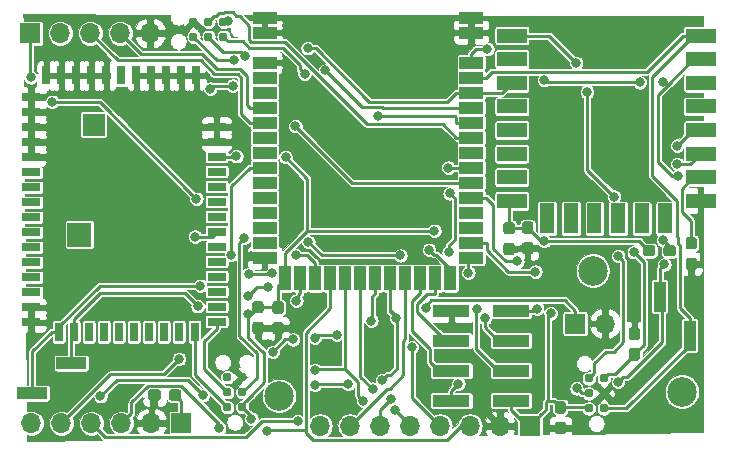
<source format=gbr>
G04 #@! TF.GenerationSoftware,KiCad,Pcbnew,(5.1.4)-1*
G04 #@! TF.CreationDate,2019-11-03T20:25:49+01:00*
G04 #@! TF.ProjectId,121019_breakoutBoard_cureBag_V1,31323130-3139-45f6-9272-65616b6f7574,rev?*
G04 #@! TF.SameCoordinates,Original*
G04 #@! TF.FileFunction,Copper,L1,Top*
G04 #@! TF.FilePolarity,Positive*
%FSLAX46Y46*%
G04 Gerber Fmt 4.6, Leading zero omitted, Abs format (unit mm)*
G04 Created by KiCad (PCBNEW (5.1.4)-1) date 2019-11-03 20:25:49*
%MOMM*%
%LPD*%
G04 APERTURE LIST*
%ADD10C,2.500000*%
%ADD11O,1.700000X1.700000*%
%ADD12R,1.700000X1.700000*%
%ADD13R,3.150000X1.000000*%
%ADD14R,1.000000X2.510000*%
%ADD15R,2.510000X1.000000*%
%ADD16R,1.998980X0.998220*%
%ADD17R,0.998220X1.998980*%
%ADD18R,2.500000X1.250000*%
%ADD19R,1.250000X2.500000*%
%ADD20R,0.700000X1.600000*%
%ADD21R,1.600000X0.700000*%
%ADD22R,2.030000X2.030000*%
%ADD23R,1.830000X1.830000*%
%ADD24C,0.100000*%
%ADD25C,0.950000*%
%ADD26C,0.787400*%
%ADD27C,0.800000*%
%ADD28C,0.250000*%
%ADD29C,0.500000*%
%ADD30C,0.025400*%
G04 APERTURE END LIST*
D10*
X157155000Y-113030000D03*
X123037600Y-113385600D03*
D11*
X150647400Y-107264200D03*
D12*
X148107400Y-107264200D03*
D10*
X149614400Y-102786200D03*
D11*
X112141000Y-82677000D03*
X109601000Y-82677000D03*
X107061000Y-82677000D03*
X104521000Y-82677000D03*
D12*
X101981000Y-82677000D03*
D13*
X137642600Y-106172000D03*
X142692600Y-106172000D03*
X137642600Y-108712000D03*
X142692600Y-108712000D03*
X137642600Y-111252000D03*
X142692600Y-111252000D03*
X137642600Y-113792000D03*
X142692600Y-113792000D03*
D14*
X155270200Y-104974200D03*
X157810200Y-108284200D03*
D15*
X105464800Y-110617000D03*
X102154800Y-113157000D03*
D11*
X126517400Y-115925600D03*
X129057400Y-115925600D03*
X131597400Y-115925600D03*
X134137400Y-115925600D03*
X136677400Y-115925600D03*
X139217400Y-115925600D03*
X141757400Y-115925600D03*
D12*
X144297400Y-115925600D03*
D11*
X102082600Y-115697000D03*
X104622600Y-115697000D03*
X107162600Y-115697000D03*
X109702600Y-115697000D03*
X112242600Y-115697000D03*
D12*
X114782600Y-115697000D03*
D16*
X121820940Y-81356200D03*
X121820940Y-82626200D03*
X121820940Y-85166200D03*
X121820940Y-86436200D03*
X121820940Y-87706200D03*
X121820940Y-88976200D03*
X121820940Y-90246200D03*
X121820940Y-91516200D03*
X121820940Y-92786200D03*
X121820940Y-94056200D03*
X121820940Y-95326200D03*
X121820940Y-96596200D03*
X121820940Y-97866200D03*
X121820940Y-99136200D03*
X121820940Y-100406200D03*
X121820940Y-101676200D03*
D17*
X123586240Y-103421180D03*
X124856240Y-103421180D03*
X126126240Y-103421180D03*
X127396240Y-103421180D03*
X128666240Y-103421180D03*
X129936240Y-103421180D03*
X131206240Y-103421180D03*
X132476240Y-103421180D03*
X133746240Y-103421180D03*
X135016240Y-103421180D03*
X136286240Y-103421180D03*
X137556240Y-103421180D03*
D16*
X139319000Y-101676200D03*
X139319000Y-100406200D03*
X139319000Y-99136200D03*
X139319000Y-97866200D03*
X139319000Y-96596200D03*
X139319000Y-95326200D03*
X139319000Y-94056200D03*
X139319000Y-92786200D03*
X139319000Y-91516200D03*
X139319000Y-90246200D03*
X139319000Y-88976200D03*
X139319000Y-87706200D03*
X139319000Y-86436200D03*
X139319000Y-85166200D03*
X139319000Y-82626200D03*
X139319000Y-81356200D03*
D18*
X158749000Y-96880000D03*
X158749000Y-88880000D03*
X158749000Y-86880000D03*
X158749000Y-84880000D03*
X142749000Y-96880000D03*
X142749000Y-94880000D03*
X142749000Y-92880000D03*
X142749000Y-90880000D03*
X142749000Y-88880000D03*
X142749000Y-86880000D03*
X142749000Y-84880000D03*
X142749000Y-82880000D03*
D19*
X145749000Y-98360000D03*
X147749000Y-98360000D03*
X149749000Y-98360000D03*
X151749000Y-98360000D03*
X153749000Y-98360000D03*
X155749000Y-98360000D03*
D18*
X158749000Y-92880000D03*
X158749000Y-90880000D03*
X158749000Y-94880000D03*
X158749000Y-82880000D03*
D20*
X104405800Y-107954200D03*
X105675800Y-107954200D03*
X106945800Y-107954200D03*
X108215800Y-107954200D03*
X109485800Y-107954200D03*
X110755800Y-107954200D03*
X112025800Y-107954200D03*
X113295800Y-107954200D03*
X114565800Y-107954200D03*
X116055800Y-86254200D03*
X115895800Y-107954200D03*
X114785800Y-86254200D03*
X113515800Y-86254200D03*
X112245800Y-86254200D03*
X110975800Y-86254200D03*
X109705800Y-86254200D03*
X108435800Y-86254200D03*
X107165800Y-86254200D03*
X105895800Y-86254200D03*
X104625800Y-86254200D03*
X103355800Y-86254200D03*
D21*
X102055800Y-107164200D03*
X102055800Y-105894200D03*
X102055800Y-104624200D03*
X102055800Y-103354200D03*
X102055800Y-102084200D03*
X102055800Y-100814200D03*
X102055800Y-99544200D03*
X102055800Y-98274200D03*
X102055800Y-95734200D03*
X102055800Y-97004200D03*
X102055800Y-94464200D03*
X102055800Y-93134200D03*
X102055800Y-91864200D03*
X102055800Y-90594200D03*
X102055800Y-89324200D03*
X102055800Y-88054200D03*
X117755800Y-107104200D03*
X117755800Y-105834200D03*
X117755800Y-103294200D03*
X117755800Y-104564200D03*
X117755800Y-102024200D03*
X117755800Y-100754200D03*
X117755800Y-99484200D03*
X117755800Y-98214200D03*
X117755800Y-96944200D03*
X117755800Y-94404200D03*
X117755800Y-93134200D03*
X117755800Y-95674200D03*
X117755800Y-90594200D03*
X117755800Y-91864200D03*
D22*
X106150800Y-99739200D03*
D23*
X107340800Y-90414200D03*
D24*
G36*
X154680579Y-100618144D02*
G01*
X154703634Y-100621563D01*
X154726243Y-100627227D01*
X154748187Y-100635079D01*
X154769257Y-100645044D01*
X154789248Y-100657026D01*
X154807968Y-100670910D01*
X154825238Y-100686562D01*
X154840890Y-100703832D01*
X154854774Y-100722552D01*
X154866756Y-100742543D01*
X154876721Y-100763613D01*
X154884573Y-100785557D01*
X154890237Y-100808166D01*
X154893656Y-100831221D01*
X154894800Y-100854500D01*
X154894800Y-101329500D01*
X154893656Y-101352779D01*
X154890237Y-101375834D01*
X154884573Y-101398443D01*
X154876721Y-101420387D01*
X154866756Y-101441457D01*
X154854774Y-101461448D01*
X154840890Y-101480168D01*
X154825238Y-101497438D01*
X154807968Y-101513090D01*
X154789248Y-101526974D01*
X154769257Y-101538956D01*
X154748187Y-101548921D01*
X154726243Y-101556773D01*
X154703634Y-101562437D01*
X154680579Y-101565856D01*
X154657300Y-101567000D01*
X154082300Y-101567000D01*
X154059021Y-101565856D01*
X154035966Y-101562437D01*
X154013357Y-101556773D01*
X153991413Y-101548921D01*
X153970343Y-101538956D01*
X153950352Y-101526974D01*
X153931632Y-101513090D01*
X153914362Y-101497438D01*
X153898710Y-101480168D01*
X153884826Y-101461448D01*
X153872844Y-101441457D01*
X153862879Y-101420387D01*
X153855027Y-101398443D01*
X153849363Y-101375834D01*
X153845944Y-101352779D01*
X153844800Y-101329500D01*
X153844800Y-100854500D01*
X153845944Y-100831221D01*
X153849363Y-100808166D01*
X153855027Y-100785557D01*
X153862879Y-100763613D01*
X153872844Y-100742543D01*
X153884826Y-100722552D01*
X153898710Y-100703832D01*
X153914362Y-100686562D01*
X153931632Y-100670910D01*
X153950352Y-100657026D01*
X153970343Y-100645044D01*
X153991413Y-100635079D01*
X154013357Y-100627227D01*
X154035966Y-100621563D01*
X154059021Y-100618144D01*
X154082300Y-100617000D01*
X154657300Y-100617000D01*
X154680579Y-100618144D01*
X154680579Y-100618144D01*
G37*
D25*
X154369800Y-101092000D03*
D24*
G36*
X156430579Y-100618144D02*
G01*
X156453634Y-100621563D01*
X156476243Y-100627227D01*
X156498187Y-100635079D01*
X156519257Y-100645044D01*
X156539248Y-100657026D01*
X156557968Y-100670910D01*
X156575238Y-100686562D01*
X156590890Y-100703832D01*
X156604774Y-100722552D01*
X156616756Y-100742543D01*
X156626721Y-100763613D01*
X156634573Y-100785557D01*
X156640237Y-100808166D01*
X156643656Y-100831221D01*
X156644800Y-100854500D01*
X156644800Y-101329500D01*
X156643656Y-101352779D01*
X156640237Y-101375834D01*
X156634573Y-101398443D01*
X156626721Y-101420387D01*
X156616756Y-101441457D01*
X156604774Y-101461448D01*
X156590890Y-101480168D01*
X156575238Y-101497438D01*
X156557968Y-101513090D01*
X156539248Y-101526974D01*
X156519257Y-101538956D01*
X156498187Y-101548921D01*
X156476243Y-101556773D01*
X156453634Y-101562437D01*
X156430579Y-101565856D01*
X156407300Y-101567000D01*
X155832300Y-101567000D01*
X155809021Y-101565856D01*
X155785966Y-101562437D01*
X155763357Y-101556773D01*
X155741413Y-101548921D01*
X155720343Y-101538956D01*
X155700352Y-101526974D01*
X155681632Y-101513090D01*
X155664362Y-101497438D01*
X155648710Y-101480168D01*
X155634826Y-101461448D01*
X155622844Y-101441457D01*
X155612879Y-101420387D01*
X155605027Y-101398443D01*
X155599363Y-101375834D01*
X155595944Y-101352779D01*
X155594800Y-101329500D01*
X155594800Y-100854500D01*
X155595944Y-100831221D01*
X155599363Y-100808166D01*
X155605027Y-100785557D01*
X155612879Y-100763613D01*
X155622844Y-100742543D01*
X155634826Y-100722552D01*
X155648710Y-100703832D01*
X155664362Y-100686562D01*
X155681632Y-100670910D01*
X155700352Y-100657026D01*
X155720343Y-100645044D01*
X155741413Y-100635079D01*
X155763357Y-100627227D01*
X155785966Y-100621563D01*
X155809021Y-100618144D01*
X155832300Y-100617000D01*
X156407300Y-100617000D01*
X156430579Y-100618144D01*
X156430579Y-100618144D01*
G37*
D25*
X156119800Y-101092000D03*
D24*
G36*
X158197979Y-101685744D02*
G01*
X158221034Y-101689163D01*
X158243643Y-101694827D01*
X158265587Y-101702679D01*
X158286657Y-101712644D01*
X158306648Y-101724626D01*
X158325368Y-101738510D01*
X158342638Y-101754162D01*
X158358290Y-101771432D01*
X158372174Y-101790152D01*
X158384156Y-101810143D01*
X158394121Y-101831213D01*
X158401973Y-101853157D01*
X158407637Y-101875766D01*
X158411056Y-101898821D01*
X158412200Y-101922100D01*
X158412200Y-102497100D01*
X158411056Y-102520379D01*
X158407637Y-102543434D01*
X158401973Y-102566043D01*
X158394121Y-102587987D01*
X158384156Y-102609057D01*
X158372174Y-102629048D01*
X158358290Y-102647768D01*
X158342638Y-102665038D01*
X158325368Y-102680690D01*
X158306648Y-102694574D01*
X158286657Y-102706556D01*
X158265587Y-102716521D01*
X158243643Y-102724373D01*
X158221034Y-102730037D01*
X158197979Y-102733456D01*
X158174700Y-102734600D01*
X157699700Y-102734600D01*
X157676421Y-102733456D01*
X157653366Y-102730037D01*
X157630757Y-102724373D01*
X157608813Y-102716521D01*
X157587743Y-102706556D01*
X157567752Y-102694574D01*
X157549032Y-102680690D01*
X157531762Y-102665038D01*
X157516110Y-102647768D01*
X157502226Y-102629048D01*
X157490244Y-102609057D01*
X157480279Y-102587987D01*
X157472427Y-102566043D01*
X157466763Y-102543434D01*
X157463344Y-102520379D01*
X157462200Y-102497100D01*
X157462200Y-101922100D01*
X157463344Y-101898821D01*
X157466763Y-101875766D01*
X157472427Y-101853157D01*
X157480279Y-101831213D01*
X157490244Y-101810143D01*
X157502226Y-101790152D01*
X157516110Y-101771432D01*
X157531762Y-101754162D01*
X157549032Y-101738510D01*
X157567752Y-101724626D01*
X157587743Y-101712644D01*
X157608813Y-101702679D01*
X157630757Y-101694827D01*
X157653366Y-101689163D01*
X157676421Y-101685744D01*
X157699700Y-101684600D01*
X158174700Y-101684600D01*
X158197979Y-101685744D01*
X158197979Y-101685744D01*
G37*
D25*
X157937200Y-102209600D03*
D24*
G36*
X158197979Y-99935744D02*
G01*
X158221034Y-99939163D01*
X158243643Y-99944827D01*
X158265587Y-99952679D01*
X158286657Y-99962644D01*
X158306648Y-99974626D01*
X158325368Y-99988510D01*
X158342638Y-100004162D01*
X158358290Y-100021432D01*
X158372174Y-100040152D01*
X158384156Y-100060143D01*
X158394121Y-100081213D01*
X158401973Y-100103157D01*
X158407637Y-100125766D01*
X158411056Y-100148821D01*
X158412200Y-100172100D01*
X158412200Y-100747100D01*
X158411056Y-100770379D01*
X158407637Y-100793434D01*
X158401973Y-100816043D01*
X158394121Y-100837987D01*
X158384156Y-100859057D01*
X158372174Y-100879048D01*
X158358290Y-100897768D01*
X158342638Y-100915038D01*
X158325368Y-100930690D01*
X158306648Y-100944574D01*
X158286657Y-100956556D01*
X158265587Y-100966521D01*
X158243643Y-100974373D01*
X158221034Y-100980037D01*
X158197979Y-100983456D01*
X158174700Y-100984600D01*
X157699700Y-100984600D01*
X157676421Y-100983456D01*
X157653366Y-100980037D01*
X157630757Y-100974373D01*
X157608813Y-100966521D01*
X157587743Y-100956556D01*
X157567752Y-100944574D01*
X157549032Y-100930690D01*
X157531762Y-100915038D01*
X157516110Y-100897768D01*
X157502226Y-100879048D01*
X157490244Y-100859057D01*
X157480279Y-100837987D01*
X157472427Y-100816043D01*
X157466763Y-100793434D01*
X157463344Y-100770379D01*
X157462200Y-100747100D01*
X157462200Y-100172100D01*
X157463344Y-100148821D01*
X157466763Y-100125766D01*
X157472427Y-100103157D01*
X157480279Y-100081213D01*
X157490244Y-100060143D01*
X157502226Y-100040152D01*
X157516110Y-100021432D01*
X157531762Y-100004162D01*
X157549032Y-99988510D01*
X157567752Y-99974626D01*
X157587743Y-99962644D01*
X157608813Y-99952679D01*
X157630757Y-99944827D01*
X157653366Y-99939163D01*
X157676421Y-99935744D01*
X157699700Y-99934600D01*
X158174700Y-99934600D01*
X158197979Y-99935744D01*
X158197979Y-99935744D01*
G37*
D25*
X157937200Y-100459600D03*
D24*
G36*
X153397379Y-107592544D02*
G01*
X153420434Y-107595963D01*
X153443043Y-107601627D01*
X153464987Y-107609479D01*
X153486057Y-107619444D01*
X153506048Y-107631426D01*
X153524768Y-107645310D01*
X153542038Y-107660962D01*
X153557690Y-107678232D01*
X153571574Y-107696952D01*
X153583556Y-107716943D01*
X153593521Y-107738013D01*
X153601373Y-107759957D01*
X153607037Y-107782566D01*
X153610456Y-107805621D01*
X153611600Y-107828900D01*
X153611600Y-108403900D01*
X153610456Y-108427179D01*
X153607037Y-108450234D01*
X153601373Y-108472843D01*
X153593521Y-108494787D01*
X153583556Y-108515857D01*
X153571574Y-108535848D01*
X153557690Y-108554568D01*
X153542038Y-108571838D01*
X153524768Y-108587490D01*
X153506048Y-108601374D01*
X153486057Y-108613356D01*
X153464987Y-108623321D01*
X153443043Y-108631173D01*
X153420434Y-108636837D01*
X153397379Y-108640256D01*
X153374100Y-108641400D01*
X152899100Y-108641400D01*
X152875821Y-108640256D01*
X152852766Y-108636837D01*
X152830157Y-108631173D01*
X152808213Y-108623321D01*
X152787143Y-108613356D01*
X152767152Y-108601374D01*
X152748432Y-108587490D01*
X152731162Y-108571838D01*
X152715510Y-108554568D01*
X152701626Y-108535848D01*
X152689644Y-108515857D01*
X152679679Y-108494787D01*
X152671827Y-108472843D01*
X152666163Y-108450234D01*
X152662744Y-108427179D01*
X152661600Y-108403900D01*
X152661600Y-107828900D01*
X152662744Y-107805621D01*
X152666163Y-107782566D01*
X152671827Y-107759957D01*
X152679679Y-107738013D01*
X152689644Y-107716943D01*
X152701626Y-107696952D01*
X152715510Y-107678232D01*
X152731162Y-107660962D01*
X152748432Y-107645310D01*
X152767152Y-107631426D01*
X152787143Y-107619444D01*
X152808213Y-107609479D01*
X152830157Y-107601627D01*
X152852766Y-107595963D01*
X152875821Y-107592544D01*
X152899100Y-107591400D01*
X153374100Y-107591400D01*
X153397379Y-107592544D01*
X153397379Y-107592544D01*
G37*
D25*
X153136600Y-108116400D03*
D24*
G36*
X153397379Y-109342544D02*
G01*
X153420434Y-109345963D01*
X153443043Y-109351627D01*
X153464987Y-109359479D01*
X153486057Y-109369444D01*
X153506048Y-109381426D01*
X153524768Y-109395310D01*
X153542038Y-109410962D01*
X153557690Y-109428232D01*
X153571574Y-109446952D01*
X153583556Y-109466943D01*
X153593521Y-109488013D01*
X153601373Y-109509957D01*
X153607037Y-109532566D01*
X153610456Y-109555621D01*
X153611600Y-109578900D01*
X153611600Y-110153900D01*
X153610456Y-110177179D01*
X153607037Y-110200234D01*
X153601373Y-110222843D01*
X153593521Y-110244787D01*
X153583556Y-110265857D01*
X153571574Y-110285848D01*
X153557690Y-110304568D01*
X153542038Y-110321838D01*
X153524768Y-110337490D01*
X153506048Y-110351374D01*
X153486057Y-110363356D01*
X153464987Y-110373321D01*
X153443043Y-110381173D01*
X153420434Y-110386837D01*
X153397379Y-110390256D01*
X153374100Y-110391400D01*
X152899100Y-110391400D01*
X152875821Y-110390256D01*
X152852766Y-110386837D01*
X152830157Y-110381173D01*
X152808213Y-110373321D01*
X152787143Y-110363356D01*
X152767152Y-110351374D01*
X152748432Y-110337490D01*
X152731162Y-110321838D01*
X152715510Y-110304568D01*
X152701626Y-110285848D01*
X152689644Y-110265857D01*
X152679679Y-110244787D01*
X152671827Y-110222843D01*
X152666163Y-110200234D01*
X152662744Y-110177179D01*
X152661600Y-110153900D01*
X152661600Y-109578900D01*
X152662744Y-109555621D01*
X152666163Y-109532566D01*
X152671827Y-109509957D01*
X152679679Y-109488013D01*
X152689644Y-109466943D01*
X152701626Y-109446952D01*
X152715510Y-109428232D01*
X152731162Y-109410962D01*
X152748432Y-109395310D01*
X152767152Y-109381426D01*
X152787143Y-109369444D01*
X152808213Y-109359479D01*
X152830157Y-109351627D01*
X152852766Y-109345963D01*
X152875821Y-109342544D01*
X152899100Y-109341400D01*
X153374100Y-109341400D01*
X153397379Y-109342544D01*
X153397379Y-109342544D01*
G37*
D25*
X153136600Y-109866400D03*
D26*
X149275800Y-111912400D03*
X150545800Y-111912400D03*
X149275800Y-113182400D03*
X150545800Y-113182400D03*
X149275800Y-114452400D03*
X150545800Y-114452400D03*
X115798600Y-82981800D03*
X115798600Y-81711800D03*
X117068600Y-82981800D03*
X117068600Y-81711800D03*
X118338600Y-82981800D03*
X118338600Y-81711800D03*
X118668800Y-111810800D03*
X119938800Y-111810800D03*
X118668800Y-113080800D03*
X119938800Y-113080800D03*
X118668800Y-114350800D03*
X119938800Y-114350800D03*
D24*
G36*
X123222179Y-107132744D02*
G01*
X123245234Y-107136163D01*
X123267843Y-107141827D01*
X123289787Y-107149679D01*
X123310857Y-107159644D01*
X123330848Y-107171626D01*
X123349568Y-107185510D01*
X123366838Y-107201162D01*
X123382490Y-107218432D01*
X123396374Y-107237152D01*
X123408356Y-107257143D01*
X123418321Y-107278213D01*
X123426173Y-107300157D01*
X123431837Y-107322766D01*
X123435256Y-107345821D01*
X123436400Y-107369100D01*
X123436400Y-107944100D01*
X123435256Y-107967379D01*
X123431837Y-107990434D01*
X123426173Y-108013043D01*
X123418321Y-108034987D01*
X123408356Y-108056057D01*
X123396374Y-108076048D01*
X123382490Y-108094768D01*
X123366838Y-108112038D01*
X123349568Y-108127690D01*
X123330848Y-108141574D01*
X123310857Y-108153556D01*
X123289787Y-108163521D01*
X123267843Y-108171373D01*
X123245234Y-108177037D01*
X123222179Y-108180456D01*
X123198900Y-108181600D01*
X122723900Y-108181600D01*
X122700621Y-108180456D01*
X122677566Y-108177037D01*
X122654957Y-108171373D01*
X122633013Y-108163521D01*
X122611943Y-108153556D01*
X122591952Y-108141574D01*
X122573232Y-108127690D01*
X122555962Y-108112038D01*
X122540310Y-108094768D01*
X122526426Y-108076048D01*
X122514444Y-108056057D01*
X122504479Y-108034987D01*
X122496627Y-108013043D01*
X122490963Y-107990434D01*
X122487544Y-107967379D01*
X122486400Y-107944100D01*
X122486400Y-107369100D01*
X122487544Y-107345821D01*
X122490963Y-107322766D01*
X122496627Y-107300157D01*
X122504479Y-107278213D01*
X122514444Y-107257143D01*
X122526426Y-107237152D01*
X122540310Y-107218432D01*
X122555962Y-107201162D01*
X122573232Y-107185510D01*
X122591952Y-107171626D01*
X122611943Y-107159644D01*
X122633013Y-107149679D01*
X122654957Y-107141827D01*
X122677566Y-107136163D01*
X122700621Y-107132744D01*
X122723900Y-107131600D01*
X123198900Y-107131600D01*
X123222179Y-107132744D01*
X123222179Y-107132744D01*
G37*
D25*
X122961400Y-107656600D03*
D24*
G36*
X123222179Y-105382744D02*
G01*
X123245234Y-105386163D01*
X123267843Y-105391827D01*
X123289787Y-105399679D01*
X123310857Y-105409644D01*
X123330848Y-105421626D01*
X123349568Y-105435510D01*
X123366838Y-105451162D01*
X123382490Y-105468432D01*
X123396374Y-105487152D01*
X123408356Y-105507143D01*
X123418321Y-105528213D01*
X123426173Y-105550157D01*
X123431837Y-105572766D01*
X123435256Y-105595821D01*
X123436400Y-105619100D01*
X123436400Y-106194100D01*
X123435256Y-106217379D01*
X123431837Y-106240434D01*
X123426173Y-106263043D01*
X123418321Y-106284987D01*
X123408356Y-106306057D01*
X123396374Y-106326048D01*
X123382490Y-106344768D01*
X123366838Y-106362038D01*
X123349568Y-106377690D01*
X123330848Y-106391574D01*
X123310857Y-106403556D01*
X123289787Y-106413521D01*
X123267843Y-106421373D01*
X123245234Y-106427037D01*
X123222179Y-106430456D01*
X123198900Y-106431600D01*
X122723900Y-106431600D01*
X122700621Y-106430456D01*
X122677566Y-106427037D01*
X122654957Y-106421373D01*
X122633013Y-106413521D01*
X122611943Y-106403556D01*
X122591952Y-106391574D01*
X122573232Y-106377690D01*
X122555962Y-106362038D01*
X122540310Y-106344768D01*
X122526426Y-106326048D01*
X122514444Y-106306057D01*
X122504479Y-106284987D01*
X122496627Y-106263043D01*
X122490963Y-106240434D01*
X122487544Y-106217379D01*
X122486400Y-106194100D01*
X122486400Y-105619100D01*
X122487544Y-105595821D01*
X122490963Y-105572766D01*
X122496627Y-105550157D01*
X122504479Y-105528213D01*
X122514444Y-105507143D01*
X122526426Y-105487152D01*
X122540310Y-105468432D01*
X122555962Y-105451162D01*
X122573232Y-105435510D01*
X122591952Y-105421626D01*
X122611943Y-105409644D01*
X122633013Y-105399679D01*
X122654957Y-105391827D01*
X122677566Y-105386163D01*
X122700621Y-105382744D01*
X122723900Y-105381600D01*
X123198900Y-105381600D01*
X123222179Y-105382744D01*
X123222179Y-105382744D01*
G37*
D25*
X122961400Y-105906600D03*
D24*
G36*
X144354979Y-100362344D02*
G01*
X144378034Y-100365763D01*
X144400643Y-100371427D01*
X144422587Y-100379279D01*
X144443657Y-100389244D01*
X144463648Y-100401226D01*
X144482368Y-100415110D01*
X144499638Y-100430762D01*
X144515290Y-100448032D01*
X144529174Y-100466752D01*
X144541156Y-100486743D01*
X144551121Y-100507813D01*
X144558973Y-100529757D01*
X144564637Y-100552366D01*
X144568056Y-100575421D01*
X144569200Y-100598700D01*
X144569200Y-101173700D01*
X144568056Y-101196979D01*
X144564637Y-101220034D01*
X144558973Y-101242643D01*
X144551121Y-101264587D01*
X144541156Y-101285657D01*
X144529174Y-101305648D01*
X144515290Y-101324368D01*
X144499638Y-101341638D01*
X144482368Y-101357290D01*
X144463648Y-101371174D01*
X144443657Y-101383156D01*
X144422587Y-101393121D01*
X144400643Y-101400973D01*
X144378034Y-101406637D01*
X144354979Y-101410056D01*
X144331700Y-101411200D01*
X143856700Y-101411200D01*
X143833421Y-101410056D01*
X143810366Y-101406637D01*
X143787757Y-101400973D01*
X143765813Y-101393121D01*
X143744743Y-101383156D01*
X143724752Y-101371174D01*
X143706032Y-101357290D01*
X143688762Y-101341638D01*
X143673110Y-101324368D01*
X143659226Y-101305648D01*
X143647244Y-101285657D01*
X143637279Y-101264587D01*
X143629427Y-101242643D01*
X143623763Y-101220034D01*
X143620344Y-101196979D01*
X143619200Y-101173700D01*
X143619200Y-100598700D01*
X143620344Y-100575421D01*
X143623763Y-100552366D01*
X143629427Y-100529757D01*
X143637279Y-100507813D01*
X143647244Y-100486743D01*
X143659226Y-100466752D01*
X143673110Y-100448032D01*
X143688762Y-100430762D01*
X143706032Y-100415110D01*
X143724752Y-100401226D01*
X143744743Y-100389244D01*
X143765813Y-100379279D01*
X143787757Y-100371427D01*
X143810366Y-100365763D01*
X143833421Y-100362344D01*
X143856700Y-100361200D01*
X144331700Y-100361200D01*
X144354979Y-100362344D01*
X144354979Y-100362344D01*
G37*
D25*
X144094200Y-100886200D03*
D24*
G36*
X144354979Y-98612344D02*
G01*
X144378034Y-98615763D01*
X144400643Y-98621427D01*
X144422587Y-98629279D01*
X144443657Y-98639244D01*
X144463648Y-98651226D01*
X144482368Y-98665110D01*
X144499638Y-98680762D01*
X144515290Y-98698032D01*
X144529174Y-98716752D01*
X144541156Y-98736743D01*
X144551121Y-98757813D01*
X144558973Y-98779757D01*
X144564637Y-98802366D01*
X144568056Y-98825421D01*
X144569200Y-98848700D01*
X144569200Y-99423700D01*
X144568056Y-99446979D01*
X144564637Y-99470034D01*
X144558973Y-99492643D01*
X144551121Y-99514587D01*
X144541156Y-99535657D01*
X144529174Y-99555648D01*
X144515290Y-99574368D01*
X144499638Y-99591638D01*
X144482368Y-99607290D01*
X144463648Y-99621174D01*
X144443657Y-99633156D01*
X144422587Y-99643121D01*
X144400643Y-99650973D01*
X144378034Y-99656637D01*
X144354979Y-99660056D01*
X144331700Y-99661200D01*
X143856700Y-99661200D01*
X143833421Y-99660056D01*
X143810366Y-99656637D01*
X143787757Y-99650973D01*
X143765813Y-99643121D01*
X143744743Y-99633156D01*
X143724752Y-99621174D01*
X143706032Y-99607290D01*
X143688762Y-99591638D01*
X143673110Y-99574368D01*
X143659226Y-99555648D01*
X143647244Y-99535657D01*
X143637279Y-99514587D01*
X143629427Y-99492643D01*
X143623763Y-99470034D01*
X143620344Y-99446979D01*
X143619200Y-99423700D01*
X143619200Y-98848700D01*
X143620344Y-98825421D01*
X143623763Y-98802366D01*
X143629427Y-98779757D01*
X143637279Y-98757813D01*
X143647244Y-98736743D01*
X143659226Y-98716752D01*
X143673110Y-98698032D01*
X143688762Y-98680762D01*
X143706032Y-98665110D01*
X143724752Y-98651226D01*
X143744743Y-98639244D01*
X143765813Y-98629279D01*
X143787757Y-98621427D01*
X143810366Y-98615763D01*
X143833421Y-98612344D01*
X143856700Y-98611200D01*
X144331700Y-98611200D01*
X144354979Y-98612344D01*
X144354979Y-98612344D01*
G37*
D25*
X144094200Y-99136200D03*
D24*
G36*
X142780179Y-98663144D02*
G01*
X142803234Y-98666563D01*
X142825843Y-98672227D01*
X142847787Y-98680079D01*
X142868857Y-98690044D01*
X142888848Y-98702026D01*
X142907568Y-98715910D01*
X142924838Y-98731562D01*
X142940490Y-98748832D01*
X142954374Y-98767552D01*
X142966356Y-98787543D01*
X142976321Y-98808613D01*
X142984173Y-98830557D01*
X142989837Y-98853166D01*
X142993256Y-98876221D01*
X142994400Y-98899500D01*
X142994400Y-99474500D01*
X142993256Y-99497779D01*
X142989837Y-99520834D01*
X142984173Y-99543443D01*
X142976321Y-99565387D01*
X142966356Y-99586457D01*
X142954374Y-99606448D01*
X142940490Y-99625168D01*
X142924838Y-99642438D01*
X142907568Y-99658090D01*
X142888848Y-99671974D01*
X142868857Y-99683956D01*
X142847787Y-99693921D01*
X142825843Y-99701773D01*
X142803234Y-99707437D01*
X142780179Y-99710856D01*
X142756900Y-99712000D01*
X142281900Y-99712000D01*
X142258621Y-99710856D01*
X142235566Y-99707437D01*
X142212957Y-99701773D01*
X142191013Y-99693921D01*
X142169943Y-99683956D01*
X142149952Y-99671974D01*
X142131232Y-99658090D01*
X142113962Y-99642438D01*
X142098310Y-99625168D01*
X142084426Y-99606448D01*
X142072444Y-99586457D01*
X142062479Y-99565387D01*
X142054627Y-99543443D01*
X142048963Y-99520834D01*
X142045544Y-99497779D01*
X142044400Y-99474500D01*
X142044400Y-98899500D01*
X142045544Y-98876221D01*
X142048963Y-98853166D01*
X142054627Y-98830557D01*
X142062479Y-98808613D01*
X142072444Y-98787543D01*
X142084426Y-98767552D01*
X142098310Y-98748832D01*
X142113962Y-98731562D01*
X142131232Y-98715910D01*
X142149952Y-98702026D01*
X142169943Y-98690044D01*
X142191013Y-98680079D01*
X142212957Y-98672227D01*
X142235566Y-98666563D01*
X142258621Y-98663144D01*
X142281900Y-98662000D01*
X142756900Y-98662000D01*
X142780179Y-98663144D01*
X142780179Y-98663144D01*
G37*
D25*
X142519400Y-99187000D03*
D24*
G36*
X142780179Y-100413144D02*
G01*
X142803234Y-100416563D01*
X142825843Y-100422227D01*
X142847787Y-100430079D01*
X142868857Y-100440044D01*
X142888848Y-100452026D01*
X142907568Y-100465910D01*
X142924838Y-100481562D01*
X142940490Y-100498832D01*
X142954374Y-100517552D01*
X142966356Y-100537543D01*
X142976321Y-100558613D01*
X142984173Y-100580557D01*
X142989837Y-100603166D01*
X142993256Y-100626221D01*
X142994400Y-100649500D01*
X142994400Y-101224500D01*
X142993256Y-101247779D01*
X142989837Y-101270834D01*
X142984173Y-101293443D01*
X142976321Y-101315387D01*
X142966356Y-101336457D01*
X142954374Y-101356448D01*
X142940490Y-101375168D01*
X142924838Y-101392438D01*
X142907568Y-101408090D01*
X142888848Y-101421974D01*
X142868857Y-101433956D01*
X142847787Y-101443921D01*
X142825843Y-101451773D01*
X142803234Y-101457437D01*
X142780179Y-101460856D01*
X142756900Y-101462000D01*
X142281900Y-101462000D01*
X142258621Y-101460856D01*
X142235566Y-101457437D01*
X142212957Y-101451773D01*
X142191013Y-101443921D01*
X142169943Y-101433956D01*
X142149952Y-101421974D01*
X142131232Y-101408090D01*
X142113962Y-101392438D01*
X142098310Y-101375168D01*
X142084426Y-101356448D01*
X142072444Y-101336457D01*
X142062479Y-101315387D01*
X142054627Y-101293443D01*
X142048963Y-101270834D01*
X142045544Y-101247779D01*
X142044400Y-101224500D01*
X142044400Y-100649500D01*
X142045544Y-100626221D01*
X142048963Y-100603166D01*
X142054627Y-100580557D01*
X142062479Y-100558613D01*
X142072444Y-100537543D01*
X142084426Y-100517552D01*
X142098310Y-100498832D01*
X142113962Y-100481562D01*
X142131232Y-100465910D01*
X142149952Y-100452026D01*
X142169943Y-100440044D01*
X142191013Y-100430079D01*
X142212957Y-100422227D01*
X142235566Y-100416563D01*
X142258621Y-100413144D01*
X142281900Y-100412000D01*
X142756900Y-100412000D01*
X142780179Y-100413144D01*
X142780179Y-100413144D01*
G37*
D25*
X142519400Y-100937000D03*
D24*
G36*
X121520379Y-105357344D02*
G01*
X121543434Y-105360763D01*
X121566043Y-105366427D01*
X121587987Y-105374279D01*
X121609057Y-105384244D01*
X121629048Y-105396226D01*
X121647768Y-105410110D01*
X121665038Y-105425762D01*
X121680690Y-105443032D01*
X121694574Y-105461752D01*
X121706556Y-105481743D01*
X121716521Y-105502813D01*
X121724373Y-105524757D01*
X121730037Y-105547366D01*
X121733456Y-105570421D01*
X121734600Y-105593700D01*
X121734600Y-106168700D01*
X121733456Y-106191979D01*
X121730037Y-106215034D01*
X121724373Y-106237643D01*
X121716521Y-106259587D01*
X121706556Y-106280657D01*
X121694574Y-106300648D01*
X121680690Y-106319368D01*
X121665038Y-106336638D01*
X121647768Y-106352290D01*
X121629048Y-106366174D01*
X121609057Y-106378156D01*
X121587987Y-106388121D01*
X121566043Y-106395973D01*
X121543434Y-106401637D01*
X121520379Y-106405056D01*
X121497100Y-106406200D01*
X121022100Y-106406200D01*
X120998821Y-106405056D01*
X120975766Y-106401637D01*
X120953157Y-106395973D01*
X120931213Y-106388121D01*
X120910143Y-106378156D01*
X120890152Y-106366174D01*
X120871432Y-106352290D01*
X120854162Y-106336638D01*
X120838510Y-106319368D01*
X120824626Y-106300648D01*
X120812644Y-106280657D01*
X120802679Y-106259587D01*
X120794827Y-106237643D01*
X120789163Y-106215034D01*
X120785744Y-106191979D01*
X120784600Y-106168700D01*
X120784600Y-105593700D01*
X120785744Y-105570421D01*
X120789163Y-105547366D01*
X120794827Y-105524757D01*
X120802679Y-105502813D01*
X120812644Y-105481743D01*
X120824626Y-105461752D01*
X120838510Y-105443032D01*
X120854162Y-105425762D01*
X120871432Y-105410110D01*
X120890152Y-105396226D01*
X120910143Y-105384244D01*
X120931213Y-105374279D01*
X120953157Y-105366427D01*
X120975766Y-105360763D01*
X120998821Y-105357344D01*
X121022100Y-105356200D01*
X121497100Y-105356200D01*
X121520379Y-105357344D01*
X121520379Y-105357344D01*
G37*
D25*
X121259600Y-105881200D03*
D24*
G36*
X121520379Y-107107344D02*
G01*
X121543434Y-107110763D01*
X121566043Y-107116427D01*
X121587987Y-107124279D01*
X121609057Y-107134244D01*
X121629048Y-107146226D01*
X121647768Y-107160110D01*
X121665038Y-107175762D01*
X121680690Y-107193032D01*
X121694574Y-107211752D01*
X121706556Y-107231743D01*
X121716521Y-107252813D01*
X121724373Y-107274757D01*
X121730037Y-107297366D01*
X121733456Y-107320421D01*
X121734600Y-107343700D01*
X121734600Y-107918700D01*
X121733456Y-107941979D01*
X121730037Y-107965034D01*
X121724373Y-107987643D01*
X121716521Y-108009587D01*
X121706556Y-108030657D01*
X121694574Y-108050648D01*
X121680690Y-108069368D01*
X121665038Y-108086638D01*
X121647768Y-108102290D01*
X121629048Y-108116174D01*
X121609057Y-108128156D01*
X121587987Y-108138121D01*
X121566043Y-108145973D01*
X121543434Y-108151637D01*
X121520379Y-108155056D01*
X121497100Y-108156200D01*
X121022100Y-108156200D01*
X120998821Y-108155056D01*
X120975766Y-108151637D01*
X120953157Y-108145973D01*
X120931213Y-108138121D01*
X120910143Y-108128156D01*
X120890152Y-108116174D01*
X120871432Y-108102290D01*
X120854162Y-108086638D01*
X120838510Y-108069368D01*
X120824626Y-108050648D01*
X120812644Y-108030657D01*
X120802679Y-108009587D01*
X120794827Y-107987643D01*
X120789163Y-107965034D01*
X120785744Y-107941979D01*
X120784600Y-107918700D01*
X120784600Y-107343700D01*
X120785744Y-107320421D01*
X120789163Y-107297366D01*
X120794827Y-107274757D01*
X120802679Y-107252813D01*
X120812644Y-107231743D01*
X120824626Y-107211752D01*
X120838510Y-107193032D01*
X120854162Y-107175762D01*
X120871432Y-107160110D01*
X120890152Y-107146226D01*
X120910143Y-107134244D01*
X120931213Y-107124279D01*
X120953157Y-107116427D01*
X120975766Y-107110763D01*
X120998821Y-107107344D01*
X121022100Y-107106200D01*
X121497100Y-107106200D01*
X121520379Y-107107344D01*
X121520379Y-107107344D01*
G37*
D25*
X121259600Y-107631200D03*
D24*
G36*
X114557379Y-112835544D02*
G01*
X114580434Y-112838963D01*
X114603043Y-112844627D01*
X114624987Y-112852479D01*
X114646057Y-112862444D01*
X114666048Y-112874426D01*
X114684768Y-112888310D01*
X114702038Y-112903962D01*
X114717690Y-112921232D01*
X114731574Y-112939952D01*
X114743556Y-112959943D01*
X114753521Y-112981013D01*
X114761373Y-113002957D01*
X114767037Y-113025566D01*
X114770456Y-113048621D01*
X114771600Y-113071900D01*
X114771600Y-113546900D01*
X114770456Y-113570179D01*
X114767037Y-113593234D01*
X114761373Y-113615843D01*
X114753521Y-113637787D01*
X114743556Y-113658857D01*
X114731574Y-113678848D01*
X114717690Y-113697568D01*
X114702038Y-113714838D01*
X114684768Y-113730490D01*
X114666048Y-113744374D01*
X114646057Y-113756356D01*
X114624987Y-113766321D01*
X114603043Y-113774173D01*
X114580434Y-113779837D01*
X114557379Y-113783256D01*
X114534100Y-113784400D01*
X113959100Y-113784400D01*
X113935821Y-113783256D01*
X113912766Y-113779837D01*
X113890157Y-113774173D01*
X113868213Y-113766321D01*
X113847143Y-113756356D01*
X113827152Y-113744374D01*
X113808432Y-113730490D01*
X113791162Y-113714838D01*
X113775510Y-113697568D01*
X113761626Y-113678848D01*
X113749644Y-113658857D01*
X113739679Y-113637787D01*
X113731827Y-113615843D01*
X113726163Y-113593234D01*
X113722744Y-113570179D01*
X113721600Y-113546900D01*
X113721600Y-113071900D01*
X113722744Y-113048621D01*
X113726163Y-113025566D01*
X113731827Y-113002957D01*
X113739679Y-112981013D01*
X113749644Y-112959943D01*
X113761626Y-112939952D01*
X113775510Y-112921232D01*
X113791162Y-112903962D01*
X113808432Y-112888310D01*
X113827152Y-112874426D01*
X113847143Y-112862444D01*
X113868213Y-112852479D01*
X113890157Y-112844627D01*
X113912766Y-112838963D01*
X113935821Y-112835544D01*
X113959100Y-112834400D01*
X114534100Y-112834400D01*
X114557379Y-112835544D01*
X114557379Y-112835544D01*
G37*
D25*
X114246600Y-113309400D03*
D24*
G36*
X112807379Y-112835544D02*
G01*
X112830434Y-112838963D01*
X112853043Y-112844627D01*
X112874987Y-112852479D01*
X112896057Y-112862444D01*
X112916048Y-112874426D01*
X112934768Y-112888310D01*
X112952038Y-112903962D01*
X112967690Y-112921232D01*
X112981574Y-112939952D01*
X112993556Y-112959943D01*
X113003521Y-112981013D01*
X113011373Y-113002957D01*
X113017037Y-113025566D01*
X113020456Y-113048621D01*
X113021600Y-113071900D01*
X113021600Y-113546900D01*
X113020456Y-113570179D01*
X113017037Y-113593234D01*
X113011373Y-113615843D01*
X113003521Y-113637787D01*
X112993556Y-113658857D01*
X112981574Y-113678848D01*
X112967690Y-113697568D01*
X112952038Y-113714838D01*
X112934768Y-113730490D01*
X112916048Y-113744374D01*
X112896057Y-113756356D01*
X112874987Y-113766321D01*
X112853043Y-113774173D01*
X112830434Y-113779837D01*
X112807379Y-113783256D01*
X112784100Y-113784400D01*
X112209100Y-113784400D01*
X112185821Y-113783256D01*
X112162766Y-113779837D01*
X112140157Y-113774173D01*
X112118213Y-113766321D01*
X112097143Y-113756356D01*
X112077152Y-113744374D01*
X112058432Y-113730490D01*
X112041162Y-113714838D01*
X112025510Y-113697568D01*
X112011626Y-113678848D01*
X111999644Y-113658857D01*
X111989679Y-113637787D01*
X111981827Y-113615843D01*
X111976163Y-113593234D01*
X111972744Y-113570179D01*
X111971600Y-113546900D01*
X111971600Y-113071900D01*
X111972744Y-113048621D01*
X111976163Y-113025566D01*
X111981827Y-113002957D01*
X111989679Y-112981013D01*
X111999644Y-112959943D01*
X112011626Y-112939952D01*
X112025510Y-112921232D01*
X112041162Y-112903962D01*
X112058432Y-112888310D01*
X112077152Y-112874426D01*
X112097143Y-112862444D01*
X112118213Y-112852479D01*
X112140157Y-112844627D01*
X112162766Y-112838963D01*
X112185821Y-112835544D01*
X112209100Y-112834400D01*
X112784100Y-112834400D01*
X112807379Y-112835544D01*
X112807379Y-112835544D01*
G37*
D25*
X112496600Y-113309400D03*
D24*
G36*
X147123579Y-113829544D02*
G01*
X147146634Y-113832963D01*
X147169243Y-113838627D01*
X147191187Y-113846479D01*
X147212257Y-113856444D01*
X147232248Y-113868426D01*
X147250968Y-113882310D01*
X147268238Y-113897962D01*
X147283890Y-113915232D01*
X147297774Y-113933952D01*
X147309756Y-113953943D01*
X147319721Y-113975013D01*
X147327573Y-113996957D01*
X147333237Y-114019566D01*
X147336656Y-114042621D01*
X147337800Y-114065900D01*
X147337800Y-114640900D01*
X147336656Y-114664179D01*
X147333237Y-114687234D01*
X147327573Y-114709843D01*
X147319721Y-114731787D01*
X147309756Y-114752857D01*
X147297774Y-114772848D01*
X147283890Y-114791568D01*
X147268238Y-114808838D01*
X147250968Y-114824490D01*
X147232248Y-114838374D01*
X147212257Y-114850356D01*
X147191187Y-114860321D01*
X147169243Y-114868173D01*
X147146634Y-114873837D01*
X147123579Y-114877256D01*
X147100300Y-114878400D01*
X146625300Y-114878400D01*
X146602021Y-114877256D01*
X146578966Y-114873837D01*
X146556357Y-114868173D01*
X146534413Y-114860321D01*
X146513343Y-114850356D01*
X146493352Y-114838374D01*
X146474632Y-114824490D01*
X146457362Y-114808838D01*
X146441710Y-114791568D01*
X146427826Y-114772848D01*
X146415844Y-114752857D01*
X146405879Y-114731787D01*
X146398027Y-114709843D01*
X146392363Y-114687234D01*
X146388944Y-114664179D01*
X146387800Y-114640900D01*
X146387800Y-114065900D01*
X146388944Y-114042621D01*
X146392363Y-114019566D01*
X146398027Y-113996957D01*
X146405879Y-113975013D01*
X146415844Y-113953943D01*
X146427826Y-113933952D01*
X146441710Y-113915232D01*
X146457362Y-113897962D01*
X146474632Y-113882310D01*
X146493352Y-113868426D01*
X146513343Y-113856444D01*
X146534413Y-113846479D01*
X146556357Y-113838627D01*
X146578966Y-113832963D01*
X146602021Y-113829544D01*
X146625300Y-113828400D01*
X147100300Y-113828400D01*
X147123579Y-113829544D01*
X147123579Y-113829544D01*
G37*
D25*
X146862800Y-114353400D03*
D24*
G36*
X147123579Y-115579544D02*
G01*
X147146634Y-115582963D01*
X147169243Y-115588627D01*
X147191187Y-115596479D01*
X147212257Y-115606444D01*
X147232248Y-115618426D01*
X147250968Y-115632310D01*
X147268238Y-115647962D01*
X147283890Y-115665232D01*
X147297774Y-115683952D01*
X147309756Y-115703943D01*
X147319721Y-115725013D01*
X147327573Y-115746957D01*
X147333237Y-115769566D01*
X147336656Y-115792621D01*
X147337800Y-115815900D01*
X147337800Y-116390900D01*
X147336656Y-116414179D01*
X147333237Y-116437234D01*
X147327573Y-116459843D01*
X147319721Y-116481787D01*
X147309756Y-116502857D01*
X147297774Y-116522848D01*
X147283890Y-116541568D01*
X147268238Y-116558838D01*
X147250968Y-116574490D01*
X147232248Y-116588374D01*
X147212257Y-116600356D01*
X147191187Y-116610321D01*
X147169243Y-116618173D01*
X147146634Y-116623837D01*
X147123579Y-116627256D01*
X147100300Y-116628400D01*
X146625300Y-116628400D01*
X146602021Y-116627256D01*
X146578966Y-116623837D01*
X146556357Y-116618173D01*
X146534413Y-116610321D01*
X146513343Y-116600356D01*
X146493352Y-116588374D01*
X146474632Y-116574490D01*
X146457362Y-116558838D01*
X146441710Y-116541568D01*
X146427826Y-116522848D01*
X146415844Y-116502857D01*
X146405879Y-116481787D01*
X146398027Y-116459843D01*
X146392363Y-116437234D01*
X146388944Y-116414179D01*
X146387800Y-116390900D01*
X146387800Y-115815900D01*
X146388944Y-115792621D01*
X146392363Y-115769566D01*
X146398027Y-115746957D01*
X146405879Y-115725013D01*
X146415844Y-115703943D01*
X146427826Y-115683952D01*
X146441710Y-115665232D01*
X146457362Y-115647962D01*
X146474632Y-115632310D01*
X146493352Y-115618426D01*
X146513343Y-115606444D01*
X146534413Y-115596479D01*
X146556357Y-115588627D01*
X146578966Y-115582963D01*
X146602021Y-115579544D01*
X146625300Y-115578400D01*
X147100300Y-115578400D01*
X147123579Y-115579544D01*
X147123579Y-115579544D01*
G37*
D25*
X146862800Y-116103400D03*
D27*
X129971800Y-97231200D03*
X145872200Y-93091000D03*
X152222200Y-91490800D03*
X145897600Y-84582000D03*
X156286200Y-89281000D03*
X154051000Y-115036600D03*
X140258800Y-112344200D03*
X127457200Y-109905800D03*
X108204000Y-110109000D03*
X111175800Y-105968800D03*
X124688600Y-106934000D03*
X118618000Y-108356400D03*
X120650000Y-101549200D03*
X153111200Y-102666800D03*
X158191200Y-104470200D03*
X131749800Y-109118400D03*
X124129800Y-95910400D03*
X137668000Y-107518200D03*
X127711200Y-113792000D03*
X135467584Y-105943400D03*
X102031800Y-86410800D03*
X103835200Y-88493600D03*
X116052600Y-96697800D03*
X125528352Y-100356952D03*
X133324600Y-101498400D03*
X119430800Y-93091000D03*
X120700800Y-115316000D03*
X120460600Y-106476800D03*
X123596400Y-93167200D03*
X146050000Y-106400600D03*
X136194800Y-99415600D03*
X145492492Y-100278033D03*
X118764003Y-81649402D03*
X116375456Y-104061873D03*
X120497600Y-103073200D03*
X122487128Y-102997000D03*
X124460000Y-101473000D03*
X124510800Y-105333800D03*
X122148600Y-104165400D03*
X120460600Y-104902000D03*
X116154200Y-105791000D03*
X120098599Y-99999800D03*
X115925600Y-99898200D03*
X156847791Y-94747290D03*
X155524200Y-86842600D03*
X153593800Y-86842600D03*
X145491200Y-86654999D03*
X140690600Y-84023200D03*
X148234400Y-112750600D03*
X151742511Y-112196161D03*
X155676600Y-102260400D03*
X124434600Y-90551000D03*
X119224210Y-84956380D03*
X120157272Y-84596630D03*
X131419600Y-89648190D03*
X125206036Y-86121964D03*
X126967942Y-85833258D03*
X148209000Y-85204999D03*
X151409400Y-96509998D03*
X151765000Y-101549200D03*
X149123400Y-87655400D03*
X153085800Y-101219000D03*
X156757199Y-92202000D03*
X144907000Y-106008000D03*
X144754600Y-102870000D03*
X140475800Y-106788812D03*
X137414000Y-101244400D03*
X137490200Y-96240600D03*
X137388600Y-94056200D03*
X139817602Y-106008000D03*
X139072931Y-102950723D03*
X138226800Y-112352002D03*
X135737600Y-101015800D03*
X155549600Y-100210002D03*
X156757200Y-93751400D03*
X118973600Y-101447600D03*
X119137589Y-87122000D03*
X117221000Y-87376000D03*
X125476000Y-83947000D03*
X143230600Y-102006400D03*
X132872794Y-114622970D03*
X130170347Y-113787347D03*
X126067399Y-111201200D03*
X116614608Y-113331592D03*
X107929253Y-113415653D03*
X130860800Y-107010200D03*
X127941240Y-108204000D03*
X126067399Y-108458000D03*
X124231400Y-108610400D03*
X122517400Y-109668997D03*
X114579400Y-110261400D03*
X128899642Y-112374958D03*
X126067399Y-112471200D03*
X134289800Y-109270802D03*
X132972369Y-106801008D03*
X124617387Y-115530790D03*
X131775200Y-112039400D03*
X117983000Y-116147001D03*
X121996200Y-116332000D03*
X132511800Y-113690400D03*
X130962400Y-112776000D03*
D28*
X112242600Y-113563400D02*
X112496600Y-113309400D01*
X112242600Y-115697000D02*
X112242600Y-113563400D01*
X140258800Y-114427000D02*
X140258800Y-112344200D01*
D29*
X141757400Y-115925600D02*
X140258800Y-114427000D01*
D28*
X123966000Y-107656600D02*
X124688600Y-106934000D01*
X122961400Y-107656600D02*
X123966000Y-107656600D01*
X119499499Y-109237899D02*
X118618000Y-108356400D01*
X119938800Y-111810800D02*
X119499499Y-111371499D01*
X119499499Y-111371499D02*
X119499499Y-109237899D01*
X121820940Y-101676200D02*
X120777000Y-101676200D01*
X120777000Y-101676200D02*
X120650000Y-101549200D01*
X158749000Y-97755000D02*
X158749000Y-96880000D01*
X158749000Y-101972800D02*
X158749000Y-97755000D01*
X158512200Y-102209600D02*
X158749000Y-101972800D01*
X157937200Y-102209600D02*
X158512200Y-102209600D01*
X135467584Y-105756216D02*
X135467584Y-105943400D01*
X135940800Y-105283000D02*
X135467584Y-105756216D01*
X147226200Y-105283000D02*
X135940800Y-105283000D01*
X148107400Y-107264200D02*
X148107400Y-106164200D01*
X148107400Y-106164200D02*
X147226200Y-105283000D01*
X101981000Y-82677000D02*
X101981000Y-86360000D01*
X101981000Y-86360000D02*
X102031800Y-86410800D01*
X103835200Y-88493600D02*
X107848400Y-88493600D01*
X107848400Y-88493600D02*
X116052600Y-96697800D01*
X125528352Y-100356952D02*
X126669800Y-101498400D01*
X126669800Y-101498400D02*
X133324600Y-101498400D01*
X114782600Y-113845400D02*
X114246600Y-113309400D01*
X114782600Y-115697000D02*
X114782600Y-113845400D01*
X122936000Y-105881200D02*
X122961400Y-105906600D01*
X121259600Y-105881200D02*
X122936000Y-105881200D01*
X122961400Y-104046020D02*
X123586240Y-103421180D01*
X122961400Y-105906600D02*
X122961400Y-104046020D01*
X144043400Y-99187000D02*
X144094200Y-99136200D01*
X142519400Y-99187000D02*
X144043400Y-99187000D01*
X142519400Y-97109600D02*
X142749000Y-96880000D01*
X142519400Y-99187000D02*
X142519400Y-97109600D01*
X120700800Y-115112800D02*
X119938800Y-114350800D01*
X120700800Y-115316000D02*
X120700800Y-115112800D01*
X120760528Y-106380272D02*
X121259600Y-105881200D01*
X120459590Y-106681210D02*
X120760528Y-106380272D01*
X120459590Y-106681210D02*
X120459590Y-106477810D01*
X120459590Y-106477810D02*
X120460600Y-106476800D01*
X119387600Y-93134200D02*
X119430800Y-93091000D01*
X117755800Y-93134200D02*
X119387600Y-93134200D01*
X123586240Y-101273758D02*
X125444398Y-99415600D01*
X123586240Y-103421180D02*
X123586240Y-101273758D01*
X125444398Y-95015198D02*
X125444398Y-99415600D01*
X123596400Y-93167200D02*
X125444398Y-95015198D01*
X144297400Y-115925600D02*
X145262600Y-114960400D01*
X145650001Y-114547599D02*
X145592800Y-114604800D01*
X145262600Y-114935000D02*
X145650001Y-114547599D01*
X145262600Y-114960400D02*
X145262600Y-114935000D01*
X125444398Y-99415600D02*
X136194800Y-99415600D01*
X154369800Y-101092000D02*
X153555833Y-100278033D01*
X153555833Y-100278033D02*
X146058177Y-100278033D01*
X144094200Y-99136200D02*
X145236033Y-100278033D01*
X145236033Y-100278033D02*
X145492492Y-100278033D01*
X146058177Y-100278033D02*
X145492492Y-100278033D01*
X120459590Y-108443980D02*
X120459590Y-106681210D01*
X121714111Y-109698501D02*
X120459590Y-108443980D01*
X121793000Y-109698501D02*
X121714111Y-109698501D01*
X121793000Y-112242600D02*
X121793000Y-109698501D01*
X120657501Y-113425777D02*
X120657501Y-113378099D01*
X120283777Y-113799501D02*
X120657501Y-113425777D01*
X119938800Y-114096800D02*
X120236099Y-113799501D01*
X120657501Y-113378099D02*
X121793000Y-112242600D01*
X120236099Y-113799501D02*
X120283777Y-113799501D01*
X119938800Y-114350800D02*
X119938800Y-114096800D01*
X149176800Y-114353400D02*
X149275800Y-114452400D01*
X146862800Y-114353400D02*
X149176800Y-114353400D01*
X145708272Y-113854328D02*
X145650001Y-113912599D01*
X146363728Y-113854328D02*
X145708272Y-113854328D01*
X146862800Y-114353400D02*
X146363728Y-113854328D01*
X145650001Y-113912599D02*
X145650001Y-114547599D01*
X118701605Y-81711800D02*
X118764003Y-81649402D01*
X118338600Y-81711800D02*
X118701605Y-81711800D01*
X145821400Y-113741200D02*
X145650001Y-113912599D01*
X146050000Y-106400600D02*
X145821400Y-106629200D01*
X145821400Y-106629200D02*
X145821400Y-113741200D01*
X144076200Y-115925600D02*
X144297400Y-115925600D01*
X142692600Y-114542000D02*
X144076200Y-115925600D01*
X142692600Y-113792000D02*
X142692600Y-114542000D01*
X103805800Y-107954200D02*
X104405800Y-107954200D01*
X102154800Y-109605200D02*
X103805800Y-107954200D01*
X102154800Y-113157000D02*
X102154800Y-109605200D01*
X120497600Y-103073200D02*
X122410928Y-103073200D01*
X122410928Y-103073200D02*
X122487128Y-102997000D01*
X126126240Y-102171690D02*
X126126240Y-103421180D01*
X125427550Y-101473000D02*
X126126240Y-102171690D01*
X124460000Y-101473000D02*
X125427550Y-101473000D01*
X115809771Y-104061873D02*
X116375456Y-104061873D01*
X104405800Y-107504200D02*
X107848127Y-104061873D01*
X104405800Y-107954200D02*
X104405800Y-107504200D01*
X107848127Y-104061873D02*
X115809771Y-104061873D01*
X105464800Y-108165200D02*
X105675800Y-107954200D01*
X105464800Y-110617000D02*
X105464800Y-108165200D01*
X124856240Y-104670670D02*
X124688600Y-104838310D01*
X124856240Y-103421180D02*
X124856240Y-104670670D01*
X124688600Y-104838310D02*
X124688600Y-105156000D01*
X124688600Y-105156000D02*
X124510800Y-105333800D01*
X122148600Y-104165400D02*
X121197200Y-104165400D01*
X121197200Y-104165400D02*
X120460600Y-104902000D01*
X105675800Y-106904200D02*
X105675800Y-107954200D01*
X107881200Y-104698800D02*
X105675800Y-106904200D01*
X116154200Y-105791000D02*
X115062000Y-104698800D01*
X115062000Y-104698800D02*
X107881200Y-104698800D01*
X117755800Y-107704200D02*
X117755800Y-107104200D01*
X116705800Y-108754200D02*
X117755800Y-107704200D01*
X116705800Y-111117800D02*
X116705800Y-108754200D01*
X118668800Y-113080800D02*
X116705800Y-111117800D01*
X117341800Y-99898200D02*
X117755800Y-99484200D01*
X115925600Y-99898200D02*
X117341800Y-99898200D01*
X119698600Y-100399799D02*
X120098599Y-99999800D01*
X119698600Y-108319400D02*
X119698600Y-100399799D01*
X121140101Y-109760901D02*
X119698600Y-108319400D01*
X119938800Y-113080800D02*
X121140101Y-111879499D01*
X121140101Y-111879499D02*
X121140101Y-109760901D01*
X115895800Y-111577800D02*
X115895800Y-107954200D01*
X118668800Y-114350800D02*
X115895800Y-111577800D01*
X140568490Y-86436200D02*
X139319000Y-86436200D01*
X141074691Y-85929999D02*
X140568490Y-86436200D01*
X154199001Y-85929999D02*
X141074691Y-85929999D01*
X157249000Y-82880000D02*
X154199001Y-85929999D01*
X158749000Y-82880000D02*
X157249000Y-82880000D01*
X157810200Y-109039200D02*
X157810200Y-108284200D01*
X152397000Y-114452400D02*
X157810200Y-109039200D01*
X150545800Y-114452400D02*
X152397000Y-114452400D01*
X157810200Y-108284200D02*
X157810200Y-106779200D01*
X156969810Y-105938810D02*
X156969810Y-100621500D01*
X156699001Y-99870001D02*
X156699001Y-96849999D01*
X154642389Y-86361611D02*
X158124000Y-82880000D01*
X157810200Y-106779200D02*
X156969810Y-105938810D01*
X156969810Y-100621500D02*
X156845000Y-100496690D01*
X158124000Y-82880000D02*
X158749000Y-82880000D01*
X154642389Y-94793387D02*
X154642389Y-86361611D01*
X156699001Y-96849999D02*
X154642389Y-94793387D01*
X156845000Y-100016000D02*
X156699001Y-99870001D01*
X156845000Y-100496690D02*
X156845000Y-100016000D01*
X158124000Y-84880000D02*
X158749000Y-84880000D01*
X156032199Y-86971801D02*
X158124000Y-84880000D01*
X156032199Y-86971801D02*
X155653401Y-86971801D01*
X155653401Y-86971801D02*
X155524200Y-86842600D01*
X153593800Y-86842600D02*
X145678801Y-86842600D01*
X145678801Y-86842600D02*
X145491200Y-86654999D01*
X139319000Y-84429600D02*
X139319000Y-85166200D01*
X140690600Y-84023200D02*
X139725400Y-84023200D01*
X139725400Y-84023200D02*
X139319000Y-84429600D01*
X149275800Y-113182400D02*
X148666200Y-113182400D01*
X148666200Y-113182400D02*
X148234400Y-112750600D01*
X155489447Y-105193447D02*
X155270200Y-104974200D01*
X155489447Y-108834063D02*
X155489447Y-105193447D01*
X152527348Y-111796162D02*
X155489447Y-108834063D01*
X152142510Y-111796162D02*
X152527348Y-111796162D01*
X151742511Y-112196161D02*
X152142510Y-111796162D01*
X155276601Y-102660399D02*
X155676600Y-102260400D01*
X155270200Y-102666800D02*
X155276601Y-102660399D01*
X155270200Y-104974200D02*
X155270200Y-102666800D01*
X155092400Y-93557584D02*
X155092400Y-87911600D01*
X155092400Y-87911600D02*
X156032199Y-86971801D01*
X156847791Y-94747290D02*
X156282106Y-94747290D01*
X156282106Y-94747290D02*
X155092400Y-93557584D01*
X129209800Y-95326200D02*
X139319000Y-95326200D01*
X124434600Y-90551000D02*
X129209800Y-95326200D01*
X117773180Y-84956380D02*
X118658525Y-84956380D01*
X118658525Y-84956380D02*
X119224210Y-84956380D01*
X115798600Y-82981800D02*
X117773180Y-84956380D01*
X117068600Y-82981800D02*
X118318179Y-84231379D01*
X118318179Y-84231379D02*
X119792021Y-84231379D01*
X119792021Y-84231379D02*
X120157272Y-84596630D01*
X139319000Y-90246200D02*
X138069510Y-90246200D01*
X138069510Y-90246200D02*
X138059509Y-90236199D01*
X138059509Y-90236199D02*
X138059509Y-89800311D01*
X131985285Y-89648190D02*
X131419600Y-89648190D01*
X138059509Y-89800311D02*
X137907388Y-89648190D01*
X137907388Y-89648190D02*
X131985285Y-89648190D01*
X136926510Y-90373200D02*
X138069510Y-91516200D01*
X130482578Y-90373200D02*
X136926510Y-90373200D01*
X120665949Y-83450310D02*
X123559689Y-83450311D01*
X119710200Y-81254600D02*
X120496449Y-82040849D01*
X119442203Y-81254600D02*
X119710200Y-81254600D01*
X118416002Y-80924401D02*
X119112004Y-80924401D01*
X118347304Y-80993099D02*
X118416002Y-80924401D01*
X123559689Y-83450311D02*
X130482578Y-90373200D01*
X117732122Y-81254600D02*
X117993623Y-80993099D01*
X117525800Y-81254600D02*
X117732122Y-81254600D01*
X119112004Y-80924401D02*
X119442203Y-81254600D01*
X120496449Y-83280810D02*
X120665949Y-83450310D01*
X138069510Y-91516200D02*
X139319000Y-91516200D01*
X117068600Y-81711800D02*
X117525800Y-81254600D01*
X120496449Y-82040849D02*
X120496449Y-83280810D01*
X117993623Y-80993099D02*
X118347304Y-80993099D01*
X124806037Y-85334437D02*
X124806037Y-85721965D01*
X120479549Y-83900321D02*
X123371921Y-83900321D01*
X123371921Y-83900321D02*
X124806037Y-85334437D01*
X118732299Y-83375499D02*
X119954727Y-83375499D01*
X119954727Y-83375499D02*
X120479549Y-83900321D01*
X118338600Y-82981800D02*
X118732299Y-83375499D01*
X124806037Y-85721965D02*
X125206036Y-86121964D01*
X131820614Y-88976200D02*
X138069510Y-88976200D01*
X126967942Y-85833258D02*
X130057872Y-88923188D01*
X138069510Y-88976200D02*
X139319000Y-88976200D01*
X130057872Y-88923188D02*
X131767602Y-88923188D01*
X131767602Y-88923188D02*
X131820614Y-88976200D01*
X142749000Y-82880000D02*
X145884001Y-82880000D01*
X145884001Y-82880000D02*
X148209000Y-85204999D01*
X151409400Y-96509998D02*
X149123400Y-94223998D01*
X149123400Y-94223998D02*
X149123400Y-88221085D01*
X149123400Y-88221085D02*
X149123400Y-87655400D01*
X149715101Y-111473099D02*
X149275800Y-111912400D01*
X152204301Y-101988501D02*
X152204301Y-108852205D01*
X151765000Y-101549200D02*
X152204301Y-101988501D01*
X152204301Y-108852205D02*
X151407053Y-109649453D01*
X151407053Y-109649453D02*
X150705701Y-109649453D01*
X150705701Y-109649453D02*
X149715101Y-110640053D01*
X149715101Y-110640053D02*
X149715101Y-111473099D01*
X152654000Y-110349000D02*
X153136600Y-109866400D01*
X153936610Y-102069810D02*
X153085800Y-101219000D01*
X153136600Y-109866400D02*
X153936610Y-109066390D01*
X153936610Y-109066390D02*
X153936610Y-102069810D01*
X158079199Y-90880000D02*
X158749000Y-90880000D01*
X156757199Y-92202000D02*
X158079199Y-90880000D01*
X152637528Y-110365472D02*
X153136600Y-109866400D01*
X151484299Y-111518701D02*
X152637528Y-110365472D01*
X150939499Y-111518701D02*
X151484299Y-111518701D01*
X150545800Y-111912400D02*
X150939499Y-111518701D01*
X142692600Y-106172000D02*
X144743000Y-106172000D01*
X144743000Y-106172000D02*
X144907000Y-106008000D01*
X140568490Y-100406200D02*
X139319000Y-100406200D01*
X140643491Y-100481201D02*
X140568490Y-100406200D01*
X140643491Y-101066600D02*
X140643491Y-100481201D01*
X142446891Y-102870000D02*
X140643491Y-101066600D01*
X144754600Y-102870000D02*
X142446891Y-102870000D01*
X136286240Y-104670670D02*
X136286240Y-103421180D01*
X136211239Y-104745671D02*
X136286240Y-104670670D01*
X135592311Y-104745671D02*
X136211239Y-104745671D01*
X134742583Y-105595399D02*
X135592311Y-104745671D01*
X134742583Y-106291401D02*
X134742583Y-105595399D01*
X137163182Y-108712000D02*
X134742583Y-106291401D01*
X137642600Y-108712000D02*
X137163182Y-108712000D01*
X140475800Y-107570200D02*
X140475800Y-106788812D01*
X142692600Y-108712000D02*
X141617600Y-108712000D01*
X141617600Y-108712000D02*
X140475800Y-107570200D01*
X137972800Y-100119915D02*
X137972800Y-99802802D01*
X137414000Y-101244400D02*
X137414000Y-100678715D01*
X137414000Y-100678715D02*
X137972800Y-100119915D01*
X137972800Y-99802802D02*
X137972800Y-96723200D01*
X137972800Y-96723200D02*
X137490200Y-96240600D01*
X139319000Y-94056200D02*
X137388600Y-94056200D01*
X135016240Y-104670670D02*
X135016240Y-103421180D01*
X134292573Y-105394337D02*
X135016240Y-104670670D01*
X134292573Y-107901973D02*
X134292573Y-105394337D01*
X135817600Y-110502000D02*
X135817600Y-109427000D01*
X135817600Y-109427000D02*
X134292573Y-107901973D01*
X136567600Y-111252000D02*
X135817600Y-110502000D01*
X137642600Y-111252000D02*
X136567600Y-111252000D01*
X141617600Y-111252000D02*
X139750800Y-109385200D01*
X142692600Y-111252000D02*
X141617600Y-111252000D01*
X139750800Y-109385200D02*
X139750800Y-106074802D01*
X139750800Y-106074802D02*
X139817602Y-106008000D01*
X139072931Y-101922269D02*
X139319000Y-101676200D01*
X139072931Y-102950723D02*
X139072931Y-101922269D01*
X137642600Y-113792000D02*
X137642600Y-112936202D01*
X137642600Y-112936202D02*
X138226800Y-112352002D01*
X137556240Y-102607578D02*
X137556240Y-103421180D01*
X136364461Y-101415799D02*
X137556240Y-102607578D01*
X136137599Y-101415799D02*
X136364461Y-101415799D01*
X135737600Y-101015800D02*
X136137599Y-101415799D01*
X120312611Y-86275200D02*
X119718800Y-85681389D01*
X120312611Y-88717361D02*
X120312611Y-86275200D01*
X119718800Y-85681389D02*
X117762999Y-85681389D01*
X117762999Y-85681389D02*
X116485810Y-84404200D01*
X116485810Y-84404200D02*
X111328200Y-84404200D01*
X110450999Y-83526999D02*
X109601000Y-82677000D01*
X120571450Y-88976200D02*
X120312611Y-88717361D01*
X121820940Y-88976200D02*
X120571450Y-88976200D01*
X111328200Y-84404200D02*
X110450999Y-83526999D01*
X109372400Y-84988400D02*
X107061000Y-82677000D01*
X119862600Y-86461600D02*
X119532400Y-86131400D01*
X121820940Y-90246200D02*
X120571450Y-90246200D01*
X120571450Y-90246200D02*
X119862600Y-89537350D01*
X119862600Y-89537350D02*
X119862600Y-86461600D01*
X119532400Y-86131400D02*
X117576600Y-86131400D01*
X117576600Y-86131400D02*
X116433600Y-84988400D01*
X116433600Y-84988400D02*
X109372400Y-84988400D01*
X158124000Y-94880000D02*
X158749000Y-94880000D01*
X157173999Y-95830001D02*
X158124000Y-94880000D01*
X157173999Y-97828199D02*
X157173999Y-95830001D01*
X157937200Y-100459600D02*
X157937200Y-98591400D01*
X157937200Y-98591400D02*
X157173999Y-97828199D01*
X156119800Y-101092000D02*
X156119800Y-100780202D01*
X156119800Y-100780202D02*
X155549600Y-100210002D01*
X157877600Y-93751400D02*
X158749000Y-92880000D01*
X156757200Y-93751400D02*
X157877600Y-93751400D01*
X118973600Y-101447600D02*
X118973600Y-95654050D01*
X120571450Y-94056200D02*
X121820940Y-94056200D01*
X118973600Y-95654050D02*
X120571450Y-94056200D01*
X133746240Y-108563556D02*
X133564798Y-108744998D01*
X133746240Y-103421180D02*
X133746240Y-108563556D01*
X132218599Y-112764401D02*
X129907399Y-115075601D01*
X129907399Y-115075601D02*
X129057400Y-115925600D01*
X133564798Y-111653004D02*
X132453401Y-112764401D01*
X132453401Y-112764401D02*
X132218599Y-112764401D01*
X133564798Y-108744998D02*
X133564798Y-111653004D01*
X141922800Y-87706200D02*
X142749000Y-86880000D01*
X139319000Y-87706200D02*
X141922800Y-87706200D01*
X117475000Y-87122000D02*
X117221000Y-87376000D01*
X119137589Y-87122000D02*
X117475000Y-87122000D01*
X138069510Y-87706200D02*
X139319000Y-87706200D01*
X137307510Y-88468200D02*
X138069510Y-87706200D01*
X130675886Y-88468200D02*
X137307510Y-88468200D01*
X125476000Y-83947000D02*
X126154686Y-83947000D01*
X126154686Y-83947000D02*
X130675886Y-88468200D01*
X141173999Y-97201709D02*
X141173999Y-100912109D01*
X142268290Y-102006400D02*
X142664915Y-102006400D01*
X140568490Y-96596200D02*
X141173999Y-97201709D01*
X139319000Y-96596200D02*
X140568490Y-96596200D01*
X142664915Y-102006400D02*
X143230600Y-102006400D01*
X141173999Y-100912109D02*
X142268290Y-102006400D01*
X134137400Y-115925600D02*
X134137400Y-115887576D01*
X134137400Y-115887576D02*
X132872794Y-114622970D01*
X128666240Y-104670670D02*
X128666240Y-103421180D01*
X128666240Y-111116250D02*
X128666240Y-104670670D01*
X129770348Y-112220358D02*
X128666240Y-111116250D01*
X129770348Y-113387348D02*
X129770348Y-112220358D01*
X130170347Y-113787347D02*
X129770348Y-113387348D01*
X128666240Y-111116250D02*
X126152349Y-111116250D01*
X126152349Y-111116250D02*
X126067399Y-111201200D01*
X109285526Y-112059380D02*
X107929253Y-113415653D01*
X116614608Y-113331592D02*
X115342396Y-112059380D01*
X115342396Y-112059380D02*
X109285526Y-112059380D01*
X131206240Y-104670670D02*
X130886200Y-104990710D01*
X131206240Y-103421180D02*
X131206240Y-104670670D01*
X130886200Y-104990710D02*
X130886200Y-106984800D01*
X130886200Y-106984800D02*
X130860800Y-107010200D01*
X127941240Y-108204000D02*
X126321399Y-108204000D01*
X126321399Y-108204000D02*
X126067399Y-108458000D01*
X124231400Y-108610400D02*
X123575997Y-108610400D01*
X123575997Y-108610400D02*
X122517400Y-109668997D01*
X108762800Y-111556800D02*
X104622600Y-115697000D01*
X114579400Y-110261400D02*
X113284000Y-111556800D01*
X113284000Y-111556800D02*
X108762800Y-111556800D01*
X132476240Y-106105960D02*
X132476240Y-103421180D01*
X128899642Y-112374958D02*
X126163641Y-112374958D01*
X126163641Y-112374958D02*
X126067399Y-112471200D01*
X132476240Y-106304879D02*
X132572370Y-106401009D01*
X132572370Y-106401009D02*
X132972369Y-106801008D01*
X132476240Y-106105960D02*
X132476240Y-106304879D01*
X134289800Y-109836487D02*
X134289800Y-109270802D01*
X134289800Y-113538000D02*
X134289800Y-109836487D01*
X136677400Y-115925600D02*
X134289800Y-113538000D01*
X120255514Y-116872001D02*
X121596725Y-115530790D01*
X108337601Y-116872001D02*
X120255514Y-116872001D01*
X124051702Y-115530790D02*
X124617387Y-115530790D01*
X121596725Y-115530790D02*
X124051702Y-115530790D01*
X107162600Y-115697000D02*
X108337601Y-116872001D01*
X132175199Y-111639401D02*
X131775200Y-112039400D01*
X132479999Y-111639401D02*
X132175199Y-111639401D01*
X133019800Y-111099600D02*
X132479999Y-111639401D01*
X132476240Y-106105960D02*
X133019800Y-106649520D01*
X133019800Y-106649520D02*
X133019800Y-111099600D01*
X125953399Y-117100601D02*
X125342399Y-116489601D01*
X137241401Y-117100601D02*
X125953399Y-117100601D01*
X138416402Y-115925600D02*
X137241401Y-117100601D01*
X139217400Y-115925600D02*
X138416402Y-115925600D01*
X114767100Y-112509390D02*
X117983000Y-115725290D01*
X111976100Y-112509390D02*
X114767100Y-112509390D01*
X110552599Y-113932891D02*
X111976100Y-112509390D01*
X109702600Y-115697000D02*
X110552599Y-114847001D01*
X110552599Y-114847001D02*
X110552599Y-113932891D01*
X117983000Y-115725290D02*
X117983000Y-116147001D01*
X125342399Y-116489601D02*
X125342399Y-116172999D01*
X125259598Y-116255800D02*
X125342399Y-116172999D01*
X121996200Y-116332000D02*
X122072400Y-116255800D01*
X122072400Y-116255800D02*
X125259598Y-116255800D01*
X127396240Y-105978960D02*
X127396240Y-103421180D01*
X125342399Y-116172999D02*
X125342399Y-108032801D01*
X125342399Y-108032801D02*
X127396240Y-105978960D01*
X131597400Y-115925600D02*
X131597400Y-114604800D01*
X131597400Y-114604800D02*
X132511800Y-113690400D01*
X129936240Y-111749840D02*
X129936240Y-103421180D01*
X130962400Y-112776000D02*
X129936240Y-111749840D01*
D30*
G36*
X113856786Y-81102608D02*
G01*
X113847808Y-81124284D01*
X113820600Y-81261068D01*
X113820600Y-81400532D01*
X113847808Y-81537316D01*
X113901178Y-81666164D01*
X113978660Y-81782124D01*
X114077276Y-81880740D01*
X114193236Y-81958222D01*
X114322084Y-82011592D01*
X114458868Y-82038800D01*
X114598332Y-82038800D01*
X114735116Y-82011592D01*
X114863964Y-81958222D01*
X114906736Y-81929643D01*
X114939515Y-82037698D01*
X115097060Y-82072090D01*
X115457350Y-81711800D01*
X115443208Y-81697658D01*
X115784458Y-81356408D01*
X115798600Y-81370550D01*
X115812742Y-81356408D01*
X116153992Y-81697658D01*
X116139850Y-81711800D01*
X116500140Y-82072090D01*
X116569858Y-82056871D01*
X116597578Y-82098357D01*
X116682043Y-82182822D01*
X116781362Y-82249185D01*
X116891720Y-82294896D01*
X117008875Y-82318200D01*
X117128325Y-82318200D01*
X117245480Y-82294896D01*
X117355838Y-82249185D01*
X117455157Y-82182822D01*
X117539622Y-82098357D01*
X117605985Y-81999038D01*
X117651696Y-81888680D01*
X117675000Y-81771525D01*
X117675000Y-81652075D01*
X117663536Y-81594444D01*
X117665680Y-81592300D01*
X117715544Y-81592300D01*
X117732122Y-81593933D01*
X117743998Y-81592763D01*
X117732200Y-81652075D01*
X117732200Y-81771525D01*
X117755504Y-81888680D01*
X117801215Y-81999038D01*
X117867578Y-82098357D01*
X117952043Y-82182822D01*
X118051362Y-82249185D01*
X118161720Y-82294896D01*
X118278875Y-82318200D01*
X118398325Y-82318200D01*
X118515480Y-82294896D01*
X118625838Y-82249185D01*
X118628792Y-82247211D01*
X118703657Y-82262102D01*
X118824349Y-82262102D01*
X118906841Y-82245694D01*
X118900600Y-82277068D01*
X118900600Y-82416532D01*
X118927808Y-82553316D01*
X118981178Y-82682164D01*
X119058660Y-82798124D01*
X119157276Y-82896740D01*
X119273236Y-82974222D01*
X119402084Y-83027592D01*
X119453398Y-83037799D01*
X118945000Y-83037799D01*
X118945000Y-82922075D01*
X118921696Y-82804920D01*
X118875985Y-82694562D01*
X118809622Y-82595243D01*
X118725157Y-82510778D01*
X118625838Y-82444415D01*
X118515480Y-82398704D01*
X118398325Y-82375400D01*
X118278875Y-82375400D01*
X118161720Y-82398704D01*
X118051362Y-82444415D01*
X117952043Y-82510778D01*
X117867578Y-82595243D01*
X117801215Y-82694562D01*
X117755504Y-82804920D01*
X117732200Y-82922075D01*
X117732200Y-83041525D01*
X117755504Y-83158680D01*
X117778445Y-83214066D01*
X117663536Y-83099157D01*
X117675000Y-83041525D01*
X117675000Y-82922075D01*
X117651696Y-82804920D01*
X117605985Y-82694562D01*
X117539622Y-82595243D01*
X117455157Y-82510778D01*
X117355838Y-82444415D01*
X117245480Y-82398704D01*
X117128325Y-82375400D01*
X117008875Y-82375400D01*
X116891720Y-82398704D01*
X116781362Y-82444415D01*
X116682043Y-82510778D01*
X116597578Y-82595243D01*
X116531215Y-82694562D01*
X116485504Y-82804920D01*
X116462200Y-82922075D01*
X116462200Y-83041525D01*
X116485504Y-83158680D01*
X116508445Y-83214066D01*
X116393536Y-83099157D01*
X116405000Y-83041525D01*
X116405000Y-82922075D01*
X116381696Y-82804920D01*
X116335985Y-82694562D01*
X116269622Y-82595243D01*
X116185157Y-82510778D01*
X116143671Y-82483058D01*
X116158890Y-82413340D01*
X115798600Y-82053050D01*
X115438310Y-82413340D01*
X115453529Y-82483058D01*
X115412043Y-82510778D01*
X115327578Y-82595243D01*
X115261215Y-82694562D01*
X115215504Y-82804920D01*
X115192200Y-82922075D01*
X115192200Y-83041525D01*
X115215504Y-83158680D01*
X115261215Y-83269038D01*
X115327578Y-83368357D01*
X115412043Y-83452822D01*
X115511362Y-83519185D01*
X115621720Y-83564896D01*
X115738875Y-83588200D01*
X115858325Y-83588200D01*
X115915957Y-83576736D01*
X116405721Y-84066500D01*
X114619950Y-84066500D01*
X114735116Y-84043592D01*
X114863964Y-83990222D01*
X114979924Y-83912740D01*
X115078540Y-83814124D01*
X115156022Y-83698164D01*
X115209392Y-83569316D01*
X115236600Y-83432532D01*
X115236600Y-83293068D01*
X115209392Y-83156284D01*
X115156022Y-83027436D01*
X115078540Y-82911476D01*
X114979924Y-82812860D01*
X114863964Y-82735378D01*
X114735116Y-82682008D01*
X114598332Y-82654800D01*
X114458868Y-82654800D01*
X114322084Y-82682008D01*
X114193236Y-82735378D01*
X114077276Y-82812860D01*
X113978660Y-82911476D01*
X113901178Y-83027436D01*
X113847808Y-83156284D01*
X113820600Y-83293068D01*
X113820600Y-83432532D01*
X113847808Y-83569316D01*
X113901178Y-83698164D01*
X113978660Y-83814124D01*
X114077276Y-83912740D01*
X114193236Y-83990222D01*
X114322084Y-84043592D01*
X114437250Y-84066500D01*
X111468080Y-84066500D01*
X110701517Y-83299938D01*
X110701513Y-83299933D01*
X110552608Y-83151028D01*
X110565768Y-83126407D01*
X110846056Y-83126407D01*
X110958613Y-83370403D01*
X111116608Y-83587752D01*
X111313970Y-83770101D01*
X111543115Y-83910443D01*
X111691595Y-83971933D01*
X111899700Y-83893831D01*
X111899700Y-82918300D01*
X112382300Y-82918300D01*
X112382300Y-83893831D01*
X112590405Y-83971933D01*
X112738885Y-83910443D01*
X112968030Y-83770101D01*
X113165392Y-83587752D01*
X113323387Y-83370403D01*
X113435944Y-83126407D01*
X113360129Y-82918300D01*
X112382300Y-82918300D01*
X111899700Y-82918300D01*
X110921871Y-82918300D01*
X110846056Y-83126407D01*
X110565768Y-83126407D01*
X110587556Y-83085645D01*
X110648323Y-82885325D01*
X110668841Y-82677000D01*
X110648323Y-82468675D01*
X110587556Y-82268355D01*
X110565769Y-82227593D01*
X110846056Y-82227593D01*
X110921871Y-82435700D01*
X111899700Y-82435700D01*
X111899700Y-81460169D01*
X112382300Y-81460169D01*
X112382300Y-82435700D01*
X113360129Y-82435700D01*
X113435944Y-82227593D01*
X113323387Y-81983597D01*
X113165392Y-81766248D01*
X112968030Y-81583899D01*
X112738885Y-81443557D01*
X112590405Y-81382067D01*
X112382300Y-81460169D01*
X111899700Y-81460169D01*
X111691595Y-81382067D01*
X111543115Y-81443557D01*
X111313970Y-81583899D01*
X111116608Y-81766248D01*
X110958613Y-81983597D01*
X110846056Y-82227593D01*
X110565769Y-82227593D01*
X110488877Y-82083739D01*
X110356078Y-81921922D01*
X110194261Y-81789123D01*
X110009645Y-81690444D01*
X109809325Y-81629677D01*
X109653198Y-81614300D01*
X109548802Y-81614300D01*
X109392675Y-81629677D01*
X109192355Y-81690444D01*
X109007739Y-81789123D01*
X108845922Y-81921922D01*
X108713123Y-82083739D01*
X108614444Y-82268355D01*
X108553677Y-82468675D01*
X108533159Y-82677000D01*
X108553677Y-82885325D01*
X108614444Y-83085645D01*
X108713123Y-83270261D01*
X108845922Y-83432078D01*
X109007739Y-83564877D01*
X109192355Y-83663556D01*
X109392675Y-83724323D01*
X109548802Y-83739700D01*
X109653198Y-83739700D01*
X109809325Y-83724323D01*
X110009645Y-83663556D01*
X110075028Y-83628608D01*
X110223933Y-83777513D01*
X110223938Y-83777517D01*
X111077684Y-84631264D01*
X111088255Y-84644145D01*
X111096242Y-84650700D01*
X109512280Y-84650700D01*
X108012608Y-83151029D01*
X108047556Y-83085645D01*
X108108323Y-82885325D01*
X108128841Y-82677000D01*
X108108323Y-82468675D01*
X108047556Y-82268355D01*
X107948877Y-82083739D01*
X107816078Y-81921922D01*
X107654261Y-81789123D01*
X107469645Y-81690444D01*
X107269325Y-81629677D01*
X107113198Y-81614300D01*
X107008802Y-81614300D01*
X106852675Y-81629677D01*
X106652355Y-81690444D01*
X106467739Y-81789123D01*
X106305922Y-81921922D01*
X106173123Y-82083739D01*
X106074444Y-82268355D01*
X106013677Y-82468675D01*
X105993159Y-82677000D01*
X106013677Y-82885325D01*
X106074444Y-83085645D01*
X106173123Y-83270261D01*
X106305922Y-83432078D01*
X106467739Y-83564877D01*
X106652355Y-83663556D01*
X106852675Y-83724323D01*
X107008802Y-83739700D01*
X107113198Y-83739700D01*
X107269325Y-83724323D01*
X107469645Y-83663556D01*
X107535029Y-83628608D01*
X108843554Y-84937134D01*
X108807275Y-84933500D01*
X108677100Y-85063675D01*
X108677100Y-86012900D01*
X108697100Y-86012900D01*
X108697100Y-86495500D01*
X108677100Y-86495500D01*
X108677100Y-87444725D01*
X108807275Y-87574900D01*
X108893066Y-87566306D01*
X108990912Y-87535539D01*
X109080875Y-87486275D01*
X109159499Y-87420406D01*
X109223762Y-87340465D01*
X109270936Y-87250017D01*
X109274009Y-87251660D01*
X109314104Y-87263822D01*
X109355800Y-87267929D01*
X110055800Y-87267929D01*
X110097496Y-87263822D01*
X110137591Y-87251660D01*
X110140664Y-87250017D01*
X110187838Y-87340465D01*
X110252101Y-87420406D01*
X110330725Y-87486275D01*
X110420688Y-87535539D01*
X110518534Y-87566306D01*
X110604325Y-87574900D01*
X110734500Y-87444725D01*
X110734500Y-86495500D01*
X111217100Y-86495500D01*
X111217100Y-87444725D01*
X111347275Y-87574900D01*
X111433066Y-87566306D01*
X111530912Y-87535539D01*
X111610800Y-87491792D01*
X111690688Y-87535539D01*
X111788534Y-87566306D01*
X111874325Y-87574900D01*
X112004500Y-87444725D01*
X112004500Y-86495500D01*
X112487100Y-86495500D01*
X112487100Y-87444725D01*
X112617275Y-87574900D01*
X112703066Y-87566306D01*
X112800912Y-87535539D01*
X112880800Y-87491792D01*
X112960688Y-87535539D01*
X113058534Y-87566306D01*
X113144325Y-87574900D01*
X113274500Y-87444725D01*
X113274500Y-86495500D01*
X113757100Y-86495500D01*
X113757100Y-87444725D01*
X113887275Y-87574900D01*
X113973066Y-87566306D01*
X114070912Y-87535539D01*
X114150800Y-87491792D01*
X114230688Y-87535539D01*
X114328534Y-87566306D01*
X114414325Y-87574900D01*
X114544500Y-87444725D01*
X114544500Y-86495500D01*
X115027100Y-86495500D01*
X115027100Y-87444725D01*
X115157275Y-87574900D01*
X115243066Y-87566306D01*
X115340912Y-87535539D01*
X115420800Y-87491792D01*
X115500688Y-87535539D01*
X115598534Y-87566306D01*
X115684325Y-87574900D01*
X115814500Y-87444725D01*
X115814500Y-86495500D01*
X115027100Y-86495500D01*
X114544500Y-86495500D01*
X113757100Y-86495500D01*
X113274500Y-86495500D01*
X112487100Y-86495500D01*
X112004500Y-86495500D01*
X111217100Y-86495500D01*
X110734500Y-86495500D01*
X110714500Y-86495500D01*
X110714500Y-86012900D01*
X110734500Y-86012900D01*
X110734500Y-85992900D01*
X111217100Y-85992900D01*
X111217100Y-86012900D01*
X112004500Y-86012900D01*
X112004500Y-85992900D01*
X112487100Y-85992900D01*
X112487100Y-86012900D01*
X113274500Y-86012900D01*
X113274500Y-85992900D01*
X113757100Y-85992900D01*
X113757100Y-86012900D01*
X114544500Y-86012900D01*
X114544500Y-85992900D01*
X115027100Y-85992900D01*
X115027100Y-86012900D01*
X115814500Y-86012900D01*
X115814500Y-85992900D01*
X116297100Y-85992900D01*
X116297100Y-86012900D01*
X116796325Y-86012900D01*
X116888423Y-85920802D01*
X117326084Y-86358464D01*
X117336655Y-86371345D01*
X117349534Y-86381914D01*
X117388076Y-86413545D01*
X117411754Y-86426201D01*
X117446743Y-86444903D01*
X117510399Y-86464213D01*
X117560019Y-86469100D01*
X117560021Y-86469100D01*
X117576599Y-86470733D01*
X117593177Y-86469100D01*
X119392521Y-86469100D01*
X119524901Y-86601481D01*
X119524901Y-86643905D01*
X119427811Y-86579032D01*
X119316307Y-86532845D01*
X119197935Y-86509300D01*
X119077243Y-86509300D01*
X118958871Y-86532845D01*
X118847367Y-86579032D01*
X118747015Y-86646085D01*
X118661674Y-86731426D01*
X118626345Y-86784300D01*
X117491577Y-86784300D01*
X117474999Y-86782667D01*
X117458421Y-86784300D01*
X117458419Y-86784300D01*
X117408799Y-86789187D01*
X117406821Y-86789787D01*
X117399718Y-86786845D01*
X117281346Y-86763300D01*
X117160654Y-86763300D01*
X117042282Y-86786845D01*
X116930778Y-86833032D01*
X116927733Y-86835067D01*
X116926500Y-86625675D01*
X116796325Y-86495500D01*
X116297100Y-86495500D01*
X116297100Y-87444725D01*
X116427275Y-87574900D01*
X116513066Y-87566306D01*
X116610912Y-87535539D01*
X116626349Y-87527086D01*
X116631845Y-87554718D01*
X116678032Y-87666222D01*
X116745085Y-87766574D01*
X116830426Y-87851915D01*
X116930778Y-87918968D01*
X117042282Y-87965155D01*
X117160654Y-87988700D01*
X117281346Y-87988700D01*
X117399718Y-87965155D01*
X117511222Y-87918968D01*
X117611574Y-87851915D01*
X117696915Y-87766574D01*
X117763968Y-87666222D01*
X117810155Y-87554718D01*
X117829055Y-87459700D01*
X118626345Y-87459700D01*
X118661674Y-87512574D01*
X118747015Y-87597915D01*
X118847367Y-87664968D01*
X118958871Y-87711155D01*
X119077243Y-87734700D01*
X119197935Y-87734700D01*
X119316307Y-87711155D01*
X119427811Y-87664968D01*
X119524901Y-87600095D01*
X119524900Y-89520772D01*
X119523267Y-89537350D01*
X119524900Y-89553928D01*
X119524900Y-89553930D01*
X119529787Y-89603550D01*
X119549097Y-89667206D01*
X119552071Y-89672770D01*
X119580455Y-89725873D01*
X119597868Y-89747090D01*
X119622655Y-89777294D01*
X119635537Y-89787866D01*
X120320934Y-90473264D01*
X120331505Y-90486145D01*
X120344384Y-90496714D01*
X120382926Y-90528345D01*
X120414284Y-90545106D01*
X120441593Y-90559703D01*
X120505249Y-90579013D01*
X120554869Y-90583900D01*
X120554871Y-90583900D01*
X120571449Y-90585533D01*
X120588027Y-90583900D01*
X120607721Y-90583900D01*
X120607721Y-90745310D01*
X120611828Y-90787006D01*
X120623990Y-90827101D01*
X120643741Y-90864051D01*
X120657815Y-90881200D01*
X120643741Y-90898349D01*
X120623990Y-90935299D01*
X120611828Y-90975394D01*
X120607721Y-91017090D01*
X120607721Y-92015310D01*
X120611828Y-92057006D01*
X120623990Y-92097101D01*
X120643741Y-92134051D01*
X120657815Y-92151200D01*
X120643741Y-92168349D01*
X120623990Y-92205299D01*
X120611828Y-92245394D01*
X120607721Y-92287090D01*
X120607721Y-93285310D01*
X120611828Y-93327006D01*
X120623990Y-93367101D01*
X120643741Y-93404051D01*
X120657815Y-93421200D01*
X120643741Y-93438349D01*
X120623990Y-93475299D01*
X120611828Y-93515394D01*
X120607721Y-93557090D01*
X120607721Y-93718500D01*
X120588027Y-93718500D01*
X120571449Y-93716867D01*
X120554871Y-93718500D01*
X120554869Y-93718500D01*
X120505249Y-93723387D01*
X120441593Y-93742697D01*
X120425311Y-93751400D01*
X120382926Y-93774055D01*
X120354332Y-93797522D01*
X120331505Y-93816255D01*
X120320934Y-93829136D01*
X118769529Y-95380542D01*
X118769529Y-95324200D01*
X118765422Y-95282504D01*
X118753260Y-95242409D01*
X118733509Y-95205459D01*
X118706929Y-95173071D01*
X118674541Y-95146491D01*
X118637591Y-95126740D01*
X118597496Y-95114578D01*
X118555800Y-95110471D01*
X116955800Y-95110471D01*
X116914104Y-95114578D01*
X116874009Y-95126740D01*
X116837059Y-95146491D01*
X116804671Y-95173071D01*
X116778091Y-95205459D01*
X116758340Y-95242409D01*
X116746178Y-95282504D01*
X116742071Y-95324200D01*
X116742071Y-96024200D01*
X116746178Y-96065896D01*
X116758340Y-96105991D01*
X116778091Y-96142941D01*
X116804671Y-96175329D01*
X116837059Y-96201909D01*
X116874009Y-96221660D01*
X116914104Y-96233822D01*
X116955800Y-96237929D01*
X118555800Y-96237929D01*
X118597496Y-96233822D01*
X118635901Y-96222173D01*
X118635901Y-96396227D01*
X118597496Y-96384578D01*
X118555800Y-96380471D01*
X116955800Y-96380471D01*
X116914104Y-96384578D01*
X116874009Y-96396740D01*
X116837059Y-96416491D01*
X116804671Y-96443071D01*
X116778091Y-96475459D01*
X116758340Y-96512409D01*
X116746178Y-96552504D01*
X116742071Y-96594200D01*
X116742071Y-97294200D01*
X116746178Y-97335896D01*
X116758340Y-97375991D01*
X116778091Y-97412941D01*
X116804671Y-97445329D01*
X116837059Y-97471909D01*
X116874009Y-97491660D01*
X116914104Y-97503822D01*
X116955800Y-97507929D01*
X118555800Y-97507929D01*
X118597496Y-97503822D01*
X118635901Y-97492173D01*
X118635901Y-97666227D01*
X118597496Y-97654578D01*
X118555800Y-97650471D01*
X116955800Y-97650471D01*
X116914104Y-97654578D01*
X116874009Y-97666740D01*
X116837059Y-97686491D01*
X116804671Y-97713071D01*
X116778091Y-97745459D01*
X116758340Y-97782409D01*
X116746178Y-97822504D01*
X116742071Y-97864200D01*
X116742071Y-98564200D01*
X116746178Y-98605896D01*
X116758340Y-98645991D01*
X116778091Y-98682941D01*
X116804671Y-98715329D01*
X116837059Y-98741909D01*
X116874009Y-98761660D01*
X116914104Y-98773822D01*
X116955800Y-98777929D01*
X118555800Y-98777929D01*
X118597496Y-98773822D01*
X118635900Y-98762173D01*
X118635900Y-98936227D01*
X118597496Y-98924578D01*
X118555800Y-98920471D01*
X116955800Y-98920471D01*
X116914104Y-98924578D01*
X116874009Y-98936740D01*
X116837059Y-98956491D01*
X116804671Y-98983071D01*
X116778091Y-99015459D01*
X116758340Y-99052409D01*
X116746178Y-99092504D01*
X116742071Y-99134200D01*
X116742071Y-99560500D01*
X116436844Y-99560500D01*
X116401515Y-99507626D01*
X116316174Y-99422285D01*
X116215822Y-99355232D01*
X116104318Y-99309045D01*
X115985946Y-99285500D01*
X115865254Y-99285500D01*
X115746882Y-99309045D01*
X115635378Y-99355232D01*
X115535026Y-99422285D01*
X115449685Y-99507626D01*
X115382632Y-99607978D01*
X115336445Y-99719482D01*
X115312900Y-99837854D01*
X115312900Y-99958546D01*
X115336445Y-100076918D01*
X115382632Y-100188422D01*
X115449685Y-100288774D01*
X115535026Y-100374115D01*
X115635378Y-100441168D01*
X115746882Y-100487355D01*
X115865254Y-100510900D01*
X115985946Y-100510900D01*
X116104318Y-100487355D01*
X116215822Y-100441168D01*
X116316174Y-100374115D01*
X116401515Y-100288774D01*
X116436844Y-100235900D01*
X116825594Y-100235900D01*
X116804671Y-100253071D01*
X116778091Y-100285459D01*
X116758340Y-100322409D01*
X116746178Y-100362504D01*
X116742071Y-100404200D01*
X116742071Y-101104200D01*
X116746178Y-101145896D01*
X116758340Y-101185991D01*
X116778091Y-101222941D01*
X116804671Y-101255329D01*
X116837059Y-101281909D01*
X116874009Y-101301660D01*
X116914104Y-101313822D01*
X116955800Y-101317929D01*
X118374689Y-101317929D01*
X118360900Y-101387254D01*
X118360900Y-101460471D01*
X116955800Y-101460471D01*
X116914104Y-101464578D01*
X116874009Y-101476740D01*
X116837059Y-101496491D01*
X116804671Y-101523071D01*
X116778091Y-101555459D01*
X116758340Y-101592409D01*
X116746178Y-101632504D01*
X116742071Y-101674200D01*
X116742071Y-102374200D01*
X116746178Y-102415896D01*
X116758340Y-102455991D01*
X116778091Y-102492941D01*
X116804671Y-102525329D01*
X116837059Y-102551909D01*
X116874009Y-102571660D01*
X116914104Y-102583822D01*
X116955800Y-102587929D01*
X118555800Y-102587929D01*
X118597496Y-102583822D01*
X118637591Y-102571660D01*
X118674541Y-102551909D01*
X118706929Y-102525329D01*
X118733509Y-102492941D01*
X118753260Y-102455991D01*
X118765422Y-102415896D01*
X118769529Y-102374200D01*
X118769529Y-102026253D01*
X118794882Y-102036755D01*
X118913254Y-102060300D01*
X119033946Y-102060300D01*
X119152318Y-102036755D01*
X119263822Y-101990568D01*
X119360901Y-101925702D01*
X119360900Y-108302822D01*
X119359267Y-108319400D01*
X119360900Y-108335978D01*
X119360900Y-108335980D01*
X119365787Y-108385600D01*
X119385097Y-108449256D01*
X119397406Y-108472285D01*
X119416455Y-108507923D01*
X119431432Y-108526172D01*
X119458655Y-108559344D01*
X119471537Y-108569916D01*
X120802402Y-109900782D01*
X120802402Y-110022138D01*
X120771124Y-109990860D01*
X120655164Y-109913378D01*
X120526316Y-109860008D01*
X120389532Y-109832800D01*
X120250068Y-109832800D01*
X120113284Y-109860008D01*
X119984436Y-109913378D01*
X119868476Y-109990860D01*
X119769860Y-110089476D01*
X119692378Y-110205436D01*
X119639008Y-110334284D01*
X119611800Y-110471068D01*
X119611800Y-110610532D01*
X119639008Y-110747316D01*
X119692378Y-110876164D01*
X119720957Y-110918936D01*
X119612902Y-110951715D01*
X119578510Y-111109260D01*
X119938800Y-111469550D01*
X119952942Y-111455408D01*
X120294192Y-111796658D01*
X120280050Y-111810800D01*
X120294192Y-111824942D01*
X119952942Y-112166192D01*
X119938800Y-112152050D01*
X119578510Y-112512340D01*
X119593729Y-112582058D01*
X119552243Y-112609778D01*
X119467778Y-112694243D01*
X119401415Y-112793562D01*
X119355704Y-112903920D01*
X119332400Y-113021075D01*
X119332400Y-113140525D01*
X119355704Y-113257680D01*
X119401415Y-113368038D01*
X119467778Y-113467357D01*
X119552243Y-113551822D01*
X119651562Y-113618185D01*
X119761920Y-113663896D01*
X119872190Y-113685830D01*
X119797368Y-113760653D01*
X119761920Y-113767704D01*
X119651562Y-113813415D01*
X119552243Y-113879778D01*
X119467778Y-113964243D01*
X119401415Y-114063562D01*
X119355704Y-114173920D01*
X119332400Y-114291075D01*
X119332400Y-114410525D01*
X119355704Y-114527680D01*
X119401415Y-114638038D01*
X119467778Y-114737357D01*
X119552243Y-114821822D01*
X119651562Y-114888185D01*
X119761920Y-114933896D01*
X119879075Y-114957200D01*
X119998525Y-114957200D01*
X120056157Y-114945736D01*
X120151496Y-115041075D01*
X120111645Y-115137282D01*
X120088100Y-115255654D01*
X120088100Y-115376346D01*
X120111645Y-115494718D01*
X120157832Y-115606222D01*
X120224885Y-115706574D01*
X120310226Y-115791915D01*
X120410578Y-115858968D01*
X120522082Y-115905155D01*
X120640454Y-115928700D01*
X120721235Y-115928700D01*
X120115635Y-116534301D01*
X118461103Y-116534301D01*
X118525968Y-116437223D01*
X118572155Y-116325719D01*
X118595700Y-116207347D01*
X118595700Y-116086655D01*
X118572155Y-115968283D01*
X118525968Y-115856779D01*
X118458915Y-115756427D01*
X118373574Y-115671086D01*
X118305693Y-115625730D01*
X118296503Y-115595433D01*
X118275396Y-115555945D01*
X118272790Y-115551068D01*
X118595800Y-115551068D01*
X118595800Y-115690532D01*
X118623008Y-115827316D01*
X118676378Y-115956164D01*
X118753860Y-116072124D01*
X118852476Y-116170740D01*
X118968436Y-116248222D01*
X119097284Y-116301592D01*
X119234068Y-116328800D01*
X119373532Y-116328800D01*
X119510316Y-116301592D01*
X119639164Y-116248222D01*
X119755124Y-116170740D01*
X119853740Y-116072124D01*
X119931222Y-115956164D01*
X119984592Y-115827316D01*
X120011800Y-115690532D01*
X120011800Y-115551068D01*
X119984592Y-115414284D01*
X119931222Y-115285436D01*
X119853740Y-115169476D01*
X119755124Y-115070860D01*
X119639164Y-114993378D01*
X119510316Y-114940008D01*
X119373532Y-114912800D01*
X119234068Y-114912800D01*
X119097284Y-114940008D01*
X118968436Y-114993378D01*
X118852476Y-115070860D01*
X118753860Y-115169476D01*
X118676378Y-115285436D01*
X118623008Y-115414284D01*
X118595800Y-115551068D01*
X118272790Y-115551068D01*
X118265145Y-115536766D01*
X118233514Y-115498224D01*
X118233511Y-115498221D01*
X118222944Y-115485345D01*
X118210069Y-115474779D01*
X116678814Y-113943524D01*
X116793326Y-113920747D01*
X116904830Y-113874560D01*
X117005182Y-113807507D01*
X117090523Y-113722166D01*
X117157576Y-113621814D01*
X117203763Y-113510310D01*
X117227308Y-113391938D01*
X117227308Y-113386888D01*
X118073864Y-114233444D01*
X118062400Y-114291075D01*
X118062400Y-114410525D01*
X118085704Y-114527680D01*
X118131415Y-114638038D01*
X118197778Y-114737357D01*
X118282243Y-114821822D01*
X118381562Y-114888185D01*
X118491920Y-114933896D01*
X118609075Y-114957200D01*
X118728525Y-114957200D01*
X118845680Y-114933896D01*
X118956038Y-114888185D01*
X119055357Y-114821822D01*
X119139822Y-114737357D01*
X119206185Y-114638038D01*
X119251896Y-114527680D01*
X119275200Y-114410525D01*
X119275200Y-114291075D01*
X119251896Y-114173920D01*
X119206185Y-114063562D01*
X119139822Y-113964243D01*
X119055357Y-113879778D01*
X118956038Y-113813415D01*
X118845680Y-113767704D01*
X118728525Y-113744400D01*
X118609075Y-113744400D01*
X118551444Y-113755864D01*
X118436535Y-113640955D01*
X118491920Y-113663896D01*
X118609075Y-113687200D01*
X118728525Y-113687200D01*
X118845680Y-113663896D01*
X118956038Y-113618185D01*
X119055357Y-113551822D01*
X119139822Y-113467357D01*
X119206185Y-113368038D01*
X119251896Y-113257680D01*
X119275200Y-113140525D01*
X119275200Y-113021075D01*
X119251896Y-112903920D01*
X119206185Y-112793562D01*
X119139822Y-112694243D01*
X119055357Y-112609778D01*
X118956038Y-112543415D01*
X118845680Y-112497704D01*
X118728525Y-112474400D01*
X118609075Y-112474400D01*
X118551444Y-112485864D01*
X118436535Y-112370955D01*
X118491920Y-112393896D01*
X118609075Y-112417200D01*
X118728525Y-112417200D01*
X118845680Y-112393896D01*
X118956038Y-112348185D01*
X119055357Y-112281822D01*
X119139822Y-112197357D01*
X119167542Y-112155871D01*
X119237260Y-112171090D01*
X119597550Y-111810800D01*
X119237260Y-111450510D01*
X119167542Y-111465729D01*
X119139822Y-111424243D01*
X119055357Y-111339778D01*
X118956038Y-111273415D01*
X118845680Y-111227704D01*
X118728525Y-111204400D01*
X118609075Y-111204400D01*
X118491920Y-111227704D01*
X118381562Y-111273415D01*
X118282243Y-111339778D01*
X118197778Y-111424243D01*
X118131415Y-111523562D01*
X118085704Y-111633920D01*
X118062400Y-111751075D01*
X118062400Y-111870525D01*
X118085704Y-111987680D01*
X118108645Y-112043065D01*
X117043500Y-110977921D01*
X117043500Y-110471068D01*
X117579800Y-110471068D01*
X117579800Y-110610532D01*
X117607008Y-110747316D01*
X117660378Y-110876164D01*
X117737860Y-110992124D01*
X117836476Y-111090740D01*
X117952436Y-111168222D01*
X118081284Y-111221592D01*
X118218068Y-111248800D01*
X118357532Y-111248800D01*
X118494316Y-111221592D01*
X118623164Y-111168222D01*
X118739124Y-111090740D01*
X118837740Y-110992124D01*
X118915222Y-110876164D01*
X118968592Y-110747316D01*
X118995800Y-110610532D01*
X118995800Y-110471068D01*
X118968592Y-110334284D01*
X118915222Y-110205436D01*
X118837740Y-110089476D01*
X118739124Y-109990860D01*
X118623164Y-109913378D01*
X118494316Y-109860008D01*
X118357532Y-109832800D01*
X118218068Y-109832800D01*
X118081284Y-109860008D01*
X117952436Y-109913378D01*
X117836476Y-109990860D01*
X117737860Y-110089476D01*
X117660378Y-110205436D01*
X117607008Y-110334284D01*
X117579800Y-110471068D01*
X117043500Y-110471068D01*
X117043500Y-108894079D01*
X117982869Y-107954711D01*
X117995744Y-107944145D01*
X118011247Y-107925255D01*
X118037945Y-107892724D01*
X118063293Y-107845300D01*
X118069303Y-107834057D01*
X118088613Y-107770401D01*
X118093500Y-107720781D01*
X118093500Y-107720779D01*
X118095133Y-107704201D01*
X118093500Y-107687623D01*
X118093500Y-107667929D01*
X118555800Y-107667929D01*
X118597496Y-107663822D01*
X118637591Y-107651660D01*
X118674541Y-107631909D01*
X118706929Y-107605329D01*
X118733509Y-107572941D01*
X118753260Y-107535991D01*
X118765422Y-107495896D01*
X118769529Y-107454200D01*
X118769529Y-106754200D01*
X118765422Y-106712504D01*
X118753260Y-106672409D01*
X118733509Y-106635459D01*
X118706929Y-106603071D01*
X118674541Y-106576491D01*
X118637591Y-106556740D01*
X118597496Y-106544578D01*
X118555800Y-106540471D01*
X116955800Y-106540471D01*
X116914104Y-106544578D01*
X116874009Y-106556740D01*
X116837059Y-106576491D01*
X116804671Y-106603071D01*
X116778091Y-106635459D01*
X116758340Y-106672409D01*
X116746178Y-106712504D01*
X116742071Y-106754200D01*
X116742071Y-107454200D01*
X116746178Y-107495896D01*
X116758340Y-107535991D01*
X116778091Y-107572941D01*
X116804671Y-107605329D01*
X116837059Y-107631909D01*
X116874009Y-107651660D01*
X116914104Y-107663822D01*
X116955800Y-107667929D01*
X117314491Y-107667929D01*
X116478736Y-108503685D01*
X116465856Y-108514255D01*
X116459529Y-108521965D01*
X116459529Y-107154200D01*
X116455422Y-107112504D01*
X116443260Y-107072409D01*
X116423509Y-107035459D01*
X116396929Y-107003071D01*
X116364541Y-106976491D01*
X116327591Y-106956740D01*
X116287496Y-106944578D01*
X116245800Y-106940471D01*
X115545800Y-106940471D01*
X115504104Y-106944578D01*
X115464009Y-106956740D01*
X115427059Y-106976491D01*
X115394671Y-107003071D01*
X115368091Y-107035459D01*
X115348340Y-107072409D01*
X115336178Y-107112504D01*
X115332071Y-107154200D01*
X115332071Y-108754200D01*
X115336178Y-108795896D01*
X115348340Y-108835991D01*
X115368091Y-108872941D01*
X115394671Y-108905329D01*
X115427059Y-108931909D01*
X115464009Y-108951660D01*
X115504104Y-108963822D01*
X115545800Y-108967929D01*
X115558101Y-108967929D01*
X115558100Y-111561222D01*
X115556467Y-111577800D01*
X115558100Y-111594378D01*
X115558100Y-111594380D01*
X115562987Y-111644000D01*
X115582297Y-111707656D01*
X115592405Y-111726567D01*
X115613655Y-111766323D01*
X115629642Y-111785803D01*
X115655855Y-111817744D01*
X115668737Y-111828316D01*
X116559313Y-112718892D01*
X116554262Y-112718892D01*
X116491893Y-112731298D01*
X115592916Y-111832321D01*
X115582341Y-111819435D01*
X115530919Y-111777235D01*
X115472253Y-111745877D01*
X115408597Y-111726567D01*
X115358977Y-111721680D01*
X115358974Y-111721680D01*
X115342396Y-111720047D01*
X115325818Y-111721680D01*
X113596699Y-111721680D01*
X114456685Y-110861694D01*
X114519054Y-110874100D01*
X114639746Y-110874100D01*
X114758118Y-110850555D01*
X114869622Y-110804368D01*
X114969974Y-110737315D01*
X115055315Y-110651974D01*
X115122368Y-110551622D01*
X115168555Y-110440118D01*
X115192100Y-110321746D01*
X115192100Y-110201054D01*
X115168555Y-110082682D01*
X115122368Y-109971178D01*
X115055315Y-109870826D01*
X114969974Y-109785485D01*
X114869622Y-109718432D01*
X114758118Y-109672245D01*
X114639746Y-109648700D01*
X114519054Y-109648700D01*
X114400682Y-109672245D01*
X114289178Y-109718432D01*
X114188826Y-109785485D01*
X114103485Y-109870826D01*
X114036432Y-109971178D01*
X113990245Y-110082682D01*
X113966700Y-110201054D01*
X113966700Y-110321746D01*
X113979106Y-110384115D01*
X113144121Y-111219100D01*
X108779378Y-111219100D01*
X108762800Y-111217467D01*
X108746222Y-111219100D01*
X108746219Y-111219100D01*
X108696599Y-111223987D01*
X108632943Y-111243297D01*
X108622648Y-111248800D01*
X108574276Y-111274655D01*
X108548688Y-111295655D01*
X108522855Y-111316855D01*
X108512285Y-111329735D01*
X105096629Y-114745392D01*
X105031245Y-114710444D01*
X104830925Y-114649677D01*
X104674798Y-114634300D01*
X104570402Y-114634300D01*
X104414275Y-114649677D01*
X104213955Y-114710444D01*
X104029339Y-114809123D01*
X103867522Y-114941922D01*
X103734723Y-115103739D01*
X103636044Y-115288355D01*
X103575277Y-115488675D01*
X103554759Y-115697000D01*
X103575277Y-115905325D01*
X103636044Y-116105645D01*
X103734723Y-116290261D01*
X103867522Y-116452078D01*
X104029339Y-116584877D01*
X104213955Y-116683556D01*
X104414275Y-116744323D01*
X104570402Y-116759700D01*
X104674798Y-116759700D01*
X104830925Y-116744323D01*
X105031245Y-116683556D01*
X105215861Y-116584877D01*
X105377678Y-116452078D01*
X105510477Y-116290261D01*
X105609156Y-116105645D01*
X105669923Y-115905325D01*
X105690441Y-115697000D01*
X105669923Y-115488675D01*
X105609156Y-115288355D01*
X105574208Y-115222971D01*
X107317321Y-113479859D01*
X107340098Y-113594371D01*
X107386285Y-113705875D01*
X107453338Y-113806227D01*
X107538679Y-113891568D01*
X107639031Y-113958621D01*
X107750535Y-114004808D01*
X107868907Y-114028353D01*
X107989599Y-114028353D01*
X108107971Y-114004808D01*
X108219475Y-113958621D01*
X108319827Y-113891568D01*
X108405168Y-113806227D01*
X108472221Y-113705875D01*
X108518408Y-113594371D01*
X108541953Y-113475999D01*
X108541953Y-113355307D01*
X108529547Y-113292938D01*
X109425406Y-112397080D01*
X111610830Y-112397080D01*
X110325536Y-113682375D01*
X110312655Y-113692946D01*
X110302085Y-113705826D01*
X110270454Y-113744368D01*
X110246705Y-113788800D01*
X110239097Y-113803034D01*
X110220007Y-113865967D01*
X110219787Y-113866691D01*
X110213266Y-113932891D01*
X110214900Y-113949479D01*
X110214899Y-114707121D01*
X110176628Y-114745392D01*
X110111245Y-114710444D01*
X109910925Y-114649677D01*
X109754798Y-114634300D01*
X109650402Y-114634300D01*
X109494275Y-114649677D01*
X109293955Y-114710444D01*
X109109339Y-114809123D01*
X108947522Y-114941922D01*
X108814723Y-115103739D01*
X108716044Y-115288355D01*
X108655277Y-115488675D01*
X108634759Y-115697000D01*
X108655277Y-115905325D01*
X108716044Y-116105645D01*
X108814723Y-116290261D01*
X108947522Y-116452078D01*
X109047712Y-116534301D01*
X108477481Y-116534301D01*
X108114208Y-116171028D01*
X108149156Y-116105645D01*
X108209923Y-115905325D01*
X108230441Y-115697000D01*
X108209923Y-115488675D01*
X108149156Y-115288355D01*
X108050477Y-115103739D01*
X107917678Y-114941922D01*
X107755861Y-114809123D01*
X107571245Y-114710444D01*
X107370925Y-114649677D01*
X107214798Y-114634300D01*
X107110402Y-114634300D01*
X106954275Y-114649677D01*
X106753955Y-114710444D01*
X106569339Y-114809123D01*
X106407522Y-114941922D01*
X106274723Y-115103739D01*
X106176044Y-115288355D01*
X106115277Y-115488675D01*
X106094759Y-115697000D01*
X106115277Y-115905325D01*
X106176044Y-116105645D01*
X106274723Y-116290261D01*
X106407522Y-116452078D01*
X106569339Y-116584877D01*
X106753955Y-116683556D01*
X106954275Y-116744323D01*
X107110402Y-116759700D01*
X107214798Y-116759700D01*
X107370925Y-116744323D01*
X107571245Y-116683556D01*
X107636628Y-116648608D01*
X108087085Y-117099065D01*
X108088713Y-117101049D01*
X101739583Y-117182737D01*
X101735192Y-116702132D01*
X101874275Y-116744323D01*
X102030402Y-116759700D01*
X102134798Y-116759700D01*
X102290925Y-116744323D01*
X102491245Y-116683556D01*
X102675861Y-116584877D01*
X102837678Y-116452078D01*
X102970477Y-116290261D01*
X103069156Y-116105645D01*
X103129923Y-115905325D01*
X103150441Y-115697000D01*
X103129923Y-115488675D01*
X103069156Y-115288355D01*
X102970477Y-115103739D01*
X102837678Y-114941922D01*
X102675861Y-114809123D01*
X102491245Y-114710444D01*
X102290925Y-114649677D01*
X102134798Y-114634300D01*
X102030402Y-114634300D01*
X101874275Y-114649677D01*
X101716878Y-114697423D01*
X101709326Y-113870729D01*
X103409800Y-113870729D01*
X103451496Y-113866622D01*
X103491591Y-113854460D01*
X103528541Y-113834709D01*
X103560929Y-113808129D01*
X103587509Y-113775741D01*
X103607260Y-113738791D01*
X103619422Y-113698696D01*
X103623529Y-113657000D01*
X103623529Y-112657000D01*
X103619422Y-112615304D01*
X103607260Y-112575209D01*
X103587509Y-112538259D01*
X103560929Y-112505871D01*
X103528541Y-112479291D01*
X103491591Y-112459540D01*
X103451496Y-112447378D01*
X103409800Y-112443271D01*
X102492500Y-112443271D01*
X102492500Y-109745079D01*
X103842071Y-108395509D01*
X103842071Y-108754200D01*
X103846178Y-108795896D01*
X103858340Y-108835991D01*
X103878091Y-108872941D01*
X103904671Y-108905329D01*
X103937059Y-108931909D01*
X103974009Y-108951660D01*
X104014104Y-108963822D01*
X104055800Y-108967929D01*
X104755800Y-108967929D01*
X104797496Y-108963822D01*
X104837591Y-108951660D01*
X104874541Y-108931909D01*
X104906929Y-108905329D01*
X104933509Y-108872941D01*
X104953260Y-108835991D01*
X104965422Y-108795896D01*
X104969529Y-108754200D01*
X104969529Y-107418050D01*
X105112071Y-107275508D01*
X105112071Y-108754200D01*
X105116178Y-108795896D01*
X105127101Y-108831905D01*
X105127100Y-109903271D01*
X104209800Y-109903271D01*
X104168104Y-109907378D01*
X104128009Y-109919540D01*
X104091059Y-109939291D01*
X104058671Y-109965871D01*
X104032091Y-109998259D01*
X104012340Y-110035209D01*
X104000178Y-110075304D01*
X103996071Y-110117000D01*
X103996071Y-111117000D01*
X104000178Y-111158696D01*
X104012340Y-111198791D01*
X104032091Y-111235741D01*
X104058671Y-111268129D01*
X104091059Y-111294709D01*
X104128009Y-111314460D01*
X104168104Y-111326622D01*
X104209800Y-111330729D01*
X106719800Y-111330729D01*
X106761496Y-111326622D01*
X106801591Y-111314460D01*
X106838541Y-111294709D01*
X106870929Y-111268129D01*
X106897509Y-111235741D01*
X106917260Y-111198791D01*
X106929422Y-111158696D01*
X106933529Y-111117000D01*
X106933529Y-110117000D01*
X106929422Y-110075304D01*
X106917260Y-110035209D01*
X106897509Y-109998259D01*
X106870929Y-109965871D01*
X106838541Y-109939291D01*
X106801591Y-109919540D01*
X106761496Y-109907378D01*
X106719800Y-109903271D01*
X105802500Y-109903271D01*
X105802500Y-108967929D01*
X106025800Y-108967929D01*
X106067496Y-108963822D01*
X106107591Y-108951660D01*
X106144541Y-108931909D01*
X106176929Y-108905329D01*
X106203509Y-108872941D01*
X106223260Y-108835991D01*
X106235422Y-108795896D01*
X106239529Y-108754200D01*
X106239529Y-107154200D01*
X106382071Y-107154200D01*
X106382071Y-108754200D01*
X106386178Y-108795896D01*
X106398340Y-108835991D01*
X106418091Y-108872941D01*
X106444671Y-108905329D01*
X106477059Y-108931909D01*
X106514009Y-108951660D01*
X106554104Y-108963822D01*
X106595800Y-108967929D01*
X107295800Y-108967929D01*
X107337496Y-108963822D01*
X107377591Y-108951660D01*
X107414541Y-108931909D01*
X107446929Y-108905329D01*
X107473509Y-108872941D01*
X107493260Y-108835991D01*
X107505422Y-108795896D01*
X107509529Y-108754200D01*
X107509529Y-107154200D01*
X107652071Y-107154200D01*
X107652071Y-108754200D01*
X107656178Y-108795896D01*
X107668340Y-108835991D01*
X107688091Y-108872941D01*
X107714671Y-108905329D01*
X107747059Y-108931909D01*
X107784009Y-108951660D01*
X107824104Y-108963822D01*
X107865800Y-108967929D01*
X108565800Y-108967929D01*
X108607496Y-108963822D01*
X108647591Y-108951660D01*
X108684541Y-108931909D01*
X108716929Y-108905329D01*
X108743509Y-108872941D01*
X108763260Y-108835991D01*
X108775422Y-108795896D01*
X108779529Y-108754200D01*
X108779529Y-107154200D01*
X108922071Y-107154200D01*
X108922071Y-108754200D01*
X108926178Y-108795896D01*
X108938340Y-108835991D01*
X108958091Y-108872941D01*
X108984671Y-108905329D01*
X109017059Y-108931909D01*
X109054009Y-108951660D01*
X109094104Y-108963822D01*
X109135800Y-108967929D01*
X109835800Y-108967929D01*
X109877496Y-108963822D01*
X109917591Y-108951660D01*
X109954541Y-108931909D01*
X109986929Y-108905329D01*
X110013509Y-108872941D01*
X110033260Y-108835991D01*
X110045422Y-108795896D01*
X110049529Y-108754200D01*
X110049529Y-107154200D01*
X110192071Y-107154200D01*
X110192071Y-108754200D01*
X110196178Y-108795896D01*
X110208340Y-108835991D01*
X110228091Y-108872941D01*
X110254671Y-108905329D01*
X110287059Y-108931909D01*
X110324009Y-108951660D01*
X110364104Y-108963822D01*
X110405800Y-108967929D01*
X111105800Y-108967929D01*
X111147496Y-108963822D01*
X111187591Y-108951660D01*
X111224541Y-108931909D01*
X111256929Y-108905329D01*
X111283509Y-108872941D01*
X111303260Y-108835991D01*
X111315422Y-108795896D01*
X111319529Y-108754200D01*
X111319529Y-107154200D01*
X111462071Y-107154200D01*
X111462071Y-108754200D01*
X111466178Y-108795896D01*
X111478340Y-108835991D01*
X111498091Y-108872941D01*
X111524671Y-108905329D01*
X111557059Y-108931909D01*
X111594009Y-108951660D01*
X111634104Y-108963822D01*
X111675800Y-108967929D01*
X112375800Y-108967929D01*
X112417496Y-108963822D01*
X112457591Y-108951660D01*
X112494541Y-108931909D01*
X112526929Y-108905329D01*
X112553509Y-108872941D01*
X112573260Y-108835991D01*
X112585422Y-108795896D01*
X112589529Y-108754200D01*
X112589529Y-107154200D01*
X112732071Y-107154200D01*
X112732071Y-108754200D01*
X112736178Y-108795896D01*
X112748340Y-108835991D01*
X112768091Y-108872941D01*
X112794671Y-108905329D01*
X112827059Y-108931909D01*
X112864009Y-108951660D01*
X112904104Y-108963822D01*
X112945800Y-108967929D01*
X113645800Y-108967929D01*
X113687496Y-108963822D01*
X113727591Y-108951660D01*
X113764541Y-108931909D01*
X113796929Y-108905329D01*
X113823509Y-108872941D01*
X113843260Y-108835991D01*
X113855422Y-108795896D01*
X113859529Y-108754200D01*
X113859529Y-107154200D01*
X114002071Y-107154200D01*
X114002071Y-108754200D01*
X114006178Y-108795896D01*
X114018340Y-108835991D01*
X114038091Y-108872941D01*
X114064671Y-108905329D01*
X114097059Y-108931909D01*
X114134009Y-108951660D01*
X114174104Y-108963822D01*
X114215800Y-108967929D01*
X114915800Y-108967929D01*
X114957496Y-108963822D01*
X114997591Y-108951660D01*
X115034541Y-108931909D01*
X115066929Y-108905329D01*
X115093509Y-108872941D01*
X115113260Y-108835991D01*
X115125422Y-108795896D01*
X115129529Y-108754200D01*
X115129529Y-107154200D01*
X115125422Y-107112504D01*
X115113260Y-107072409D01*
X115093509Y-107035459D01*
X115066929Y-107003071D01*
X115034541Y-106976491D01*
X114997591Y-106956740D01*
X114957496Y-106944578D01*
X114915800Y-106940471D01*
X114215800Y-106940471D01*
X114174104Y-106944578D01*
X114134009Y-106956740D01*
X114097059Y-106976491D01*
X114064671Y-107003071D01*
X114038091Y-107035459D01*
X114018340Y-107072409D01*
X114006178Y-107112504D01*
X114002071Y-107154200D01*
X113859529Y-107154200D01*
X113855422Y-107112504D01*
X113843260Y-107072409D01*
X113823509Y-107035459D01*
X113796929Y-107003071D01*
X113764541Y-106976491D01*
X113727591Y-106956740D01*
X113687496Y-106944578D01*
X113645800Y-106940471D01*
X112945800Y-106940471D01*
X112904104Y-106944578D01*
X112864009Y-106956740D01*
X112827059Y-106976491D01*
X112794671Y-107003071D01*
X112768091Y-107035459D01*
X112748340Y-107072409D01*
X112736178Y-107112504D01*
X112732071Y-107154200D01*
X112589529Y-107154200D01*
X112585422Y-107112504D01*
X112573260Y-107072409D01*
X112553509Y-107035459D01*
X112526929Y-107003071D01*
X112494541Y-106976491D01*
X112457591Y-106956740D01*
X112417496Y-106944578D01*
X112375800Y-106940471D01*
X111675800Y-106940471D01*
X111634104Y-106944578D01*
X111594009Y-106956740D01*
X111557059Y-106976491D01*
X111524671Y-107003071D01*
X111498091Y-107035459D01*
X111478340Y-107072409D01*
X111466178Y-107112504D01*
X111462071Y-107154200D01*
X111319529Y-107154200D01*
X111315422Y-107112504D01*
X111303260Y-107072409D01*
X111283509Y-107035459D01*
X111256929Y-107003071D01*
X111224541Y-106976491D01*
X111187591Y-106956740D01*
X111147496Y-106944578D01*
X111105800Y-106940471D01*
X110405800Y-106940471D01*
X110364104Y-106944578D01*
X110324009Y-106956740D01*
X110287059Y-106976491D01*
X110254671Y-107003071D01*
X110228091Y-107035459D01*
X110208340Y-107072409D01*
X110196178Y-107112504D01*
X110192071Y-107154200D01*
X110049529Y-107154200D01*
X110045422Y-107112504D01*
X110033260Y-107072409D01*
X110013509Y-107035459D01*
X109986929Y-107003071D01*
X109954541Y-106976491D01*
X109917591Y-106956740D01*
X109877496Y-106944578D01*
X109835800Y-106940471D01*
X109135800Y-106940471D01*
X109094104Y-106944578D01*
X109054009Y-106956740D01*
X109017059Y-106976491D01*
X108984671Y-107003071D01*
X108958091Y-107035459D01*
X108938340Y-107072409D01*
X108926178Y-107112504D01*
X108922071Y-107154200D01*
X108779529Y-107154200D01*
X108775422Y-107112504D01*
X108763260Y-107072409D01*
X108743509Y-107035459D01*
X108716929Y-107003071D01*
X108684541Y-106976491D01*
X108647591Y-106956740D01*
X108607496Y-106944578D01*
X108565800Y-106940471D01*
X107865800Y-106940471D01*
X107824104Y-106944578D01*
X107784009Y-106956740D01*
X107747059Y-106976491D01*
X107714671Y-107003071D01*
X107688091Y-107035459D01*
X107668340Y-107072409D01*
X107656178Y-107112504D01*
X107652071Y-107154200D01*
X107509529Y-107154200D01*
X107505422Y-107112504D01*
X107493260Y-107072409D01*
X107473509Y-107035459D01*
X107446929Y-107003071D01*
X107414541Y-106976491D01*
X107377591Y-106956740D01*
X107337496Y-106944578D01*
X107295800Y-106940471D01*
X106595800Y-106940471D01*
X106554104Y-106944578D01*
X106514009Y-106956740D01*
X106477059Y-106976491D01*
X106444671Y-107003071D01*
X106418091Y-107035459D01*
X106398340Y-107072409D01*
X106386178Y-107112504D01*
X106382071Y-107154200D01*
X106239529Y-107154200D01*
X106235422Y-107112504D01*
X106223260Y-107072409D01*
X106203509Y-107035459D01*
X106176929Y-107003071D01*
X106144541Y-106976491D01*
X106107591Y-106956740D01*
X106102410Y-106955169D01*
X108021080Y-105036500D01*
X114922121Y-105036500D01*
X115553906Y-105668285D01*
X115541500Y-105730654D01*
X115541500Y-105851346D01*
X115565045Y-105969718D01*
X115611232Y-106081222D01*
X115678285Y-106181574D01*
X115763626Y-106266915D01*
X115863978Y-106333968D01*
X115975482Y-106380155D01*
X116093854Y-106403700D01*
X116214546Y-106403700D01*
X116332918Y-106380155D01*
X116444422Y-106333968D01*
X116544774Y-106266915D01*
X116630115Y-106181574D01*
X116697168Y-106081222D01*
X116742071Y-105972818D01*
X116742071Y-106184200D01*
X116746178Y-106225896D01*
X116758340Y-106265991D01*
X116778091Y-106302941D01*
X116804671Y-106335329D01*
X116837059Y-106361909D01*
X116874009Y-106381660D01*
X116914104Y-106393822D01*
X116955800Y-106397929D01*
X118555800Y-106397929D01*
X118597496Y-106393822D01*
X118637591Y-106381660D01*
X118674541Y-106361909D01*
X118706929Y-106335329D01*
X118733509Y-106302941D01*
X118753260Y-106265991D01*
X118765422Y-106225896D01*
X118769529Y-106184200D01*
X118769529Y-105484200D01*
X118765422Y-105442504D01*
X118753260Y-105402409D01*
X118733509Y-105365459D01*
X118706929Y-105333071D01*
X118674541Y-105306491D01*
X118637591Y-105286740D01*
X118597496Y-105274578D01*
X118555800Y-105270471D01*
X116955800Y-105270471D01*
X116914104Y-105274578D01*
X116874009Y-105286740D01*
X116837059Y-105306491D01*
X116804671Y-105333071D01*
X116778091Y-105365459D01*
X116758340Y-105402409D01*
X116746178Y-105442504D01*
X116742071Y-105484200D01*
X116742071Y-105609182D01*
X116697168Y-105500778D01*
X116630115Y-105400426D01*
X116544774Y-105315085D01*
X116444422Y-105248032D01*
X116332918Y-105201845D01*
X116214546Y-105178300D01*
X116093854Y-105178300D01*
X116031485Y-105190706D01*
X115312520Y-104471741D01*
X115301945Y-104458855D01*
X115250523Y-104416655D01*
X115218565Y-104399573D01*
X115864212Y-104399573D01*
X115899541Y-104452447D01*
X115984882Y-104537788D01*
X116085234Y-104604841D01*
X116196738Y-104651028D01*
X116315110Y-104674573D01*
X116435802Y-104674573D01*
X116554174Y-104651028D01*
X116665678Y-104604841D01*
X116742071Y-104553797D01*
X116742071Y-104914200D01*
X116746178Y-104955896D01*
X116758340Y-104995991D01*
X116778091Y-105032941D01*
X116804671Y-105065329D01*
X116837059Y-105091909D01*
X116874009Y-105111660D01*
X116914104Y-105123822D01*
X116955800Y-105127929D01*
X118555800Y-105127929D01*
X118597496Y-105123822D01*
X118637591Y-105111660D01*
X118674541Y-105091909D01*
X118706929Y-105065329D01*
X118733509Y-105032941D01*
X118753260Y-104995991D01*
X118765422Y-104955896D01*
X118769529Y-104914200D01*
X118769529Y-104214200D01*
X118765422Y-104172504D01*
X118753260Y-104132409D01*
X118733509Y-104095459D01*
X118706929Y-104063071D01*
X118674541Y-104036491D01*
X118637591Y-104016740D01*
X118597496Y-104004578D01*
X118555800Y-104000471D01*
X116987946Y-104000471D01*
X116964611Y-103883155D01*
X116954092Y-103857761D01*
X116955800Y-103857929D01*
X118555800Y-103857929D01*
X118597496Y-103853822D01*
X118637591Y-103841660D01*
X118674541Y-103821909D01*
X118706929Y-103795329D01*
X118733509Y-103762941D01*
X118753260Y-103725991D01*
X118765422Y-103685896D01*
X118769529Y-103644200D01*
X118769529Y-102944200D01*
X118765422Y-102902504D01*
X118753260Y-102862409D01*
X118733509Y-102825459D01*
X118706929Y-102793071D01*
X118674541Y-102766491D01*
X118637591Y-102746740D01*
X118597496Y-102734578D01*
X118555800Y-102730471D01*
X116955800Y-102730471D01*
X116914104Y-102734578D01*
X116874009Y-102746740D01*
X116837059Y-102766491D01*
X116804671Y-102793071D01*
X116778091Y-102825459D01*
X116758340Y-102862409D01*
X116746178Y-102902504D01*
X116742071Y-102944200D01*
X116742071Y-103569949D01*
X116665678Y-103518905D01*
X116554174Y-103472718D01*
X116435802Y-103449173D01*
X116315110Y-103449173D01*
X116196738Y-103472718D01*
X116085234Y-103518905D01*
X115984882Y-103585958D01*
X115899541Y-103671299D01*
X115864212Y-103724173D01*
X107864705Y-103724173D01*
X107848127Y-103722540D01*
X107831549Y-103724173D01*
X107831546Y-103724173D01*
X107781926Y-103729060D01*
X107718270Y-103748370D01*
X107659604Y-103779728D01*
X107608182Y-103821928D01*
X107597611Y-103834809D01*
X104491950Y-106940471D01*
X104055800Y-106940471D01*
X104014104Y-106944578D01*
X103974009Y-106956740D01*
X103937059Y-106976491D01*
X103904671Y-107003071D01*
X103878091Y-107035459D01*
X103858340Y-107072409D01*
X103846178Y-107112504D01*
X103842071Y-107154200D01*
X103842071Y-107616500D01*
X103822378Y-107616500D01*
X103805800Y-107614867D01*
X103789222Y-107616500D01*
X103789219Y-107616500D01*
X103739599Y-107621387D01*
X103697832Y-107634057D01*
X103675942Y-107640697D01*
X103624996Y-107667929D01*
X103617277Y-107672055D01*
X103565855Y-107714255D01*
X103555284Y-107727136D01*
X101927737Y-109354684D01*
X101914856Y-109365255D01*
X101904286Y-109378135D01*
X101872655Y-109416677D01*
X101854096Y-109451400D01*
X101841298Y-109475343D01*
X101823555Y-109533835D01*
X101821988Y-109539000D01*
X101815467Y-109605200D01*
X101817101Y-109621788D01*
X101817100Y-112443271D01*
X101696285Y-112443271D01*
X101656013Y-108035067D01*
X101684325Y-108034900D01*
X101814500Y-107904725D01*
X101814500Y-107405500D01*
X102297100Y-107405500D01*
X102297100Y-107904725D01*
X102427275Y-108034900D01*
X102850502Y-108037392D01*
X102952673Y-108028373D01*
X103051122Y-107999594D01*
X103142065Y-107952162D01*
X103222006Y-107887899D01*
X103287875Y-107809275D01*
X103337139Y-107719312D01*
X103367906Y-107621466D01*
X103376500Y-107535675D01*
X103246325Y-107405500D01*
X102297100Y-107405500D01*
X101814500Y-107405500D01*
X101794500Y-107405500D01*
X101794500Y-106922900D01*
X101814500Y-106922900D01*
X101814500Y-106135500D01*
X102297100Y-106135500D01*
X102297100Y-106922900D01*
X103246325Y-106922900D01*
X103376500Y-106792725D01*
X103367906Y-106706934D01*
X103337139Y-106609088D01*
X103293392Y-106529200D01*
X103337139Y-106449312D01*
X103367906Y-106351466D01*
X103376500Y-106265675D01*
X103246325Y-106135500D01*
X102297100Y-106135500D01*
X101814500Y-106135500D01*
X101794500Y-106135500D01*
X101794500Y-105652900D01*
X101814500Y-105652900D01*
X101814500Y-105632900D01*
X102297100Y-105632900D01*
X102297100Y-105652900D01*
X103246325Y-105652900D01*
X103376500Y-105522725D01*
X103367906Y-105436934D01*
X103337139Y-105339088D01*
X103287875Y-105249125D01*
X103222006Y-105170501D01*
X103142065Y-105106238D01*
X103051617Y-105059064D01*
X103053260Y-105055991D01*
X103065422Y-105015896D01*
X103069529Y-104974200D01*
X103069529Y-104274200D01*
X103065422Y-104232504D01*
X103053260Y-104192409D01*
X103033509Y-104155459D01*
X103006929Y-104123071D01*
X102974541Y-104096491D01*
X102937591Y-104076740D01*
X102897496Y-104064578D01*
X102855800Y-104060471D01*
X101619703Y-104060471D01*
X101618400Y-103917929D01*
X102855800Y-103917929D01*
X102897496Y-103913822D01*
X102937591Y-103901660D01*
X102974541Y-103881909D01*
X103006929Y-103855329D01*
X103033509Y-103822941D01*
X103053260Y-103785991D01*
X103065422Y-103745896D01*
X103069529Y-103704200D01*
X103069529Y-103004200D01*
X103065422Y-102962504D01*
X103053260Y-102922409D01*
X103033509Y-102885459D01*
X103006929Y-102853071D01*
X102974541Y-102826491D01*
X102937591Y-102806740D01*
X102897496Y-102794578D01*
X102855800Y-102790471D01*
X101608100Y-102790471D01*
X101606798Y-102647929D01*
X102855800Y-102647929D01*
X102897496Y-102643822D01*
X102937591Y-102631660D01*
X102974541Y-102611909D01*
X103006929Y-102585329D01*
X103033509Y-102552941D01*
X103053260Y-102515991D01*
X103065422Y-102475896D01*
X103069529Y-102434200D01*
X103069529Y-101734200D01*
X103065422Y-101692504D01*
X103053260Y-101652409D01*
X103033509Y-101615459D01*
X103006929Y-101583071D01*
X102974541Y-101556491D01*
X102937591Y-101536740D01*
X102897496Y-101524578D01*
X102855800Y-101520471D01*
X101596498Y-101520471D01*
X101595196Y-101377929D01*
X102855800Y-101377929D01*
X102897496Y-101373822D01*
X102937591Y-101361660D01*
X102974541Y-101341909D01*
X103006929Y-101315329D01*
X103033509Y-101282941D01*
X103053260Y-101245991D01*
X103065422Y-101205896D01*
X103069529Y-101164200D01*
X103069529Y-100464200D01*
X103065422Y-100422504D01*
X103053260Y-100382409D01*
X103033509Y-100345459D01*
X103006929Y-100313071D01*
X102974541Y-100286491D01*
X102937591Y-100266740D01*
X102897496Y-100254578D01*
X102855800Y-100250471D01*
X101584896Y-100250471D01*
X101583593Y-100107929D01*
X102855800Y-100107929D01*
X102897496Y-100103822D01*
X102937591Y-100091660D01*
X102974541Y-100071909D01*
X103006929Y-100045329D01*
X103033509Y-100012941D01*
X103053260Y-99975991D01*
X103065422Y-99935896D01*
X103069529Y-99894200D01*
X103069529Y-99194200D01*
X103065422Y-99152504D01*
X103053260Y-99112409D01*
X103033509Y-99075459D01*
X103006929Y-99043071D01*
X102974541Y-99016491D01*
X102937591Y-98996740D01*
X102897496Y-98984578D01*
X102855800Y-98980471D01*
X101573293Y-98980471D01*
X101571991Y-98837929D01*
X102855800Y-98837929D01*
X102897496Y-98833822D01*
X102937591Y-98821660D01*
X102974541Y-98801909D01*
X103006929Y-98775329D01*
X103033509Y-98742941D01*
X103043526Y-98724200D01*
X104922071Y-98724200D01*
X104922071Y-100754200D01*
X104926178Y-100795896D01*
X104938340Y-100835991D01*
X104958091Y-100872941D01*
X104984671Y-100905329D01*
X105017059Y-100931909D01*
X105054009Y-100951660D01*
X105094104Y-100963822D01*
X105135800Y-100967929D01*
X107165800Y-100967929D01*
X107207496Y-100963822D01*
X107247591Y-100951660D01*
X107284541Y-100931909D01*
X107316929Y-100905329D01*
X107343509Y-100872941D01*
X107363260Y-100835991D01*
X107375422Y-100795896D01*
X107379529Y-100754200D01*
X107379529Y-98724200D01*
X107375422Y-98682504D01*
X107363260Y-98642409D01*
X107343509Y-98605459D01*
X107316929Y-98573071D01*
X107284541Y-98546491D01*
X107247591Y-98526740D01*
X107207496Y-98514578D01*
X107165800Y-98510471D01*
X105135800Y-98510471D01*
X105094104Y-98514578D01*
X105054009Y-98526740D01*
X105017059Y-98546491D01*
X104984671Y-98573071D01*
X104958091Y-98605459D01*
X104938340Y-98642409D01*
X104926178Y-98682504D01*
X104922071Y-98724200D01*
X103043526Y-98724200D01*
X103053260Y-98705991D01*
X103065422Y-98665896D01*
X103069529Y-98624200D01*
X103069529Y-97924200D01*
X103065422Y-97882504D01*
X103053260Y-97842409D01*
X103033509Y-97805459D01*
X103006929Y-97773071D01*
X102974541Y-97746491D01*
X102937591Y-97726740D01*
X102897496Y-97714578D01*
X102855800Y-97710471D01*
X101561691Y-97710471D01*
X101560389Y-97567929D01*
X102855800Y-97567929D01*
X102897496Y-97563822D01*
X102937591Y-97551660D01*
X102974541Y-97531909D01*
X103006929Y-97505329D01*
X103033509Y-97472941D01*
X103053260Y-97435991D01*
X103065422Y-97395896D01*
X103069529Y-97354200D01*
X103069529Y-96654200D01*
X103065422Y-96612504D01*
X103053260Y-96572409D01*
X103033509Y-96535459D01*
X103006929Y-96503071D01*
X102974541Y-96476491D01*
X102937591Y-96456740D01*
X102897496Y-96444578D01*
X102855800Y-96440471D01*
X101550089Y-96440471D01*
X101548787Y-96297929D01*
X102855800Y-96297929D01*
X102897496Y-96293822D01*
X102937591Y-96281660D01*
X102974541Y-96261909D01*
X103006929Y-96235329D01*
X103033509Y-96202941D01*
X103053260Y-96165991D01*
X103065422Y-96125896D01*
X103069529Y-96084200D01*
X103069529Y-95384200D01*
X103065422Y-95342504D01*
X103053260Y-95302409D01*
X103033509Y-95265459D01*
X103006929Y-95233071D01*
X102974541Y-95206491D01*
X102937591Y-95186740D01*
X102897496Y-95174578D01*
X102855800Y-95170471D01*
X101538487Y-95170471D01*
X101537184Y-95027929D01*
X102855800Y-95027929D01*
X102897496Y-95023822D01*
X102937591Y-95011660D01*
X102974541Y-94991909D01*
X103006929Y-94965329D01*
X103033509Y-94932941D01*
X103053260Y-94895991D01*
X103065422Y-94855896D01*
X103069529Y-94814200D01*
X103069529Y-94114200D01*
X103065422Y-94072504D01*
X103053260Y-94032409D01*
X103033509Y-93995459D01*
X103019797Y-93978751D01*
X103051122Y-93969594D01*
X103142065Y-93922162D01*
X103222006Y-93857899D01*
X103287875Y-93779275D01*
X103337139Y-93689312D01*
X103367906Y-93591466D01*
X103376500Y-93505675D01*
X103246325Y-93375500D01*
X102297100Y-93375500D01*
X102297100Y-93395500D01*
X101814500Y-93395500D01*
X101814500Y-93375500D01*
X101794500Y-93375500D01*
X101794500Y-92892900D01*
X101814500Y-92892900D01*
X101814500Y-92105500D01*
X102297100Y-92105500D01*
X102297100Y-92892900D01*
X103246325Y-92892900D01*
X103376500Y-92762725D01*
X103367906Y-92676934D01*
X103337139Y-92579088D01*
X103293392Y-92499200D01*
X103337139Y-92419312D01*
X103367906Y-92321466D01*
X103376500Y-92235675D01*
X103246325Y-92105500D01*
X102297100Y-92105500D01*
X101814500Y-92105500D01*
X101794500Y-92105500D01*
X101794500Y-91622900D01*
X101814500Y-91622900D01*
X101814500Y-90835500D01*
X102297100Y-90835500D01*
X102297100Y-91622900D01*
X103246325Y-91622900D01*
X103376500Y-91492725D01*
X103367906Y-91406934D01*
X103337139Y-91309088D01*
X103293392Y-91229200D01*
X103337139Y-91149312D01*
X103367906Y-91051466D01*
X103376500Y-90965675D01*
X103246325Y-90835500D01*
X102297100Y-90835500D01*
X101814500Y-90835500D01*
X101794500Y-90835500D01*
X101794500Y-90352900D01*
X101814500Y-90352900D01*
X101814500Y-89565500D01*
X102297100Y-89565500D01*
X102297100Y-90352900D01*
X103246325Y-90352900D01*
X103376500Y-90222725D01*
X103367906Y-90136934D01*
X103337139Y-90039088D01*
X103293392Y-89959200D01*
X103337139Y-89879312D01*
X103367906Y-89781466D01*
X103376500Y-89695675D01*
X103246325Y-89565500D01*
X102297100Y-89565500D01*
X101814500Y-89565500D01*
X101794500Y-89565500D01*
X101794500Y-89082900D01*
X101814500Y-89082900D01*
X101814500Y-88295500D01*
X102297100Y-88295500D01*
X102297100Y-89082900D01*
X103246325Y-89082900D01*
X103376500Y-88952725D01*
X103370785Y-88895674D01*
X103444626Y-88969515D01*
X103544978Y-89036568D01*
X103656482Y-89082755D01*
X103774854Y-89106300D01*
X103895546Y-89106300D01*
X104013918Y-89082755D01*
X104125422Y-89036568D01*
X104225774Y-88969515D01*
X104311115Y-88884174D01*
X104346444Y-88831300D01*
X107708521Y-88831300D01*
X108162692Y-89285471D01*
X106425800Y-89285471D01*
X106384104Y-89289578D01*
X106344009Y-89301740D01*
X106307059Y-89321491D01*
X106274671Y-89348071D01*
X106248091Y-89380459D01*
X106228340Y-89417409D01*
X106216178Y-89457504D01*
X106212071Y-89499200D01*
X106212071Y-91329200D01*
X106216178Y-91370896D01*
X106228340Y-91410991D01*
X106248091Y-91447941D01*
X106274671Y-91480329D01*
X106307059Y-91506909D01*
X106344009Y-91526660D01*
X106384104Y-91538822D01*
X106425800Y-91542929D01*
X108255800Y-91542929D01*
X108297496Y-91538822D01*
X108337591Y-91526660D01*
X108374541Y-91506909D01*
X108406929Y-91480329D01*
X108433509Y-91447941D01*
X108453260Y-91410991D01*
X108465422Y-91370896D01*
X108469529Y-91329200D01*
X108469529Y-89592308D01*
X115452306Y-96575085D01*
X115439900Y-96637454D01*
X115439900Y-96758146D01*
X115463445Y-96876518D01*
X115509632Y-96988022D01*
X115576685Y-97088374D01*
X115662026Y-97173715D01*
X115762378Y-97240768D01*
X115873882Y-97286955D01*
X115992254Y-97310500D01*
X116112946Y-97310500D01*
X116231318Y-97286955D01*
X116342822Y-97240768D01*
X116443174Y-97173715D01*
X116528515Y-97088374D01*
X116595568Y-96988022D01*
X116641755Y-96876518D01*
X116665300Y-96758146D01*
X116665300Y-96637454D01*
X116641755Y-96519082D01*
X116595568Y-96407578D01*
X116528515Y-96307226D01*
X116443174Y-96221885D01*
X116342822Y-96154832D01*
X116231318Y-96108645D01*
X116112946Y-96085100D01*
X115992254Y-96085100D01*
X115929885Y-96097506D01*
X113886579Y-94054200D01*
X116742071Y-94054200D01*
X116742071Y-94754200D01*
X116746178Y-94795896D01*
X116758340Y-94835991D01*
X116778091Y-94872941D01*
X116804671Y-94905329D01*
X116837059Y-94931909D01*
X116874009Y-94951660D01*
X116914104Y-94963822D01*
X116955800Y-94967929D01*
X118555800Y-94967929D01*
X118597496Y-94963822D01*
X118637591Y-94951660D01*
X118674541Y-94931909D01*
X118706929Y-94905329D01*
X118733509Y-94872941D01*
X118753260Y-94835991D01*
X118765422Y-94795896D01*
X118769529Y-94754200D01*
X118769529Y-94054200D01*
X118765422Y-94012504D01*
X118753260Y-93972409D01*
X118733509Y-93935459D01*
X118706929Y-93903071D01*
X118674541Y-93876491D01*
X118637591Y-93856740D01*
X118597496Y-93844578D01*
X118555800Y-93840471D01*
X116955800Y-93840471D01*
X116914104Y-93844578D01*
X116874009Y-93856740D01*
X116837059Y-93876491D01*
X116804671Y-93903071D01*
X116778091Y-93935459D01*
X116758340Y-93972409D01*
X116746178Y-94012504D01*
X116742071Y-94054200D01*
X113886579Y-94054200D01*
X112068054Y-92235675D01*
X116435100Y-92235675D01*
X116443694Y-92321466D01*
X116474461Y-92419312D01*
X116523725Y-92509275D01*
X116589594Y-92587899D01*
X116669535Y-92652162D01*
X116759983Y-92699336D01*
X116758340Y-92702409D01*
X116746178Y-92742504D01*
X116742071Y-92784200D01*
X116742071Y-93484200D01*
X116746178Y-93525896D01*
X116758340Y-93565991D01*
X116778091Y-93602941D01*
X116804671Y-93635329D01*
X116837059Y-93661909D01*
X116874009Y-93681660D01*
X116914104Y-93693822D01*
X116955800Y-93697929D01*
X118555800Y-93697929D01*
X118597496Y-93693822D01*
X118637591Y-93681660D01*
X118674541Y-93661909D01*
X118706929Y-93635329D01*
X118733509Y-93602941D01*
X118753260Y-93565991D01*
X118765422Y-93525896D01*
X118769529Y-93484200D01*
X118769529Y-93471900D01*
X118948421Y-93471900D01*
X118954885Y-93481574D01*
X119040226Y-93566915D01*
X119140578Y-93633968D01*
X119252082Y-93680155D01*
X119370454Y-93703700D01*
X119491146Y-93703700D01*
X119609518Y-93680155D01*
X119721022Y-93633968D01*
X119821374Y-93566915D01*
X119906715Y-93481574D01*
X119973768Y-93381222D01*
X120019955Y-93269718D01*
X120043500Y-93151346D01*
X120043500Y-93030654D01*
X120019955Y-92912282D01*
X119973768Y-92800778D01*
X119906715Y-92700426D01*
X119821374Y-92615085D01*
X119721022Y-92548032D01*
X119609518Y-92501845D01*
X119491146Y-92478300D01*
X119370454Y-92478300D01*
X119252082Y-92501845D01*
X119140578Y-92548032D01*
X119040226Y-92615085D01*
X118954885Y-92700426D01*
X118890690Y-92796500D01*
X118769529Y-92796500D01*
X118769529Y-92784200D01*
X118765422Y-92742504D01*
X118753260Y-92702409D01*
X118751617Y-92699336D01*
X118842065Y-92652162D01*
X118922006Y-92587899D01*
X118987875Y-92509275D01*
X119037139Y-92419312D01*
X119067906Y-92321466D01*
X119076500Y-92235675D01*
X118946325Y-92105500D01*
X117997100Y-92105500D01*
X117997100Y-92125500D01*
X117514500Y-92125500D01*
X117514500Y-92105500D01*
X116565275Y-92105500D01*
X116435100Y-92235675D01*
X112068054Y-92235675D01*
X110798054Y-90965675D01*
X116435100Y-90965675D01*
X116443694Y-91051466D01*
X116474461Y-91149312D01*
X116518208Y-91229200D01*
X116474461Y-91309088D01*
X116443694Y-91406934D01*
X116435100Y-91492725D01*
X116565275Y-91622900D01*
X117514500Y-91622900D01*
X117514500Y-90835500D01*
X117997100Y-90835500D01*
X117997100Y-91622900D01*
X118946325Y-91622900D01*
X119076500Y-91492725D01*
X119067906Y-91406934D01*
X119037139Y-91309088D01*
X118993392Y-91229200D01*
X119037139Y-91149312D01*
X119067906Y-91051466D01*
X119076500Y-90965675D01*
X118946325Y-90835500D01*
X117997100Y-90835500D01*
X117514500Y-90835500D01*
X116565275Y-90835500D01*
X116435100Y-90965675D01*
X110798054Y-90965675D01*
X110055104Y-90222725D01*
X116435100Y-90222725D01*
X116565275Y-90352900D01*
X117514500Y-90352900D01*
X117514500Y-89853675D01*
X117997100Y-89853675D01*
X117997100Y-90352900D01*
X118946325Y-90352900D01*
X119076500Y-90222725D01*
X119067906Y-90136934D01*
X119037139Y-90039088D01*
X118987875Y-89949125D01*
X118922006Y-89870501D01*
X118842065Y-89806238D01*
X118751122Y-89758806D01*
X118652673Y-89730027D01*
X118550502Y-89721008D01*
X118127275Y-89723500D01*
X117997100Y-89853675D01*
X117514500Y-89853675D01*
X117384325Y-89723500D01*
X116961098Y-89721008D01*
X116858927Y-89730027D01*
X116760478Y-89758806D01*
X116669535Y-89806238D01*
X116589594Y-89870501D01*
X116523725Y-89949125D01*
X116474461Y-90039088D01*
X116443694Y-90136934D01*
X116435100Y-90222725D01*
X110055104Y-90222725D01*
X108098920Y-88266541D01*
X108088345Y-88253655D01*
X108036923Y-88211455D01*
X107978257Y-88180097D01*
X107914601Y-88160787D01*
X107864981Y-88155900D01*
X107864978Y-88155900D01*
X107848400Y-88154267D01*
X107831822Y-88155900D01*
X104346444Y-88155900D01*
X104311115Y-88103026D01*
X104225774Y-88017685D01*
X104125422Y-87950632D01*
X104013918Y-87904445D01*
X103895546Y-87880900D01*
X103774854Y-87880900D01*
X103656482Y-87904445D01*
X103544978Y-87950632D01*
X103444626Y-88017685D01*
X103359285Y-88103026D01*
X103292232Y-88203378D01*
X103251804Y-88300979D01*
X103246325Y-88295500D01*
X102297100Y-88295500D01*
X101814500Y-88295500D01*
X101794500Y-88295500D01*
X101794500Y-87812900D01*
X101814500Y-87812900D01*
X101814500Y-87313675D01*
X101684325Y-87183500D01*
X101465509Y-87182212D01*
X101460487Y-86632593D01*
X101488832Y-86701022D01*
X101555885Y-86801374D01*
X101641226Y-86886715D01*
X101741578Y-86953768D01*
X101853082Y-86999955D01*
X101971454Y-87023500D01*
X102092146Y-87023500D01*
X102210518Y-86999955D01*
X102322022Y-86953768D01*
X102422374Y-86886715D01*
X102483925Y-86825164D01*
X102482608Y-87048902D01*
X102491627Y-87151073D01*
X102500979Y-87183066D01*
X102427275Y-87183500D01*
X102297100Y-87313675D01*
X102297100Y-87812900D01*
X103246325Y-87812900D01*
X103376500Y-87682725D01*
X103367906Y-87596934D01*
X103360978Y-87574900D01*
X103597102Y-87574900D01*
X103597102Y-87444727D01*
X103727275Y-87574900D01*
X103813066Y-87566306D01*
X103910912Y-87535539D01*
X103990800Y-87491792D01*
X104070688Y-87535539D01*
X104168534Y-87566306D01*
X104254325Y-87574900D01*
X104384500Y-87444725D01*
X104384500Y-86495500D01*
X104867100Y-86495500D01*
X104867100Y-87444725D01*
X104997275Y-87574900D01*
X105083066Y-87566306D01*
X105180912Y-87535539D01*
X105260800Y-87491792D01*
X105340688Y-87535539D01*
X105438534Y-87566306D01*
X105524325Y-87574900D01*
X105654500Y-87444725D01*
X105654500Y-86495500D01*
X106137100Y-86495500D01*
X106137100Y-87444725D01*
X106267275Y-87574900D01*
X106353066Y-87566306D01*
X106450912Y-87535539D01*
X106530800Y-87491792D01*
X106610688Y-87535539D01*
X106708534Y-87566306D01*
X106794325Y-87574900D01*
X106924500Y-87444725D01*
X106924500Y-86495500D01*
X107407100Y-86495500D01*
X107407100Y-87444725D01*
X107537275Y-87574900D01*
X107623066Y-87566306D01*
X107720912Y-87535539D01*
X107800800Y-87491792D01*
X107880688Y-87535539D01*
X107978534Y-87566306D01*
X108064325Y-87574900D01*
X108194500Y-87444725D01*
X108194500Y-86495500D01*
X107407100Y-86495500D01*
X106924500Y-86495500D01*
X106137100Y-86495500D01*
X105654500Y-86495500D01*
X104867100Y-86495500D01*
X104384500Y-86495500D01*
X103597100Y-86495500D01*
X103597100Y-86515500D01*
X103114500Y-86515500D01*
X103114500Y-86495500D01*
X103094500Y-86495500D01*
X103094500Y-86012900D01*
X103114500Y-86012900D01*
X103114500Y-85063675D01*
X103597100Y-85063675D01*
X103597100Y-86012900D01*
X104384500Y-86012900D01*
X104384500Y-85063675D01*
X104867100Y-85063675D01*
X104867100Y-86012900D01*
X105654500Y-86012900D01*
X105654500Y-85063675D01*
X106137100Y-85063675D01*
X106137100Y-86012900D01*
X106924500Y-86012900D01*
X106924500Y-85063675D01*
X107407100Y-85063675D01*
X107407100Y-86012900D01*
X108194500Y-86012900D01*
X108194500Y-85063675D01*
X108064325Y-84933500D01*
X107978534Y-84942094D01*
X107880688Y-84972861D01*
X107800800Y-85016608D01*
X107720912Y-84972861D01*
X107623066Y-84942094D01*
X107537275Y-84933500D01*
X107407100Y-85063675D01*
X106924500Y-85063675D01*
X106794325Y-84933500D01*
X106708534Y-84942094D01*
X106610688Y-84972861D01*
X106530800Y-85016608D01*
X106450912Y-84972861D01*
X106353066Y-84942094D01*
X106267275Y-84933500D01*
X106137100Y-85063675D01*
X105654500Y-85063675D01*
X105524325Y-84933500D01*
X105438534Y-84942094D01*
X105340688Y-84972861D01*
X105260800Y-85016608D01*
X105180912Y-84972861D01*
X105083066Y-84942094D01*
X104997275Y-84933500D01*
X104867100Y-85063675D01*
X104384500Y-85063675D01*
X104254325Y-84933500D01*
X104168534Y-84942094D01*
X104070688Y-84972861D01*
X103990800Y-85016608D01*
X103910912Y-84972861D01*
X103813066Y-84942094D01*
X103727275Y-84933500D01*
X103597100Y-85063675D01*
X103114500Y-85063675D01*
X102984325Y-84933500D01*
X102898534Y-84942094D01*
X102800688Y-84972861D01*
X102710725Y-85022125D01*
X102632101Y-85087994D01*
X102567838Y-85167935D01*
X102520406Y-85258878D01*
X102491627Y-85357327D01*
X102482608Y-85459498D01*
X102485100Y-85882725D01*
X102615273Y-86012898D01*
X102500387Y-86012898D01*
X102422374Y-85934885D01*
X102322022Y-85867832D01*
X102318700Y-85866456D01*
X102318700Y-83740729D01*
X102831000Y-83740729D01*
X102872696Y-83736622D01*
X102912791Y-83724460D01*
X102949741Y-83704709D01*
X102982129Y-83678129D01*
X103008709Y-83645741D01*
X103028460Y-83608791D01*
X103040622Y-83568696D01*
X103044729Y-83527000D01*
X103044729Y-82677000D01*
X103453159Y-82677000D01*
X103473677Y-82885325D01*
X103534444Y-83085645D01*
X103633123Y-83270261D01*
X103765922Y-83432078D01*
X103927739Y-83564877D01*
X104112355Y-83663556D01*
X104312675Y-83724323D01*
X104468802Y-83739700D01*
X104573198Y-83739700D01*
X104729325Y-83724323D01*
X104929645Y-83663556D01*
X105114261Y-83564877D01*
X105276078Y-83432078D01*
X105408877Y-83270261D01*
X105507556Y-83085645D01*
X105568323Y-82885325D01*
X105588841Y-82677000D01*
X105568323Y-82468675D01*
X105507556Y-82268355D01*
X105408877Y-82083739D01*
X105276078Y-81921922D01*
X105114261Y-81789123D01*
X104929645Y-81690444D01*
X104729325Y-81629677D01*
X104573198Y-81614300D01*
X104468802Y-81614300D01*
X104312675Y-81629677D01*
X104112355Y-81690444D01*
X103927739Y-81789123D01*
X103765922Y-81921922D01*
X103633123Y-82083739D01*
X103534444Y-82268355D01*
X103473677Y-82468675D01*
X103453159Y-82677000D01*
X103044729Y-82677000D01*
X103044729Y-81827000D01*
X103040622Y-81785304D01*
X103028460Y-81745209D01*
X103008709Y-81708259D01*
X102982129Y-81675871D01*
X102949741Y-81649291D01*
X102912791Y-81629540D01*
X102872696Y-81617378D01*
X102831000Y-81613271D01*
X101414633Y-81613271D01*
X101409616Y-81064140D01*
X113856786Y-81102608D01*
X113856786Y-81102608D01*
G37*
X113856786Y-81102608D02*
X113847808Y-81124284D01*
X113820600Y-81261068D01*
X113820600Y-81400532D01*
X113847808Y-81537316D01*
X113901178Y-81666164D01*
X113978660Y-81782124D01*
X114077276Y-81880740D01*
X114193236Y-81958222D01*
X114322084Y-82011592D01*
X114458868Y-82038800D01*
X114598332Y-82038800D01*
X114735116Y-82011592D01*
X114863964Y-81958222D01*
X114906736Y-81929643D01*
X114939515Y-82037698D01*
X115097060Y-82072090D01*
X115457350Y-81711800D01*
X115443208Y-81697658D01*
X115784458Y-81356408D01*
X115798600Y-81370550D01*
X115812742Y-81356408D01*
X116153992Y-81697658D01*
X116139850Y-81711800D01*
X116500140Y-82072090D01*
X116569858Y-82056871D01*
X116597578Y-82098357D01*
X116682043Y-82182822D01*
X116781362Y-82249185D01*
X116891720Y-82294896D01*
X117008875Y-82318200D01*
X117128325Y-82318200D01*
X117245480Y-82294896D01*
X117355838Y-82249185D01*
X117455157Y-82182822D01*
X117539622Y-82098357D01*
X117605985Y-81999038D01*
X117651696Y-81888680D01*
X117675000Y-81771525D01*
X117675000Y-81652075D01*
X117663536Y-81594444D01*
X117665680Y-81592300D01*
X117715544Y-81592300D01*
X117732122Y-81593933D01*
X117743998Y-81592763D01*
X117732200Y-81652075D01*
X117732200Y-81771525D01*
X117755504Y-81888680D01*
X117801215Y-81999038D01*
X117867578Y-82098357D01*
X117952043Y-82182822D01*
X118051362Y-82249185D01*
X118161720Y-82294896D01*
X118278875Y-82318200D01*
X118398325Y-82318200D01*
X118515480Y-82294896D01*
X118625838Y-82249185D01*
X118628792Y-82247211D01*
X118703657Y-82262102D01*
X118824349Y-82262102D01*
X118906841Y-82245694D01*
X118900600Y-82277068D01*
X118900600Y-82416532D01*
X118927808Y-82553316D01*
X118981178Y-82682164D01*
X119058660Y-82798124D01*
X119157276Y-82896740D01*
X119273236Y-82974222D01*
X119402084Y-83027592D01*
X119453398Y-83037799D01*
X118945000Y-83037799D01*
X118945000Y-82922075D01*
X118921696Y-82804920D01*
X118875985Y-82694562D01*
X118809622Y-82595243D01*
X118725157Y-82510778D01*
X118625838Y-82444415D01*
X118515480Y-82398704D01*
X118398325Y-82375400D01*
X118278875Y-82375400D01*
X118161720Y-82398704D01*
X118051362Y-82444415D01*
X117952043Y-82510778D01*
X117867578Y-82595243D01*
X117801215Y-82694562D01*
X117755504Y-82804920D01*
X117732200Y-82922075D01*
X117732200Y-83041525D01*
X117755504Y-83158680D01*
X117778445Y-83214066D01*
X117663536Y-83099157D01*
X117675000Y-83041525D01*
X117675000Y-82922075D01*
X117651696Y-82804920D01*
X117605985Y-82694562D01*
X117539622Y-82595243D01*
X117455157Y-82510778D01*
X117355838Y-82444415D01*
X117245480Y-82398704D01*
X117128325Y-82375400D01*
X117008875Y-82375400D01*
X116891720Y-82398704D01*
X116781362Y-82444415D01*
X116682043Y-82510778D01*
X116597578Y-82595243D01*
X116531215Y-82694562D01*
X116485504Y-82804920D01*
X116462200Y-82922075D01*
X116462200Y-83041525D01*
X116485504Y-83158680D01*
X116508445Y-83214066D01*
X116393536Y-83099157D01*
X116405000Y-83041525D01*
X116405000Y-82922075D01*
X116381696Y-82804920D01*
X116335985Y-82694562D01*
X116269622Y-82595243D01*
X116185157Y-82510778D01*
X116143671Y-82483058D01*
X116158890Y-82413340D01*
X115798600Y-82053050D01*
X115438310Y-82413340D01*
X115453529Y-82483058D01*
X115412043Y-82510778D01*
X115327578Y-82595243D01*
X115261215Y-82694562D01*
X115215504Y-82804920D01*
X115192200Y-82922075D01*
X115192200Y-83041525D01*
X115215504Y-83158680D01*
X115261215Y-83269038D01*
X115327578Y-83368357D01*
X115412043Y-83452822D01*
X115511362Y-83519185D01*
X115621720Y-83564896D01*
X115738875Y-83588200D01*
X115858325Y-83588200D01*
X115915957Y-83576736D01*
X116405721Y-84066500D01*
X114619950Y-84066500D01*
X114735116Y-84043592D01*
X114863964Y-83990222D01*
X114979924Y-83912740D01*
X115078540Y-83814124D01*
X115156022Y-83698164D01*
X115209392Y-83569316D01*
X115236600Y-83432532D01*
X115236600Y-83293068D01*
X115209392Y-83156284D01*
X115156022Y-83027436D01*
X115078540Y-82911476D01*
X114979924Y-82812860D01*
X114863964Y-82735378D01*
X114735116Y-82682008D01*
X114598332Y-82654800D01*
X114458868Y-82654800D01*
X114322084Y-82682008D01*
X114193236Y-82735378D01*
X114077276Y-82812860D01*
X113978660Y-82911476D01*
X113901178Y-83027436D01*
X113847808Y-83156284D01*
X113820600Y-83293068D01*
X113820600Y-83432532D01*
X113847808Y-83569316D01*
X113901178Y-83698164D01*
X113978660Y-83814124D01*
X114077276Y-83912740D01*
X114193236Y-83990222D01*
X114322084Y-84043592D01*
X114437250Y-84066500D01*
X111468080Y-84066500D01*
X110701517Y-83299938D01*
X110701513Y-83299933D01*
X110552608Y-83151028D01*
X110565768Y-83126407D01*
X110846056Y-83126407D01*
X110958613Y-83370403D01*
X111116608Y-83587752D01*
X111313970Y-83770101D01*
X111543115Y-83910443D01*
X111691595Y-83971933D01*
X111899700Y-83893831D01*
X111899700Y-82918300D01*
X112382300Y-82918300D01*
X112382300Y-83893831D01*
X112590405Y-83971933D01*
X112738885Y-83910443D01*
X112968030Y-83770101D01*
X113165392Y-83587752D01*
X113323387Y-83370403D01*
X113435944Y-83126407D01*
X113360129Y-82918300D01*
X112382300Y-82918300D01*
X111899700Y-82918300D01*
X110921871Y-82918300D01*
X110846056Y-83126407D01*
X110565768Y-83126407D01*
X110587556Y-83085645D01*
X110648323Y-82885325D01*
X110668841Y-82677000D01*
X110648323Y-82468675D01*
X110587556Y-82268355D01*
X110565769Y-82227593D01*
X110846056Y-82227593D01*
X110921871Y-82435700D01*
X111899700Y-82435700D01*
X111899700Y-81460169D01*
X112382300Y-81460169D01*
X112382300Y-82435700D01*
X113360129Y-82435700D01*
X113435944Y-82227593D01*
X113323387Y-81983597D01*
X113165392Y-81766248D01*
X112968030Y-81583899D01*
X112738885Y-81443557D01*
X112590405Y-81382067D01*
X112382300Y-81460169D01*
X111899700Y-81460169D01*
X111691595Y-81382067D01*
X111543115Y-81443557D01*
X111313970Y-81583899D01*
X111116608Y-81766248D01*
X110958613Y-81983597D01*
X110846056Y-82227593D01*
X110565769Y-82227593D01*
X110488877Y-82083739D01*
X110356078Y-81921922D01*
X110194261Y-81789123D01*
X110009645Y-81690444D01*
X109809325Y-81629677D01*
X109653198Y-81614300D01*
X109548802Y-81614300D01*
X109392675Y-81629677D01*
X109192355Y-81690444D01*
X109007739Y-81789123D01*
X108845922Y-81921922D01*
X108713123Y-82083739D01*
X108614444Y-82268355D01*
X108553677Y-82468675D01*
X108533159Y-82677000D01*
X108553677Y-82885325D01*
X108614444Y-83085645D01*
X108713123Y-83270261D01*
X108845922Y-83432078D01*
X109007739Y-83564877D01*
X109192355Y-83663556D01*
X109392675Y-83724323D01*
X109548802Y-83739700D01*
X109653198Y-83739700D01*
X109809325Y-83724323D01*
X110009645Y-83663556D01*
X110075028Y-83628608D01*
X110223933Y-83777513D01*
X110223938Y-83777517D01*
X111077684Y-84631264D01*
X111088255Y-84644145D01*
X111096242Y-84650700D01*
X109512280Y-84650700D01*
X108012608Y-83151029D01*
X108047556Y-83085645D01*
X108108323Y-82885325D01*
X108128841Y-82677000D01*
X108108323Y-82468675D01*
X108047556Y-82268355D01*
X107948877Y-82083739D01*
X107816078Y-81921922D01*
X107654261Y-81789123D01*
X107469645Y-81690444D01*
X107269325Y-81629677D01*
X107113198Y-81614300D01*
X107008802Y-81614300D01*
X106852675Y-81629677D01*
X106652355Y-81690444D01*
X106467739Y-81789123D01*
X106305922Y-81921922D01*
X106173123Y-82083739D01*
X106074444Y-82268355D01*
X106013677Y-82468675D01*
X105993159Y-82677000D01*
X106013677Y-82885325D01*
X106074444Y-83085645D01*
X106173123Y-83270261D01*
X106305922Y-83432078D01*
X106467739Y-83564877D01*
X106652355Y-83663556D01*
X106852675Y-83724323D01*
X107008802Y-83739700D01*
X107113198Y-83739700D01*
X107269325Y-83724323D01*
X107469645Y-83663556D01*
X107535029Y-83628608D01*
X108843554Y-84937134D01*
X108807275Y-84933500D01*
X108677100Y-85063675D01*
X108677100Y-86012900D01*
X108697100Y-86012900D01*
X108697100Y-86495500D01*
X108677100Y-86495500D01*
X108677100Y-87444725D01*
X108807275Y-87574900D01*
X108893066Y-87566306D01*
X108990912Y-87535539D01*
X109080875Y-87486275D01*
X109159499Y-87420406D01*
X109223762Y-87340465D01*
X109270936Y-87250017D01*
X109274009Y-87251660D01*
X109314104Y-87263822D01*
X109355800Y-87267929D01*
X110055800Y-87267929D01*
X110097496Y-87263822D01*
X110137591Y-87251660D01*
X110140664Y-87250017D01*
X110187838Y-87340465D01*
X110252101Y-87420406D01*
X110330725Y-87486275D01*
X110420688Y-87535539D01*
X110518534Y-87566306D01*
X110604325Y-87574900D01*
X110734500Y-87444725D01*
X110734500Y-86495500D01*
X111217100Y-86495500D01*
X111217100Y-87444725D01*
X111347275Y-87574900D01*
X111433066Y-87566306D01*
X111530912Y-87535539D01*
X111610800Y-87491792D01*
X111690688Y-87535539D01*
X111788534Y-87566306D01*
X111874325Y-87574900D01*
X112004500Y-87444725D01*
X112004500Y-86495500D01*
X112487100Y-86495500D01*
X112487100Y-87444725D01*
X112617275Y-87574900D01*
X112703066Y-87566306D01*
X112800912Y-87535539D01*
X112880800Y-87491792D01*
X112960688Y-87535539D01*
X113058534Y-87566306D01*
X113144325Y-87574900D01*
X113274500Y-87444725D01*
X113274500Y-86495500D01*
X113757100Y-86495500D01*
X113757100Y-87444725D01*
X113887275Y-87574900D01*
X113973066Y-87566306D01*
X114070912Y-87535539D01*
X114150800Y-87491792D01*
X114230688Y-87535539D01*
X114328534Y-87566306D01*
X114414325Y-87574900D01*
X114544500Y-87444725D01*
X114544500Y-86495500D01*
X115027100Y-86495500D01*
X115027100Y-87444725D01*
X115157275Y-87574900D01*
X115243066Y-87566306D01*
X115340912Y-87535539D01*
X115420800Y-87491792D01*
X115500688Y-87535539D01*
X115598534Y-87566306D01*
X115684325Y-87574900D01*
X115814500Y-87444725D01*
X115814500Y-86495500D01*
X115027100Y-86495500D01*
X114544500Y-86495500D01*
X113757100Y-86495500D01*
X113274500Y-86495500D01*
X112487100Y-86495500D01*
X112004500Y-86495500D01*
X111217100Y-86495500D01*
X110734500Y-86495500D01*
X110714500Y-86495500D01*
X110714500Y-86012900D01*
X110734500Y-86012900D01*
X110734500Y-85992900D01*
X111217100Y-85992900D01*
X111217100Y-86012900D01*
X112004500Y-86012900D01*
X112004500Y-85992900D01*
X112487100Y-85992900D01*
X112487100Y-86012900D01*
X113274500Y-86012900D01*
X113274500Y-85992900D01*
X113757100Y-85992900D01*
X113757100Y-86012900D01*
X114544500Y-86012900D01*
X114544500Y-85992900D01*
X115027100Y-85992900D01*
X115027100Y-86012900D01*
X115814500Y-86012900D01*
X115814500Y-85992900D01*
X116297100Y-85992900D01*
X116297100Y-86012900D01*
X116796325Y-86012900D01*
X116888423Y-85920802D01*
X117326084Y-86358464D01*
X117336655Y-86371345D01*
X117349534Y-86381914D01*
X117388076Y-86413545D01*
X117411754Y-86426201D01*
X117446743Y-86444903D01*
X117510399Y-86464213D01*
X117560019Y-86469100D01*
X117560021Y-86469100D01*
X117576599Y-86470733D01*
X117593177Y-86469100D01*
X119392521Y-86469100D01*
X119524901Y-86601481D01*
X119524901Y-86643905D01*
X119427811Y-86579032D01*
X119316307Y-86532845D01*
X119197935Y-86509300D01*
X119077243Y-86509300D01*
X118958871Y-86532845D01*
X118847367Y-86579032D01*
X118747015Y-86646085D01*
X118661674Y-86731426D01*
X118626345Y-86784300D01*
X117491577Y-86784300D01*
X117474999Y-86782667D01*
X117458421Y-86784300D01*
X117458419Y-86784300D01*
X117408799Y-86789187D01*
X117406821Y-86789787D01*
X117399718Y-86786845D01*
X117281346Y-86763300D01*
X117160654Y-86763300D01*
X117042282Y-86786845D01*
X116930778Y-86833032D01*
X116927733Y-86835067D01*
X116926500Y-86625675D01*
X116796325Y-86495500D01*
X116297100Y-86495500D01*
X116297100Y-87444725D01*
X116427275Y-87574900D01*
X116513066Y-87566306D01*
X116610912Y-87535539D01*
X116626349Y-87527086D01*
X116631845Y-87554718D01*
X116678032Y-87666222D01*
X116745085Y-87766574D01*
X116830426Y-87851915D01*
X116930778Y-87918968D01*
X117042282Y-87965155D01*
X117160654Y-87988700D01*
X117281346Y-87988700D01*
X117399718Y-87965155D01*
X117511222Y-87918968D01*
X117611574Y-87851915D01*
X117696915Y-87766574D01*
X117763968Y-87666222D01*
X117810155Y-87554718D01*
X117829055Y-87459700D01*
X118626345Y-87459700D01*
X118661674Y-87512574D01*
X118747015Y-87597915D01*
X118847367Y-87664968D01*
X118958871Y-87711155D01*
X119077243Y-87734700D01*
X119197935Y-87734700D01*
X119316307Y-87711155D01*
X119427811Y-87664968D01*
X119524901Y-87600095D01*
X119524900Y-89520772D01*
X119523267Y-89537350D01*
X119524900Y-89553928D01*
X119524900Y-89553930D01*
X119529787Y-89603550D01*
X119549097Y-89667206D01*
X119552071Y-89672770D01*
X119580455Y-89725873D01*
X119597868Y-89747090D01*
X119622655Y-89777294D01*
X119635537Y-89787866D01*
X120320934Y-90473264D01*
X120331505Y-90486145D01*
X120344384Y-90496714D01*
X120382926Y-90528345D01*
X120414284Y-90545106D01*
X120441593Y-90559703D01*
X120505249Y-90579013D01*
X120554869Y-90583900D01*
X120554871Y-90583900D01*
X120571449Y-90585533D01*
X120588027Y-90583900D01*
X120607721Y-90583900D01*
X120607721Y-90745310D01*
X120611828Y-90787006D01*
X120623990Y-90827101D01*
X120643741Y-90864051D01*
X120657815Y-90881200D01*
X120643741Y-90898349D01*
X120623990Y-90935299D01*
X120611828Y-90975394D01*
X120607721Y-91017090D01*
X120607721Y-92015310D01*
X120611828Y-92057006D01*
X120623990Y-92097101D01*
X120643741Y-92134051D01*
X120657815Y-92151200D01*
X120643741Y-92168349D01*
X120623990Y-92205299D01*
X120611828Y-92245394D01*
X120607721Y-92287090D01*
X120607721Y-93285310D01*
X120611828Y-93327006D01*
X120623990Y-93367101D01*
X120643741Y-93404051D01*
X120657815Y-93421200D01*
X120643741Y-93438349D01*
X120623990Y-93475299D01*
X120611828Y-93515394D01*
X120607721Y-93557090D01*
X120607721Y-93718500D01*
X120588027Y-93718500D01*
X120571449Y-93716867D01*
X120554871Y-93718500D01*
X120554869Y-93718500D01*
X120505249Y-93723387D01*
X120441593Y-93742697D01*
X120425311Y-93751400D01*
X120382926Y-93774055D01*
X120354332Y-93797522D01*
X120331505Y-93816255D01*
X120320934Y-93829136D01*
X118769529Y-95380542D01*
X118769529Y-95324200D01*
X118765422Y-95282504D01*
X118753260Y-95242409D01*
X118733509Y-95205459D01*
X118706929Y-95173071D01*
X118674541Y-95146491D01*
X118637591Y-95126740D01*
X118597496Y-95114578D01*
X118555800Y-95110471D01*
X116955800Y-95110471D01*
X116914104Y-95114578D01*
X116874009Y-95126740D01*
X116837059Y-95146491D01*
X116804671Y-95173071D01*
X116778091Y-95205459D01*
X116758340Y-95242409D01*
X116746178Y-95282504D01*
X116742071Y-95324200D01*
X116742071Y-96024200D01*
X116746178Y-96065896D01*
X116758340Y-96105991D01*
X116778091Y-96142941D01*
X116804671Y-96175329D01*
X116837059Y-96201909D01*
X116874009Y-96221660D01*
X116914104Y-96233822D01*
X116955800Y-96237929D01*
X118555800Y-96237929D01*
X118597496Y-96233822D01*
X118635901Y-96222173D01*
X118635901Y-96396227D01*
X118597496Y-96384578D01*
X118555800Y-96380471D01*
X116955800Y-96380471D01*
X116914104Y-96384578D01*
X116874009Y-96396740D01*
X116837059Y-96416491D01*
X116804671Y-96443071D01*
X116778091Y-96475459D01*
X116758340Y-96512409D01*
X116746178Y-96552504D01*
X116742071Y-96594200D01*
X116742071Y-97294200D01*
X116746178Y-97335896D01*
X116758340Y-97375991D01*
X116778091Y-97412941D01*
X116804671Y-97445329D01*
X116837059Y-97471909D01*
X116874009Y-97491660D01*
X116914104Y-97503822D01*
X116955800Y-97507929D01*
X118555800Y-97507929D01*
X118597496Y-97503822D01*
X118635901Y-97492173D01*
X118635901Y-97666227D01*
X118597496Y-97654578D01*
X118555800Y-97650471D01*
X116955800Y-97650471D01*
X116914104Y-97654578D01*
X116874009Y-97666740D01*
X116837059Y-97686491D01*
X116804671Y-97713071D01*
X116778091Y-97745459D01*
X116758340Y-97782409D01*
X116746178Y-97822504D01*
X116742071Y-97864200D01*
X116742071Y-98564200D01*
X116746178Y-98605896D01*
X116758340Y-98645991D01*
X116778091Y-98682941D01*
X116804671Y-98715329D01*
X116837059Y-98741909D01*
X116874009Y-98761660D01*
X116914104Y-98773822D01*
X116955800Y-98777929D01*
X118555800Y-98777929D01*
X118597496Y-98773822D01*
X118635900Y-98762173D01*
X118635900Y-98936227D01*
X118597496Y-98924578D01*
X118555800Y-98920471D01*
X116955800Y-98920471D01*
X116914104Y-98924578D01*
X116874009Y-98936740D01*
X116837059Y-98956491D01*
X116804671Y-98983071D01*
X116778091Y-99015459D01*
X116758340Y-99052409D01*
X116746178Y-99092504D01*
X116742071Y-99134200D01*
X116742071Y-99560500D01*
X116436844Y-99560500D01*
X116401515Y-99507626D01*
X116316174Y-99422285D01*
X116215822Y-99355232D01*
X116104318Y-99309045D01*
X115985946Y-99285500D01*
X115865254Y-99285500D01*
X115746882Y-99309045D01*
X115635378Y-99355232D01*
X115535026Y-99422285D01*
X115449685Y-99507626D01*
X115382632Y-99607978D01*
X115336445Y-99719482D01*
X115312900Y-99837854D01*
X115312900Y-99958546D01*
X115336445Y-100076918D01*
X115382632Y-100188422D01*
X115449685Y-100288774D01*
X115535026Y-100374115D01*
X115635378Y-100441168D01*
X115746882Y-100487355D01*
X115865254Y-100510900D01*
X115985946Y-100510900D01*
X116104318Y-100487355D01*
X116215822Y-100441168D01*
X116316174Y-100374115D01*
X116401515Y-100288774D01*
X116436844Y-100235900D01*
X116825594Y-100235900D01*
X116804671Y-100253071D01*
X116778091Y-100285459D01*
X116758340Y-100322409D01*
X116746178Y-100362504D01*
X116742071Y-100404200D01*
X116742071Y-101104200D01*
X116746178Y-101145896D01*
X116758340Y-101185991D01*
X116778091Y-101222941D01*
X116804671Y-101255329D01*
X116837059Y-101281909D01*
X116874009Y-101301660D01*
X116914104Y-101313822D01*
X116955800Y-101317929D01*
X118374689Y-101317929D01*
X118360900Y-101387254D01*
X118360900Y-101460471D01*
X116955800Y-101460471D01*
X116914104Y-101464578D01*
X116874009Y-101476740D01*
X116837059Y-101496491D01*
X116804671Y-101523071D01*
X116778091Y-101555459D01*
X116758340Y-101592409D01*
X116746178Y-101632504D01*
X116742071Y-101674200D01*
X116742071Y-102374200D01*
X116746178Y-102415896D01*
X116758340Y-102455991D01*
X116778091Y-102492941D01*
X116804671Y-102525329D01*
X116837059Y-102551909D01*
X116874009Y-102571660D01*
X116914104Y-102583822D01*
X116955800Y-102587929D01*
X118555800Y-102587929D01*
X118597496Y-102583822D01*
X118637591Y-102571660D01*
X118674541Y-102551909D01*
X118706929Y-102525329D01*
X118733509Y-102492941D01*
X118753260Y-102455991D01*
X118765422Y-102415896D01*
X118769529Y-102374200D01*
X118769529Y-102026253D01*
X118794882Y-102036755D01*
X118913254Y-102060300D01*
X119033946Y-102060300D01*
X119152318Y-102036755D01*
X119263822Y-101990568D01*
X119360901Y-101925702D01*
X119360900Y-108302822D01*
X119359267Y-108319400D01*
X119360900Y-108335978D01*
X119360900Y-108335980D01*
X119365787Y-108385600D01*
X119385097Y-108449256D01*
X119397406Y-108472285D01*
X119416455Y-108507923D01*
X119431432Y-108526172D01*
X119458655Y-108559344D01*
X119471537Y-108569916D01*
X120802402Y-109900782D01*
X120802402Y-110022138D01*
X120771124Y-109990860D01*
X120655164Y-109913378D01*
X120526316Y-109860008D01*
X120389532Y-109832800D01*
X120250068Y-109832800D01*
X120113284Y-109860008D01*
X119984436Y-109913378D01*
X119868476Y-109990860D01*
X119769860Y-110089476D01*
X119692378Y-110205436D01*
X119639008Y-110334284D01*
X119611800Y-110471068D01*
X119611800Y-110610532D01*
X119639008Y-110747316D01*
X119692378Y-110876164D01*
X119720957Y-110918936D01*
X119612902Y-110951715D01*
X119578510Y-111109260D01*
X119938800Y-111469550D01*
X119952942Y-111455408D01*
X120294192Y-111796658D01*
X120280050Y-111810800D01*
X120294192Y-111824942D01*
X119952942Y-112166192D01*
X119938800Y-112152050D01*
X119578510Y-112512340D01*
X119593729Y-112582058D01*
X119552243Y-112609778D01*
X119467778Y-112694243D01*
X119401415Y-112793562D01*
X119355704Y-112903920D01*
X119332400Y-113021075D01*
X119332400Y-113140525D01*
X119355704Y-113257680D01*
X119401415Y-113368038D01*
X119467778Y-113467357D01*
X119552243Y-113551822D01*
X119651562Y-113618185D01*
X119761920Y-113663896D01*
X119872190Y-113685830D01*
X119797368Y-113760653D01*
X119761920Y-113767704D01*
X119651562Y-113813415D01*
X119552243Y-113879778D01*
X119467778Y-113964243D01*
X119401415Y-114063562D01*
X119355704Y-114173920D01*
X119332400Y-114291075D01*
X119332400Y-114410525D01*
X119355704Y-114527680D01*
X119401415Y-114638038D01*
X119467778Y-114737357D01*
X119552243Y-114821822D01*
X119651562Y-114888185D01*
X119761920Y-114933896D01*
X119879075Y-114957200D01*
X119998525Y-114957200D01*
X120056157Y-114945736D01*
X120151496Y-115041075D01*
X120111645Y-115137282D01*
X120088100Y-115255654D01*
X120088100Y-115376346D01*
X120111645Y-115494718D01*
X120157832Y-115606222D01*
X120224885Y-115706574D01*
X120310226Y-115791915D01*
X120410578Y-115858968D01*
X120522082Y-115905155D01*
X120640454Y-115928700D01*
X120721235Y-115928700D01*
X120115635Y-116534301D01*
X118461103Y-116534301D01*
X118525968Y-116437223D01*
X118572155Y-116325719D01*
X118595700Y-116207347D01*
X118595700Y-116086655D01*
X118572155Y-115968283D01*
X118525968Y-115856779D01*
X118458915Y-115756427D01*
X118373574Y-115671086D01*
X118305693Y-115625730D01*
X118296503Y-115595433D01*
X118275396Y-115555945D01*
X118272790Y-115551068D01*
X118595800Y-115551068D01*
X118595800Y-115690532D01*
X118623008Y-115827316D01*
X118676378Y-115956164D01*
X118753860Y-116072124D01*
X118852476Y-116170740D01*
X118968436Y-116248222D01*
X119097284Y-116301592D01*
X119234068Y-116328800D01*
X119373532Y-116328800D01*
X119510316Y-116301592D01*
X119639164Y-116248222D01*
X119755124Y-116170740D01*
X119853740Y-116072124D01*
X119931222Y-115956164D01*
X119984592Y-115827316D01*
X120011800Y-115690532D01*
X120011800Y-115551068D01*
X119984592Y-115414284D01*
X119931222Y-115285436D01*
X119853740Y-115169476D01*
X119755124Y-115070860D01*
X119639164Y-114993378D01*
X119510316Y-114940008D01*
X119373532Y-114912800D01*
X119234068Y-114912800D01*
X119097284Y-114940008D01*
X118968436Y-114993378D01*
X118852476Y-115070860D01*
X118753860Y-115169476D01*
X118676378Y-115285436D01*
X118623008Y-115414284D01*
X118595800Y-115551068D01*
X118272790Y-115551068D01*
X118265145Y-115536766D01*
X118233514Y-115498224D01*
X118233511Y-115498221D01*
X118222944Y-115485345D01*
X118210069Y-115474779D01*
X116678814Y-113943524D01*
X116793326Y-113920747D01*
X116904830Y-113874560D01*
X117005182Y-113807507D01*
X117090523Y-113722166D01*
X117157576Y-113621814D01*
X117203763Y-113510310D01*
X117227308Y-113391938D01*
X117227308Y-113386888D01*
X118073864Y-114233444D01*
X118062400Y-114291075D01*
X118062400Y-114410525D01*
X118085704Y-114527680D01*
X118131415Y-114638038D01*
X118197778Y-114737357D01*
X118282243Y-114821822D01*
X118381562Y-114888185D01*
X118491920Y-114933896D01*
X118609075Y-114957200D01*
X118728525Y-114957200D01*
X118845680Y-114933896D01*
X118956038Y-114888185D01*
X119055357Y-114821822D01*
X119139822Y-114737357D01*
X119206185Y-114638038D01*
X119251896Y-114527680D01*
X119275200Y-114410525D01*
X119275200Y-114291075D01*
X119251896Y-114173920D01*
X119206185Y-114063562D01*
X119139822Y-113964243D01*
X119055357Y-113879778D01*
X118956038Y-113813415D01*
X118845680Y-113767704D01*
X118728525Y-113744400D01*
X118609075Y-113744400D01*
X118551444Y-113755864D01*
X118436535Y-113640955D01*
X118491920Y-113663896D01*
X118609075Y-113687200D01*
X118728525Y-113687200D01*
X118845680Y-113663896D01*
X118956038Y-113618185D01*
X119055357Y-113551822D01*
X119139822Y-113467357D01*
X119206185Y-113368038D01*
X119251896Y-113257680D01*
X119275200Y-113140525D01*
X119275200Y-113021075D01*
X119251896Y-112903920D01*
X119206185Y-112793562D01*
X119139822Y-112694243D01*
X119055357Y-112609778D01*
X118956038Y-112543415D01*
X118845680Y-112497704D01*
X118728525Y-112474400D01*
X118609075Y-112474400D01*
X118551444Y-112485864D01*
X118436535Y-112370955D01*
X118491920Y-112393896D01*
X118609075Y-112417200D01*
X118728525Y-112417200D01*
X118845680Y-112393896D01*
X118956038Y-112348185D01*
X119055357Y-112281822D01*
X119139822Y-112197357D01*
X119167542Y-112155871D01*
X119237260Y-112171090D01*
X119597550Y-111810800D01*
X119237260Y-111450510D01*
X119167542Y-111465729D01*
X119139822Y-111424243D01*
X119055357Y-111339778D01*
X118956038Y-111273415D01*
X118845680Y-111227704D01*
X118728525Y-111204400D01*
X118609075Y-111204400D01*
X118491920Y-111227704D01*
X118381562Y-111273415D01*
X118282243Y-111339778D01*
X118197778Y-111424243D01*
X118131415Y-111523562D01*
X118085704Y-111633920D01*
X118062400Y-111751075D01*
X118062400Y-111870525D01*
X118085704Y-111987680D01*
X118108645Y-112043065D01*
X117043500Y-110977921D01*
X117043500Y-110471068D01*
X117579800Y-110471068D01*
X117579800Y-110610532D01*
X117607008Y-110747316D01*
X117660378Y-110876164D01*
X117737860Y-110992124D01*
X117836476Y-111090740D01*
X117952436Y-111168222D01*
X118081284Y-111221592D01*
X118218068Y-111248800D01*
X118357532Y-111248800D01*
X118494316Y-111221592D01*
X118623164Y-111168222D01*
X118739124Y-111090740D01*
X118837740Y-110992124D01*
X118915222Y-110876164D01*
X118968592Y-110747316D01*
X118995800Y-110610532D01*
X118995800Y-110471068D01*
X118968592Y-110334284D01*
X118915222Y-110205436D01*
X118837740Y-110089476D01*
X118739124Y-109990860D01*
X118623164Y-109913378D01*
X118494316Y-109860008D01*
X118357532Y-109832800D01*
X118218068Y-109832800D01*
X118081284Y-109860008D01*
X117952436Y-109913378D01*
X117836476Y-109990860D01*
X117737860Y-110089476D01*
X117660378Y-110205436D01*
X117607008Y-110334284D01*
X117579800Y-110471068D01*
X117043500Y-110471068D01*
X117043500Y-108894079D01*
X117982869Y-107954711D01*
X117995744Y-107944145D01*
X118011247Y-107925255D01*
X118037945Y-107892724D01*
X118063293Y-107845300D01*
X118069303Y-107834057D01*
X118088613Y-107770401D01*
X118093500Y-107720781D01*
X118093500Y-107720779D01*
X118095133Y-107704201D01*
X118093500Y-107687623D01*
X118093500Y-107667929D01*
X118555800Y-107667929D01*
X118597496Y-107663822D01*
X118637591Y-107651660D01*
X118674541Y-107631909D01*
X118706929Y-107605329D01*
X118733509Y-107572941D01*
X118753260Y-107535991D01*
X118765422Y-107495896D01*
X118769529Y-107454200D01*
X118769529Y-106754200D01*
X118765422Y-106712504D01*
X118753260Y-106672409D01*
X118733509Y-106635459D01*
X118706929Y-106603071D01*
X118674541Y-106576491D01*
X118637591Y-106556740D01*
X118597496Y-106544578D01*
X118555800Y-106540471D01*
X116955800Y-106540471D01*
X116914104Y-106544578D01*
X116874009Y-106556740D01*
X116837059Y-106576491D01*
X116804671Y-106603071D01*
X116778091Y-106635459D01*
X116758340Y-106672409D01*
X116746178Y-106712504D01*
X116742071Y-106754200D01*
X116742071Y-107454200D01*
X116746178Y-107495896D01*
X116758340Y-107535991D01*
X116778091Y-107572941D01*
X116804671Y-107605329D01*
X116837059Y-107631909D01*
X116874009Y-107651660D01*
X116914104Y-107663822D01*
X116955800Y-107667929D01*
X117314491Y-107667929D01*
X116478736Y-108503685D01*
X116465856Y-108514255D01*
X116459529Y-108521965D01*
X116459529Y-107154200D01*
X116455422Y-107112504D01*
X116443260Y-107072409D01*
X116423509Y-107035459D01*
X116396929Y-107003071D01*
X116364541Y-106976491D01*
X116327591Y-106956740D01*
X116287496Y-106944578D01*
X116245800Y-106940471D01*
X115545800Y-106940471D01*
X115504104Y-106944578D01*
X115464009Y-106956740D01*
X115427059Y-106976491D01*
X115394671Y-107003071D01*
X115368091Y-107035459D01*
X115348340Y-107072409D01*
X115336178Y-107112504D01*
X115332071Y-107154200D01*
X115332071Y-108754200D01*
X115336178Y-108795896D01*
X115348340Y-108835991D01*
X115368091Y-108872941D01*
X115394671Y-108905329D01*
X115427059Y-108931909D01*
X115464009Y-108951660D01*
X115504104Y-108963822D01*
X115545800Y-108967929D01*
X115558101Y-108967929D01*
X115558100Y-111561222D01*
X115556467Y-111577800D01*
X115558100Y-111594378D01*
X115558100Y-111594380D01*
X115562987Y-111644000D01*
X115582297Y-111707656D01*
X115592405Y-111726567D01*
X115613655Y-111766323D01*
X115629642Y-111785803D01*
X115655855Y-111817744D01*
X115668737Y-111828316D01*
X116559313Y-112718892D01*
X116554262Y-112718892D01*
X116491893Y-112731298D01*
X115592916Y-111832321D01*
X115582341Y-111819435D01*
X115530919Y-111777235D01*
X115472253Y-111745877D01*
X115408597Y-111726567D01*
X115358977Y-111721680D01*
X115358974Y-111721680D01*
X115342396Y-111720047D01*
X115325818Y-111721680D01*
X113596699Y-111721680D01*
X114456685Y-110861694D01*
X114519054Y-110874100D01*
X114639746Y-110874100D01*
X114758118Y-110850555D01*
X114869622Y-110804368D01*
X114969974Y-110737315D01*
X115055315Y-110651974D01*
X115122368Y-110551622D01*
X115168555Y-110440118D01*
X115192100Y-110321746D01*
X115192100Y-110201054D01*
X115168555Y-110082682D01*
X115122368Y-109971178D01*
X115055315Y-109870826D01*
X114969974Y-109785485D01*
X114869622Y-109718432D01*
X114758118Y-109672245D01*
X114639746Y-109648700D01*
X114519054Y-109648700D01*
X114400682Y-109672245D01*
X114289178Y-109718432D01*
X114188826Y-109785485D01*
X114103485Y-109870826D01*
X114036432Y-109971178D01*
X113990245Y-110082682D01*
X113966700Y-110201054D01*
X113966700Y-110321746D01*
X113979106Y-110384115D01*
X113144121Y-111219100D01*
X108779378Y-111219100D01*
X108762800Y-111217467D01*
X108746222Y-111219100D01*
X108746219Y-111219100D01*
X108696599Y-111223987D01*
X108632943Y-111243297D01*
X108622648Y-111248800D01*
X108574276Y-111274655D01*
X108548688Y-111295655D01*
X108522855Y-111316855D01*
X108512285Y-111329735D01*
X105096629Y-114745392D01*
X105031245Y-114710444D01*
X104830925Y-114649677D01*
X104674798Y-114634300D01*
X104570402Y-114634300D01*
X104414275Y-114649677D01*
X104213955Y-114710444D01*
X104029339Y-114809123D01*
X103867522Y-114941922D01*
X103734723Y-115103739D01*
X103636044Y-115288355D01*
X103575277Y-115488675D01*
X103554759Y-115697000D01*
X103575277Y-115905325D01*
X103636044Y-116105645D01*
X103734723Y-116290261D01*
X103867522Y-116452078D01*
X104029339Y-116584877D01*
X104213955Y-116683556D01*
X104414275Y-116744323D01*
X104570402Y-116759700D01*
X104674798Y-116759700D01*
X104830925Y-116744323D01*
X105031245Y-116683556D01*
X105215861Y-116584877D01*
X105377678Y-116452078D01*
X105510477Y-116290261D01*
X105609156Y-116105645D01*
X105669923Y-115905325D01*
X105690441Y-115697000D01*
X105669923Y-115488675D01*
X105609156Y-115288355D01*
X105574208Y-115222971D01*
X107317321Y-113479859D01*
X107340098Y-113594371D01*
X107386285Y-113705875D01*
X107453338Y-113806227D01*
X107538679Y-113891568D01*
X107639031Y-113958621D01*
X107750535Y-114004808D01*
X107868907Y-114028353D01*
X107989599Y-114028353D01*
X108107971Y-114004808D01*
X108219475Y-113958621D01*
X108319827Y-113891568D01*
X108405168Y-113806227D01*
X108472221Y-113705875D01*
X108518408Y-113594371D01*
X108541953Y-113475999D01*
X108541953Y-113355307D01*
X108529547Y-113292938D01*
X109425406Y-112397080D01*
X111610830Y-112397080D01*
X110325536Y-113682375D01*
X110312655Y-113692946D01*
X110302085Y-113705826D01*
X110270454Y-113744368D01*
X110246705Y-113788800D01*
X110239097Y-113803034D01*
X110220007Y-113865967D01*
X110219787Y-113866691D01*
X110213266Y-113932891D01*
X110214900Y-113949479D01*
X110214899Y-114707121D01*
X110176628Y-114745392D01*
X110111245Y-114710444D01*
X109910925Y-114649677D01*
X109754798Y-114634300D01*
X109650402Y-114634300D01*
X109494275Y-114649677D01*
X109293955Y-114710444D01*
X109109339Y-114809123D01*
X108947522Y-114941922D01*
X108814723Y-115103739D01*
X108716044Y-115288355D01*
X108655277Y-115488675D01*
X108634759Y-115697000D01*
X108655277Y-115905325D01*
X108716044Y-116105645D01*
X108814723Y-116290261D01*
X108947522Y-116452078D01*
X109047712Y-116534301D01*
X108477481Y-116534301D01*
X108114208Y-116171028D01*
X108149156Y-116105645D01*
X108209923Y-115905325D01*
X108230441Y-115697000D01*
X108209923Y-115488675D01*
X108149156Y-115288355D01*
X108050477Y-115103739D01*
X107917678Y-114941922D01*
X107755861Y-114809123D01*
X107571245Y-114710444D01*
X107370925Y-114649677D01*
X107214798Y-114634300D01*
X107110402Y-114634300D01*
X106954275Y-114649677D01*
X106753955Y-114710444D01*
X106569339Y-114809123D01*
X106407522Y-114941922D01*
X106274723Y-115103739D01*
X106176044Y-115288355D01*
X106115277Y-115488675D01*
X106094759Y-115697000D01*
X106115277Y-115905325D01*
X106176044Y-116105645D01*
X106274723Y-116290261D01*
X106407522Y-116452078D01*
X106569339Y-116584877D01*
X106753955Y-116683556D01*
X106954275Y-116744323D01*
X107110402Y-116759700D01*
X107214798Y-116759700D01*
X107370925Y-116744323D01*
X107571245Y-116683556D01*
X107636628Y-116648608D01*
X108087085Y-117099065D01*
X108088713Y-117101049D01*
X101739583Y-117182737D01*
X101735192Y-116702132D01*
X101874275Y-116744323D01*
X102030402Y-116759700D01*
X102134798Y-116759700D01*
X102290925Y-116744323D01*
X102491245Y-116683556D01*
X102675861Y-116584877D01*
X102837678Y-116452078D01*
X102970477Y-116290261D01*
X103069156Y-116105645D01*
X103129923Y-115905325D01*
X103150441Y-115697000D01*
X103129923Y-115488675D01*
X103069156Y-115288355D01*
X102970477Y-115103739D01*
X102837678Y-114941922D01*
X102675861Y-114809123D01*
X102491245Y-114710444D01*
X102290925Y-114649677D01*
X102134798Y-114634300D01*
X102030402Y-114634300D01*
X101874275Y-114649677D01*
X101716878Y-114697423D01*
X101709326Y-113870729D01*
X103409800Y-113870729D01*
X103451496Y-113866622D01*
X103491591Y-113854460D01*
X103528541Y-113834709D01*
X103560929Y-113808129D01*
X103587509Y-113775741D01*
X103607260Y-113738791D01*
X103619422Y-113698696D01*
X103623529Y-113657000D01*
X103623529Y-112657000D01*
X103619422Y-112615304D01*
X103607260Y-112575209D01*
X103587509Y-112538259D01*
X103560929Y-112505871D01*
X103528541Y-112479291D01*
X103491591Y-112459540D01*
X103451496Y-112447378D01*
X103409800Y-112443271D01*
X102492500Y-112443271D01*
X102492500Y-109745079D01*
X103842071Y-108395509D01*
X103842071Y-108754200D01*
X103846178Y-108795896D01*
X103858340Y-108835991D01*
X103878091Y-108872941D01*
X103904671Y-108905329D01*
X103937059Y-108931909D01*
X103974009Y-108951660D01*
X104014104Y-108963822D01*
X104055800Y-108967929D01*
X104755800Y-108967929D01*
X104797496Y-108963822D01*
X104837591Y-108951660D01*
X104874541Y-108931909D01*
X104906929Y-108905329D01*
X104933509Y-108872941D01*
X104953260Y-108835991D01*
X104965422Y-108795896D01*
X104969529Y-108754200D01*
X104969529Y-107418050D01*
X105112071Y-107275508D01*
X105112071Y-108754200D01*
X105116178Y-108795896D01*
X105127101Y-108831905D01*
X105127100Y-109903271D01*
X104209800Y-109903271D01*
X104168104Y-109907378D01*
X104128009Y-109919540D01*
X104091059Y-109939291D01*
X104058671Y-109965871D01*
X104032091Y-109998259D01*
X104012340Y-110035209D01*
X104000178Y-110075304D01*
X103996071Y-110117000D01*
X103996071Y-111117000D01*
X104000178Y-111158696D01*
X104012340Y-111198791D01*
X104032091Y-111235741D01*
X104058671Y-111268129D01*
X104091059Y-111294709D01*
X104128009Y-111314460D01*
X104168104Y-111326622D01*
X104209800Y-111330729D01*
X106719800Y-111330729D01*
X106761496Y-111326622D01*
X106801591Y-111314460D01*
X106838541Y-111294709D01*
X106870929Y-111268129D01*
X106897509Y-111235741D01*
X106917260Y-111198791D01*
X106929422Y-111158696D01*
X106933529Y-111117000D01*
X106933529Y-110117000D01*
X106929422Y-110075304D01*
X106917260Y-110035209D01*
X106897509Y-109998259D01*
X106870929Y-109965871D01*
X106838541Y-109939291D01*
X106801591Y-109919540D01*
X106761496Y-109907378D01*
X106719800Y-109903271D01*
X105802500Y-109903271D01*
X105802500Y-108967929D01*
X106025800Y-108967929D01*
X106067496Y-108963822D01*
X106107591Y-108951660D01*
X106144541Y-108931909D01*
X106176929Y-108905329D01*
X106203509Y-108872941D01*
X106223260Y-108835991D01*
X106235422Y-108795896D01*
X106239529Y-108754200D01*
X106239529Y-107154200D01*
X106382071Y-107154200D01*
X106382071Y-108754200D01*
X106386178Y-108795896D01*
X106398340Y-108835991D01*
X106418091Y-108872941D01*
X106444671Y-108905329D01*
X106477059Y-108931909D01*
X106514009Y-108951660D01*
X106554104Y-108963822D01*
X106595800Y-108967929D01*
X107295800Y-108967929D01*
X107337496Y-108963822D01*
X107377591Y-108951660D01*
X107414541Y-108931909D01*
X107446929Y-108905329D01*
X107473509Y-108872941D01*
X107493260Y-108835991D01*
X107505422Y-108795896D01*
X107509529Y-108754200D01*
X107509529Y-107154200D01*
X107652071Y-107154200D01*
X107652071Y-108754200D01*
X107656178Y-108795896D01*
X107668340Y-108835991D01*
X107688091Y-108872941D01*
X107714671Y-108905329D01*
X107747059Y-108931909D01*
X107784009Y-108951660D01*
X107824104Y-108963822D01*
X107865800Y-108967929D01*
X108565800Y-108967929D01*
X108607496Y-108963822D01*
X108647591Y-108951660D01*
X108684541Y-108931909D01*
X108716929Y-108905329D01*
X108743509Y-108872941D01*
X108763260Y-108835991D01*
X108775422Y-108795896D01*
X108779529Y-108754200D01*
X108779529Y-107154200D01*
X108922071Y-107154200D01*
X108922071Y-108754200D01*
X108926178Y-108795896D01*
X108938340Y-108835991D01*
X108958091Y-108872941D01*
X108984671Y-108905329D01*
X109017059Y-108931909D01*
X109054009Y-108951660D01*
X109094104Y-108963822D01*
X109135800Y-108967929D01*
X109835800Y-108967929D01*
X109877496Y-108963822D01*
X109917591Y-108951660D01*
X109954541Y-108931909D01*
X109986929Y-108905329D01*
X110013509Y-108872941D01*
X110033260Y-108835991D01*
X110045422Y-108795896D01*
X110049529Y-108754200D01*
X110049529Y-107154200D01*
X110192071Y-107154200D01*
X110192071Y-108754200D01*
X110196178Y-108795896D01*
X110208340Y-108835991D01*
X110228091Y-108872941D01*
X110254671Y-108905329D01*
X110287059Y-108931909D01*
X110324009Y-108951660D01*
X110364104Y-108963822D01*
X110405800Y-108967929D01*
X111105800Y-108967929D01*
X111147496Y-108963822D01*
X111187591Y-108951660D01*
X111224541Y-108931909D01*
X111256929Y-108905329D01*
X111283509Y-108872941D01*
X111303260Y-108835991D01*
X111315422Y-108795896D01*
X111319529Y-108754200D01*
X111319529Y-107154200D01*
X111462071Y-107154200D01*
X111462071Y-108754200D01*
X111466178Y-108795896D01*
X111478340Y-108835991D01*
X111498091Y-108872941D01*
X111524671Y-108905329D01*
X111557059Y-108931909D01*
X111594009Y-108951660D01*
X111634104Y-108963822D01*
X111675800Y-108967929D01*
X112375800Y-108967929D01*
X112417496Y-108963822D01*
X112457591Y-108951660D01*
X112494541Y-108931909D01*
X112526929Y-108905329D01*
X112553509Y-108872941D01*
X112573260Y-108835991D01*
X112585422Y-108795896D01*
X112589529Y-108754200D01*
X112589529Y-107154200D01*
X112732071Y-107154200D01*
X112732071Y-108754200D01*
X112736178Y-108795896D01*
X112748340Y-108835991D01*
X112768091Y-108872941D01*
X112794671Y-108905329D01*
X112827059Y-108931909D01*
X112864009Y-108951660D01*
X112904104Y-108963822D01*
X112945800Y-108967929D01*
X113645800Y-108967929D01*
X113687496Y-108963822D01*
X113727591Y-108951660D01*
X113764541Y-108931909D01*
X113796929Y-108905329D01*
X113823509Y-108872941D01*
X113843260Y-108835991D01*
X113855422Y-108795896D01*
X113859529Y-108754200D01*
X113859529Y-107154200D01*
X114002071Y-107154200D01*
X114002071Y-108754200D01*
X114006178Y-108795896D01*
X114018340Y-108835991D01*
X114038091Y-108872941D01*
X114064671Y-108905329D01*
X114097059Y-108931909D01*
X114134009Y-108951660D01*
X114174104Y-108963822D01*
X114215800Y-108967929D01*
X114915800Y-108967929D01*
X114957496Y-108963822D01*
X114997591Y-108951660D01*
X115034541Y-108931909D01*
X115066929Y-108905329D01*
X115093509Y-108872941D01*
X115113260Y-108835991D01*
X115125422Y-108795896D01*
X115129529Y-108754200D01*
X115129529Y-107154200D01*
X115125422Y-107112504D01*
X115113260Y-107072409D01*
X115093509Y-107035459D01*
X115066929Y-107003071D01*
X115034541Y-106976491D01*
X114997591Y-106956740D01*
X114957496Y-106944578D01*
X114915800Y-106940471D01*
X114215800Y-106940471D01*
X114174104Y-106944578D01*
X114134009Y-106956740D01*
X114097059Y-106976491D01*
X114064671Y-107003071D01*
X114038091Y-107035459D01*
X114018340Y-107072409D01*
X114006178Y-107112504D01*
X114002071Y-107154200D01*
X113859529Y-107154200D01*
X113855422Y-107112504D01*
X113843260Y-107072409D01*
X113823509Y-107035459D01*
X113796929Y-107003071D01*
X113764541Y-106976491D01*
X113727591Y-106956740D01*
X113687496Y-106944578D01*
X113645800Y-106940471D01*
X112945800Y-106940471D01*
X112904104Y-106944578D01*
X112864009Y-106956740D01*
X112827059Y-106976491D01*
X112794671Y-107003071D01*
X112768091Y-107035459D01*
X112748340Y-107072409D01*
X112736178Y-107112504D01*
X112732071Y-107154200D01*
X112589529Y-107154200D01*
X112585422Y-107112504D01*
X112573260Y-107072409D01*
X112553509Y-107035459D01*
X112526929Y-107003071D01*
X112494541Y-106976491D01*
X112457591Y-106956740D01*
X112417496Y-106944578D01*
X112375800Y-106940471D01*
X111675800Y-106940471D01*
X111634104Y-106944578D01*
X111594009Y-106956740D01*
X111557059Y-106976491D01*
X111524671Y-107003071D01*
X111498091Y-107035459D01*
X111478340Y-107072409D01*
X111466178Y-107112504D01*
X111462071Y-107154200D01*
X111319529Y-107154200D01*
X111315422Y-107112504D01*
X111303260Y-107072409D01*
X111283509Y-107035459D01*
X111256929Y-107003071D01*
X111224541Y-106976491D01*
X111187591Y-106956740D01*
X111147496Y-106944578D01*
X111105800Y-106940471D01*
X110405800Y-106940471D01*
X110364104Y-106944578D01*
X110324009Y-106956740D01*
X110287059Y-106976491D01*
X110254671Y-107003071D01*
X110228091Y-107035459D01*
X110208340Y-107072409D01*
X110196178Y-107112504D01*
X110192071Y-107154200D01*
X110049529Y-107154200D01*
X110045422Y-107112504D01*
X110033260Y-107072409D01*
X110013509Y-107035459D01*
X109986929Y-107003071D01*
X109954541Y-106976491D01*
X109917591Y-106956740D01*
X109877496Y-106944578D01*
X109835800Y-106940471D01*
X109135800Y-106940471D01*
X109094104Y-106944578D01*
X109054009Y-106956740D01*
X109017059Y-106976491D01*
X108984671Y-107003071D01*
X108958091Y-107035459D01*
X108938340Y-107072409D01*
X108926178Y-107112504D01*
X108922071Y-107154200D01*
X108779529Y-107154200D01*
X108775422Y-107112504D01*
X108763260Y-107072409D01*
X108743509Y-107035459D01*
X108716929Y-107003071D01*
X108684541Y-106976491D01*
X108647591Y-106956740D01*
X108607496Y-106944578D01*
X108565800Y-106940471D01*
X107865800Y-106940471D01*
X107824104Y-106944578D01*
X107784009Y-106956740D01*
X107747059Y-106976491D01*
X107714671Y-107003071D01*
X107688091Y-107035459D01*
X107668340Y-107072409D01*
X107656178Y-107112504D01*
X107652071Y-107154200D01*
X107509529Y-107154200D01*
X107505422Y-107112504D01*
X107493260Y-107072409D01*
X107473509Y-107035459D01*
X107446929Y-107003071D01*
X107414541Y-106976491D01*
X107377591Y-106956740D01*
X107337496Y-106944578D01*
X107295800Y-106940471D01*
X106595800Y-106940471D01*
X106554104Y-106944578D01*
X106514009Y-106956740D01*
X106477059Y-106976491D01*
X106444671Y-107003071D01*
X106418091Y-107035459D01*
X106398340Y-107072409D01*
X106386178Y-107112504D01*
X106382071Y-107154200D01*
X106239529Y-107154200D01*
X106235422Y-107112504D01*
X106223260Y-107072409D01*
X106203509Y-107035459D01*
X106176929Y-107003071D01*
X106144541Y-106976491D01*
X106107591Y-106956740D01*
X106102410Y-106955169D01*
X108021080Y-105036500D01*
X114922121Y-105036500D01*
X115553906Y-105668285D01*
X115541500Y-105730654D01*
X115541500Y-105851346D01*
X115565045Y-105969718D01*
X115611232Y-106081222D01*
X115678285Y-106181574D01*
X115763626Y-106266915D01*
X115863978Y-106333968D01*
X115975482Y-106380155D01*
X116093854Y-106403700D01*
X116214546Y-106403700D01*
X116332918Y-106380155D01*
X116444422Y-106333968D01*
X116544774Y-106266915D01*
X116630115Y-106181574D01*
X116697168Y-106081222D01*
X116742071Y-105972818D01*
X116742071Y-106184200D01*
X116746178Y-106225896D01*
X116758340Y-106265991D01*
X116778091Y-106302941D01*
X116804671Y-106335329D01*
X116837059Y-106361909D01*
X116874009Y-106381660D01*
X116914104Y-106393822D01*
X116955800Y-106397929D01*
X118555800Y-106397929D01*
X118597496Y-106393822D01*
X118637591Y-106381660D01*
X118674541Y-106361909D01*
X118706929Y-106335329D01*
X118733509Y-106302941D01*
X118753260Y-106265991D01*
X118765422Y-106225896D01*
X118769529Y-106184200D01*
X118769529Y-105484200D01*
X118765422Y-105442504D01*
X118753260Y-105402409D01*
X118733509Y-105365459D01*
X118706929Y-105333071D01*
X118674541Y-105306491D01*
X118637591Y-105286740D01*
X118597496Y-105274578D01*
X118555800Y-105270471D01*
X116955800Y-105270471D01*
X116914104Y-105274578D01*
X116874009Y-105286740D01*
X116837059Y-105306491D01*
X116804671Y-105333071D01*
X116778091Y-105365459D01*
X116758340Y-105402409D01*
X116746178Y-105442504D01*
X116742071Y-105484200D01*
X116742071Y-105609182D01*
X116697168Y-105500778D01*
X116630115Y-105400426D01*
X116544774Y-105315085D01*
X116444422Y-105248032D01*
X116332918Y-105201845D01*
X116214546Y-105178300D01*
X116093854Y-105178300D01*
X116031485Y-105190706D01*
X115312520Y-104471741D01*
X115301945Y-104458855D01*
X115250523Y-104416655D01*
X115218565Y-104399573D01*
X115864212Y-104399573D01*
X115899541Y-104452447D01*
X115984882Y-104537788D01*
X116085234Y-104604841D01*
X116196738Y-104651028D01*
X116315110Y-104674573D01*
X116435802Y-104674573D01*
X116554174Y-104651028D01*
X116665678Y-104604841D01*
X116742071Y-104553797D01*
X116742071Y-104914200D01*
X116746178Y-104955896D01*
X116758340Y-104995991D01*
X116778091Y-105032941D01*
X116804671Y-105065329D01*
X116837059Y-105091909D01*
X116874009Y-105111660D01*
X116914104Y-105123822D01*
X116955800Y-105127929D01*
X118555800Y-105127929D01*
X118597496Y-105123822D01*
X118637591Y-105111660D01*
X118674541Y-105091909D01*
X118706929Y-105065329D01*
X118733509Y-105032941D01*
X118753260Y-104995991D01*
X118765422Y-104955896D01*
X118769529Y-104914200D01*
X118769529Y-104214200D01*
X118765422Y-104172504D01*
X118753260Y-104132409D01*
X118733509Y-104095459D01*
X118706929Y-104063071D01*
X118674541Y-104036491D01*
X118637591Y-104016740D01*
X118597496Y-104004578D01*
X118555800Y-104000471D01*
X116987946Y-104000471D01*
X116964611Y-103883155D01*
X116954092Y-103857761D01*
X116955800Y-103857929D01*
X118555800Y-103857929D01*
X118597496Y-103853822D01*
X118637591Y-103841660D01*
X118674541Y-103821909D01*
X118706929Y-103795329D01*
X118733509Y-103762941D01*
X118753260Y-103725991D01*
X118765422Y-103685896D01*
X118769529Y-103644200D01*
X118769529Y-102944200D01*
X118765422Y-102902504D01*
X118753260Y-102862409D01*
X118733509Y-102825459D01*
X118706929Y-102793071D01*
X118674541Y-102766491D01*
X118637591Y-102746740D01*
X118597496Y-102734578D01*
X118555800Y-102730471D01*
X116955800Y-102730471D01*
X116914104Y-102734578D01*
X116874009Y-102746740D01*
X116837059Y-102766491D01*
X116804671Y-102793071D01*
X116778091Y-102825459D01*
X116758340Y-102862409D01*
X116746178Y-102902504D01*
X116742071Y-102944200D01*
X116742071Y-103569949D01*
X116665678Y-103518905D01*
X116554174Y-103472718D01*
X116435802Y-103449173D01*
X116315110Y-103449173D01*
X116196738Y-103472718D01*
X116085234Y-103518905D01*
X115984882Y-103585958D01*
X115899541Y-103671299D01*
X115864212Y-103724173D01*
X107864705Y-103724173D01*
X107848127Y-103722540D01*
X107831549Y-103724173D01*
X107831546Y-103724173D01*
X107781926Y-103729060D01*
X107718270Y-103748370D01*
X107659604Y-103779728D01*
X107608182Y-103821928D01*
X107597611Y-103834809D01*
X104491950Y-106940471D01*
X104055800Y-106940471D01*
X104014104Y-106944578D01*
X103974009Y-106956740D01*
X103937059Y-106976491D01*
X103904671Y-107003071D01*
X103878091Y-107035459D01*
X103858340Y-107072409D01*
X103846178Y-107112504D01*
X103842071Y-107154200D01*
X103842071Y-107616500D01*
X103822378Y-107616500D01*
X103805800Y-107614867D01*
X103789222Y-107616500D01*
X103789219Y-107616500D01*
X103739599Y-107621387D01*
X103697832Y-107634057D01*
X103675942Y-107640697D01*
X103624996Y-107667929D01*
X103617277Y-107672055D01*
X103565855Y-107714255D01*
X103555284Y-107727136D01*
X101927737Y-109354684D01*
X101914856Y-109365255D01*
X101904286Y-109378135D01*
X101872655Y-109416677D01*
X101854096Y-109451400D01*
X101841298Y-109475343D01*
X101823555Y-109533835D01*
X101821988Y-109539000D01*
X101815467Y-109605200D01*
X101817101Y-109621788D01*
X101817100Y-112443271D01*
X101696285Y-112443271D01*
X101656013Y-108035067D01*
X101684325Y-108034900D01*
X101814500Y-107904725D01*
X101814500Y-107405500D01*
X102297100Y-107405500D01*
X102297100Y-107904725D01*
X102427275Y-108034900D01*
X102850502Y-108037392D01*
X102952673Y-108028373D01*
X103051122Y-107999594D01*
X103142065Y-107952162D01*
X103222006Y-107887899D01*
X103287875Y-107809275D01*
X103337139Y-107719312D01*
X103367906Y-107621466D01*
X103376500Y-107535675D01*
X103246325Y-107405500D01*
X102297100Y-107405500D01*
X101814500Y-107405500D01*
X101794500Y-107405500D01*
X101794500Y-106922900D01*
X101814500Y-106922900D01*
X101814500Y-106135500D01*
X102297100Y-106135500D01*
X102297100Y-106922900D01*
X103246325Y-106922900D01*
X103376500Y-106792725D01*
X103367906Y-106706934D01*
X103337139Y-106609088D01*
X103293392Y-106529200D01*
X103337139Y-106449312D01*
X103367906Y-106351466D01*
X103376500Y-106265675D01*
X103246325Y-106135500D01*
X102297100Y-106135500D01*
X101814500Y-106135500D01*
X101794500Y-106135500D01*
X101794500Y-105652900D01*
X101814500Y-105652900D01*
X101814500Y-105632900D01*
X102297100Y-105632900D01*
X102297100Y-105652900D01*
X103246325Y-105652900D01*
X103376500Y-105522725D01*
X103367906Y-105436934D01*
X103337139Y-105339088D01*
X103287875Y-105249125D01*
X103222006Y-105170501D01*
X103142065Y-105106238D01*
X103051617Y-105059064D01*
X103053260Y-105055991D01*
X103065422Y-105015896D01*
X103069529Y-104974200D01*
X103069529Y-104274200D01*
X103065422Y-104232504D01*
X103053260Y-104192409D01*
X103033509Y-104155459D01*
X103006929Y-104123071D01*
X102974541Y-104096491D01*
X102937591Y-104076740D01*
X102897496Y-104064578D01*
X102855800Y-104060471D01*
X101619703Y-104060471D01*
X101618400Y-103917929D01*
X102855800Y-103917929D01*
X102897496Y-103913822D01*
X102937591Y-103901660D01*
X102974541Y-103881909D01*
X103006929Y-103855329D01*
X103033509Y-103822941D01*
X103053260Y-103785991D01*
X103065422Y-103745896D01*
X103069529Y-103704200D01*
X103069529Y-103004200D01*
X103065422Y-102962504D01*
X103053260Y-102922409D01*
X103033509Y-102885459D01*
X103006929Y-102853071D01*
X102974541Y-102826491D01*
X102937591Y-102806740D01*
X102897496Y-102794578D01*
X102855800Y-102790471D01*
X101608100Y-102790471D01*
X101606798Y-102647929D01*
X102855800Y-102647929D01*
X102897496Y-102643822D01*
X102937591Y-102631660D01*
X102974541Y-102611909D01*
X103006929Y-102585329D01*
X103033509Y-102552941D01*
X103053260Y-102515991D01*
X103065422Y-102475896D01*
X103069529Y-102434200D01*
X103069529Y-101734200D01*
X103065422Y-101692504D01*
X103053260Y-101652409D01*
X103033509Y-101615459D01*
X103006929Y-101583071D01*
X102974541Y-101556491D01*
X102937591Y-101536740D01*
X102897496Y-101524578D01*
X102855800Y-101520471D01*
X101596498Y-101520471D01*
X101595196Y-101377929D01*
X102855800Y-101377929D01*
X102897496Y-101373822D01*
X102937591Y-101361660D01*
X102974541Y-101341909D01*
X103006929Y-101315329D01*
X103033509Y-101282941D01*
X103053260Y-101245991D01*
X103065422Y-101205896D01*
X103069529Y-101164200D01*
X103069529Y-100464200D01*
X103065422Y-100422504D01*
X103053260Y-100382409D01*
X103033509Y-100345459D01*
X103006929Y-100313071D01*
X102974541Y-100286491D01*
X102937591Y-100266740D01*
X102897496Y-100254578D01*
X102855800Y-100250471D01*
X101584896Y-100250471D01*
X101583593Y-100107929D01*
X102855800Y-100107929D01*
X102897496Y-100103822D01*
X102937591Y-100091660D01*
X102974541Y-100071909D01*
X103006929Y-100045329D01*
X103033509Y-100012941D01*
X103053260Y-99975991D01*
X103065422Y-99935896D01*
X103069529Y-99894200D01*
X103069529Y-99194200D01*
X103065422Y-99152504D01*
X103053260Y-99112409D01*
X103033509Y-99075459D01*
X103006929Y-99043071D01*
X102974541Y-99016491D01*
X102937591Y-98996740D01*
X102897496Y-98984578D01*
X102855800Y-98980471D01*
X101573293Y-98980471D01*
X101571991Y-98837929D01*
X102855800Y-98837929D01*
X102897496Y-98833822D01*
X102937591Y-98821660D01*
X102974541Y-98801909D01*
X103006929Y-98775329D01*
X103033509Y-98742941D01*
X103043526Y-98724200D01*
X104922071Y-98724200D01*
X104922071Y-100754200D01*
X104926178Y-100795896D01*
X104938340Y-100835991D01*
X104958091Y-100872941D01*
X104984671Y-100905329D01*
X105017059Y-100931909D01*
X105054009Y-100951660D01*
X105094104Y-100963822D01*
X105135800Y-100967929D01*
X107165800Y-100967929D01*
X107207496Y-100963822D01*
X107247591Y-100951660D01*
X107284541Y-100931909D01*
X107316929Y-100905329D01*
X107343509Y-100872941D01*
X107363260Y-100835991D01*
X107375422Y-100795896D01*
X107379529Y-100754200D01*
X107379529Y-98724200D01*
X107375422Y-98682504D01*
X107363260Y-98642409D01*
X107343509Y-98605459D01*
X107316929Y-98573071D01*
X107284541Y-98546491D01*
X107247591Y-98526740D01*
X107207496Y-98514578D01*
X107165800Y-98510471D01*
X105135800Y-98510471D01*
X105094104Y-98514578D01*
X105054009Y-98526740D01*
X105017059Y-98546491D01*
X104984671Y-98573071D01*
X104958091Y-98605459D01*
X104938340Y-98642409D01*
X104926178Y-98682504D01*
X104922071Y-98724200D01*
X103043526Y-98724200D01*
X103053260Y-98705991D01*
X103065422Y-98665896D01*
X103069529Y-98624200D01*
X103069529Y-97924200D01*
X103065422Y-97882504D01*
X103053260Y-97842409D01*
X103033509Y-97805459D01*
X103006929Y-97773071D01*
X102974541Y-97746491D01*
X102937591Y-97726740D01*
X102897496Y-97714578D01*
X102855800Y-97710471D01*
X101561691Y-97710471D01*
X101560389Y-97567929D01*
X102855800Y-97567929D01*
X102897496Y-97563822D01*
X102937591Y-97551660D01*
X102974541Y-97531909D01*
X103006929Y-97505329D01*
X103033509Y-97472941D01*
X103053260Y-97435991D01*
X103065422Y-97395896D01*
X103069529Y-97354200D01*
X103069529Y-96654200D01*
X103065422Y-96612504D01*
X103053260Y-96572409D01*
X103033509Y-96535459D01*
X103006929Y-96503071D01*
X102974541Y-96476491D01*
X102937591Y-96456740D01*
X102897496Y-96444578D01*
X102855800Y-96440471D01*
X101550089Y-96440471D01*
X101548787Y-96297929D01*
X102855800Y-96297929D01*
X102897496Y-96293822D01*
X102937591Y-96281660D01*
X102974541Y-96261909D01*
X103006929Y-96235329D01*
X103033509Y-96202941D01*
X103053260Y-96165991D01*
X103065422Y-96125896D01*
X103069529Y-96084200D01*
X103069529Y-95384200D01*
X103065422Y-95342504D01*
X103053260Y-95302409D01*
X103033509Y-95265459D01*
X103006929Y-95233071D01*
X102974541Y-95206491D01*
X102937591Y-95186740D01*
X102897496Y-95174578D01*
X102855800Y-95170471D01*
X101538487Y-95170471D01*
X101537184Y-95027929D01*
X102855800Y-95027929D01*
X102897496Y-95023822D01*
X102937591Y-95011660D01*
X102974541Y-94991909D01*
X103006929Y-94965329D01*
X103033509Y-94932941D01*
X103053260Y-94895991D01*
X103065422Y-94855896D01*
X103069529Y-94814200D01*
X103069529Y-94114200D01*
X103065422Y-94072504D01*
X103053260Y-94032409D01*
X103033509Y-93995459D01*
X103019797Y-93978751D01*
X103051122Y-93969594D01*
X103142065Y-93922162D01*
X103222006Y-93857899D01*
X103287875Y-93779275D01*
X103337139Y-93689312D01*
X103367906Y-93591466D01*
X103376500Y-93505675D01*
X103246325Y-93375500D01*
X102297100Y-93375500D01*
X102297100Y-93395500D01*
X101814500Y-93395500D01*
X101814500Y-93375500D01*
X101794500Y-93375500D01*
X101794500Y-92892900D01*
X101814500Y-92892900D01*
X101814500Y-92105500D01*
X102297100Y-92105500D01*
X102297100Y-92892900D01*
X103246325Y-92892900D01*
X103376500Y-92762725D01*
X103367906Y-92676934D01*
X103337139Y-92579088D01*
X103293392Y-92499200D01*
X103337139Y-92419312D01*
X103367906Y-92321466D01*
X103376500Y-92235675D01*
X103246325Y-92105500D01*
X102297100Y-92105500D01*
X101814500Y-92105500D01*
X101794500Y-92105500D01*
X101794500Y-91622900D01*
X101814500Y-91622900D01*
X101814500Y-90835500D01*
X102297100Y-90835500D01*
X102297100Y-91622900D01*
X103246325Y-91622900D01*
X103376500Y-91492725D01*
X103367906Y-91406934D01*
X103337139Y-91309088D01*
X103293392Y-91229200D01*
X103337139Y-91149312D01*
X103367906Y-91051466D01*
X103376500Y-90965675D01*
X103246325Y-90835500D01*
X102297100Y-90835500D01*
X101814500Y-90835500D01*
X101794500Y-90835500D01*
X101794500Y-90352900D01*
X101814500Y-90352900D01*
X101814500Y-89565500D01*
X102297100Y-89565500D01*
X102297100Y-90352900D01*
X103246325Y-90352900D01*
X103376500Y-90222725D01*
X103367906Y-90136934D01*
X103337139Y-90039088D01*
X103293392Y-89959200D01*
X103337139Y-89879312D01*
X103367906Y-89781466D01*
X103376500Y-89695675D01*
X103246325Y-89565500D01*
X102297100Y-89565500D01*
X101814500Y-89565500D01*
X101794500Y-89565500D01*
X101794500Y-89082900D01*
X101814500Y-89082900D01*
X101814500Y-88295500D01*
X102297100Y-88295500D01*
X102297100Y-89082900D01*
X103246325Y-89082900D01*
X103376500Y-88952725D01*
X103370785Y-88895674D01*
X103444626Y-88969515D01*
X103544978Y-89036568D01*
X103656482Y-89082755D01*
X103774854Y-89106300D01*
X103895546Y-89106300D01*
X104013918Y-89082755D01*
X104125422Y-89036568D01*
X104225774Y-88969515D01*
X104311115Y-88884174D01*
X104346444Y-88831300D01*
X107708521Y-88831300D01*
X108162692Y-89285471D01*
X106425800Y-89285471D01*
X106384104Y-89289578D01*
X106344009Y-89301740D01*
X106307059Y-89321491D01*
X106274671Y-89348071D01*
X106248091Y-89380459D01*
X106228340Y-89417409D01*
X106216178Y-89457504D01*
X106212071Y-89499200D01*
X106212071Y-91329200D01*
X106216178Y-91370896D01*
X106228340Y-91410991D01*
X106248091Y-91447941D01*
X106274671Y-91480329D01*
X106307059Y-91506909D01*
X106344009Y-91526660D01*
X106384104Y-91538822D01*
X106425800Y-91542929D01*
X108255800Y-91542929D01*
X108297496Y-91538822D01*
X108337591Y-91526660D01*
X108374541Y-91506909D01*
X108406929Y-91480329D01*
X108433509Y-91447941D01*
X108453260Y-91410991D01*
X108465422Y-91370896D01*
X108469529Y-91329200D01*
X108469529Y-89592308D01*
X115452306Y-96575085D01*
X115439900Y-96637454D01*
X115439900Y-96758146D01*
X115463445Y-96876518D01*
X115509632Y-96988022D01*
X115576685Y-97088374D01*
X115662026Y-97173715D01*
X115762378Y-97240768D01*
X115873882Y-97286955D01*
X115992254Y-97310500D01*
X116112946Y-97310500D01*
X116231318Y-97286955D01*
X116342822Y-97240768D01*
X116443174Y-97173715D01*
X116528515Y-97088374D01*
X116595568Y-96988022D01*
X116641755Y-96876518D01*
X116665300Y-96758146D01*
X116665300Y-96637454D01*
X116641755Y-96519082D01*
X116595568Y-96407578D01*
X116528515Y-96307226D01*
X116443174Y-96221885D01*
X116342822Y-96154832D01*
X116231318Y-96108645D01*
X116112946Y-96085100D01*
X115992254Y-96085100D01*
X115929885Y-96097506D01*
X113886579Y-94054200D01*
X116742071Y-94054200D01*
X116742071Y-94754200D01*
X116746178Y-94795896D01*
X116758340Y-94835991D01*
X116778091Y-94872941D01*
X116804671Y-94905329D01*
X116837059Y-94931909D01*
X116874009Y-94951660D01*
X116914104Y-94963822D01*
X116955800Y-94967929D01*
X118555800Y-94967929D01*
X118597496Y-94963822D01*
X118637591Y-94951660D01*
X118674541Y-94931909D01*
X118706929Y-94905329D01*
X118733509Y-94872941D01*
X118753260Y-94835991D01*
X118765422Y-94795896D01*
X118769529Y-94754200D01*
X118769529Y-94054200D01*
X118765422Y-94012504D01*
X118753260Y-93972409D01*
X118733509Y-93935459D01*
X118706929Y-93903071D01*
X118674541Y-93876491D01*
X118637591Y-93856740D01*
X118597496Y-93844578D01*
X118555800Y-93840471D01*
X116955800Y-93840471D01*
X116914104Y-93844578D01*
X116874009Y-93856740D01*
X116837059Y-93876491D01*
X116804671Y-93903071D01*
X116778091Y-93935459D01*
X116758340Y-93972409D01*
X116746178Y-94012504D01*
X116742071Y-94054200D01*
X113886579Y-94054200D01*
X112068054Y-92235675D01*
X116435100Y-92235675D01*
X116443694Y-92321466D01*
X116474461Y-92419312D01*
X116523725Y-92509275D01*
X116589594Y-92587899D01*
X116669535Y-92652162D01*
X116759983Y-92699336D01*
X116758340Y-92702409D01*
X116746178Y-92742504D01*
X116742071Y-92784200D01*
X116742071Y-93484200D01*
X116746178Y-93525896D01*
X116758340Y-93565991D01*
X116778091Y-93602941D01*
X116804671Y-93635329D01*
X116837059Y-93661909D01*
X116874009Y-93681660D01*
X116914104Y-93693822D01*
X116955800Y-93697929D01*
X118555800Y-93697929D01*
X118597496Y-93693822D01*
X118637591Y-93681660D01*
X118674541Y-93661909D01*
X118706929Y-93635329D01*
X118733509Y-93602941D01*
X118753260Y-93565991D01*
X118765422Y-93525896D01*
X118769529Y-93484200D01*
X118769529Y-93471900D01*
X118948421Y-93471900D01*
X118954885Y-93481574D01*
X119040226Y-93566915D01*
X119140578Y-93633968D01*
X119252082Y-93680155D01*
X119370454Y-93703700D01*
X119491146Y-93703700D01*
X119609518Y-93680155D01*
X119721022Y-93633968D01*
X119821374Y-93566915D01*
X119906715Y-93481574D01*
X119973768Y-93381222D01*
X120019955Y-93269718D01*
X120043500Y-93151346D01*
X120043500Y-93030654D01*
X120019955Y-92912282D01*
X119973768Y-92800778D01*
X119906715Y-92700426D01*
X119821374Y-92615085D01*
X119721022Y-92548032D01*
X119609518Y-92501845D01*
X119491146Y-92478300D01*
X119370454Y-92478300D01*
X119252082Y-92501845D01*
X119140578Y-92548032D01*
X119040226Y-92615085D01*
X118954885Y-92700426D01*
X118890690Y-92796500D01*
X118769529Y-92796500D01*
X118769529Y-92784200D01*
X118765422Y-92742504D01*
X118753260Y-92702409D01*
X118751617Y-92699336D01*
X118842065Y-92652162D01*
X118922006Y-92587899D01*
X118987875Y-92509275D01*
X119037139Y-92419312D01*
X119067906Y-92321466D01*
X119076500Y-92235675D01*
X118946325Y-92105500D01*
X117997100Y-92105500D01*
X117997100Y-92125500D01*
X117514500Y-92125500D01*
X117514500Y-92105500D01*
X116565275Y-92105500D01*
X116435100Y-92235675D01*
X112068054Y-92235675D01*
X110798054Y-90965675D01*
X116435100Y-90965675D01*
X116443694Y-91051466D01*
X116474461Y-91149312D01*
X116518208Y-91229200D01*
X116474461Y-91309088D01*
X116443694Y-91406934D01*
X116435100Y-91492725D01*
X116565275Y-91622900D01*
X117514500Y-91622900D01*
X117514500Y-90835500D01*
X117997100Y-90835500D01*
X117997100Y-91622900D01*
X118946325Y-91622900D01*
X119076500Y-91492725D01*
X119067906Y-91406934D01*
X119037139Y-91309088D01*
X118993392Y-91229200D01*
X119037139Y-91149312D01*
X119067906Y-91051466D01*
X119076500Y-90965675D01*
X118946325Y-90835500D01*
X117997100Y-90835500D01*
X117514500Y-90835500D01*
X116565275Y-90835500D01*
X116435100Y-90965675D01*
X110798054Y-90965675D01*
X110055104Y-90222725D01*
X116435100Y-90222725D01*
X116565275Y-90352900D01*
X117514500Y-90352900D01*
X117514500Y-89853675D01*
X117997100Y-89853675D01*
X117997100Y-90352900D01*
X118946325Y-90352900D01*
X119076500Y-90222725D01*
X119067906Y-90136934D01*
X119037139Y-90039088D01*
X118987875Y-89949125D01*
X118922006Y-89870501D01*
X118842065Y-89806238D01*
X118751122Y-89758806D01*
X118652673Y-89730027D01*
X118550502Y-89721008D01*
X118127275Y-89723500D01*
X117997100Y-89853675D01*
X117514500Y-89853675D01*
X117384325Y-89723500D01*
X116961098Y-89721008D01*
X116858927Y-89730027D01*
X116760478Y-89758806D01*
X116669535Y-89806238D01*
X116589594Y-89870501D01*
X116523725Y-89949125D01*
X116474461Y-90039088D01*
X116443694Y-90136934D01*
X116435100Y-90222725D01*
X110055104Y-90222725D01*
X108098920Y-88266541D01*
X108088345Y-88253655D01*
X108036923Y-88211455D01*
X107978257Y-88180097D01*
X107914601Y-88160787D01*
X107864981Y-88155900D01*
X107864978Y-88155900D01*
X107848400Y-88154267D01*
X107831822Y-88155900D01*
X104346444Y-88155900D01*
X104311115Y-88103026D01*
X104225774Y-88017685D01*
X104125422Y-87950632D01*
X104013918Y-87904445D01*
X103895546Y-87880900D01*
X103774854Y-87880900D01*
X103656482Y-87904445D01*
X103544978Y-87950632D01*
X103444626Y-88017685D01*
X103359285Y-88103026D01*
X103292232Y-88203378D01*
X103251804Y-88300979D01*
X103246325Y-88295500D01*
X102297100Y-88295500D01*
X101814500Y-88295500D01*
X101794500Y-88295500D01*
X101794500Y-87812900D01*
X101814500Y-87812900D01*
X101814500Y-87313675D01*
X101684325Y-87183500D01*
X101465509Y-87182212D01*
X101460487Y-86632593D01*
X101488832Y-86701022D01*
X101555885Y-86801374D01*
X101641226Y-86886715D01*
X101741578Y-86953768D01*
X101853082Y-86999955D01*
X101971454Y-87023500D01*
X102092146Y-87023500D01*
X102210518Y-86999955D01*
X102322022Y-86953768D01*
X102422374Y-86886715D01*
X102483925Y-86825164D01*
X102482608Y-87048902D01*
X102491627Y-87151073D01*
X102500979Y-87183066D01*
X102427275Y-87183500D01*
X102297100Y-87313675D01*
X102297100Y-87812900D01*
X103246325Y-87812900D01*
X103376500Y-87682725D01*
X103367906Y-87596934D01*
X103360978Y-87574900D01*
X103597102Y-87574900D01*
X103597102Y-87444727D01*
X103727275Y-87574900D01*
X103813066Y-87566306D01*
X103910912Y-87535539D01*
X103990800Y-87491792D01*
X104070688Y-87535539D01*
X104168534Y-87566306D01*
X104254325Y-87574900D01*
X104384500Y-87444725D01*
X104384500Y-86495500D01*
X104867100Y-86495500D01*
X104867100Y-87444725D01*
X104997275Y-87574900D01*
X105083066Y-87566306D01*
X105180912Y-87535539D01*
X105260800Y-87491792D01*
X105340688Y-87535539D01*
X105438534Y-87566306D01*
X105524325Y-87574900D01*
X105654500Y-87444725D01*
X105654500Y-86495500D01*
X106137100Y-86495500D01*
X106137100Y-87444725D01*
X106267275Y-87574900D01*
X106353066Y-87566306D01*
X106450912Y-87535539D01*
X106530800Y-87491792D01*
X106610688Y-87535539D01*
X106708534Y-87566306D01*
X106794325Y-87574900D01*
X106924500Y-87444725D01*
X106924500Y-86495500D01*
X107407100Y-86495500D01*
X107407100Y-87444725D01*
X107537275Y-87574900D01*
X107623066Y-87566306D01*
X107720912Y-87535539D01*
X107800800Y-87491792D01*
X107880688Y-87535539D01*
X107978534Y-87566306D01*
X108064325Y-87574900D01*
X108194500Y-87444725D01*
X108194500Y-86495500D01*
X107407100Y-86495500D01*
X106924500Y-86495500D01*
X106137100Y-86495500D01*
X105654500Y-86495500D01*
X104867100Y-86495500D01*
X104384500Y-86495500D01*
X103597100Y-86495500D01*
X103597100Y-86515500D01*
X103114500Y-86515500D01*
X103114500Y-86495500D01*
X103094500Y-86495500D01*
X103094500Y-86012900D01*
X103114500Y-86012900D01*
X103114500Y-85063675D01*
X103597100Y-85063675D01*
X103597100Y-86012900D01*
X104384500Y-86012900D01*
X104384500Y-85063675D01*
X104867100Y-85063675D01*
X104867100Y-86012900D01*
X105654500Y-86012900D01*
X105654500Y-85063675D01*
X106137100Y-85063675D01*
X106137100Y-86012900D01*
X106924500Y-86012900D01*
X106924500Y-85063675D01*
X107407100Y-85063675D01*
X107407100Y-86012900D01*
X108194500Y-86012900D01*
X108194500Y-85063675D01*
X108064325Y-84933500D01*
X107978534Y-84942094D01*
X107880688Y-84972861D01*
X107800800Y-85016608D01*
X107720912Y-84972861D01*
X107623066Y-84942094D01*
X107537275Y-84933500D01*
X107407100Y-85063675D01*
X106924500Y-85063675D01*
X106794325Y-84933500D01*
X106708534Y-84942094D01*
X106610688Y-84972861D01*
X106530800Y-85016608D01*
X106450912Y-84972861D01*
X106353066Y-84942094D01*
X106267275Y-84933500D01*
X106137100Y-85063675D01*
X105654500Y-85063675D01*
X105524325Y-84933500D01*
X105438534Y-84942094D01*
X105340688Y-84972861D01*
X105260800Y-85016608D01*
X105180912Y-84972861D01*
X105083066Y-84942094D01*
X104997275Y-84933500D01*
X104867100Y-85063675D01*
X104384500Y-85063675D01*
X104254325Y-84933500D01*
X104168534Y-84942094D01*
X104070688Y-84972861D01*
X103990800Y-85016608D01*
X103910912Y-84972861D01*
X103813066Y-84942094D01*
X103727275Y-84933500D01*
X103597100Y-85063675D01*
X103114500Y-85063675D01*
X102984325Y-84933500D01*
X102898534Y-84942094D01*
X102800688Y-84972861D01*
X102710725Y-85022125D01*
X102632101Y-85087994D01*
X102567838Y-85167935D01*
X102520406Y-85258878D01*
X102491627Y-85357327D01*
X102482608Y-85459498D01*
X102485100Y-85882725D01*
X102615273Y-86012898D01*
X102500387Y-86012898D01*
X102422374Y-85934885D01*
X102322022Y-85867832D01*
X102318700Y-85866456D01*
X102318700Y-83740729D01*
X102831000Y-83740729D01*
X102872696Y-83736622D01*
X102912791Y-83724460D01*
X102949741Y-83704709D01*
X102982129Y-83678129D01*
X103008709Y-83645741D01*
X103028460Y-83608791D01*
X103040622Y-83568696D01*
X103044729Y-83527000D01*
X103044729Y-82677000D01*
X103453159Y-82677000D01*
X103473677Y-82885325D01*
X103534444Y-83085645D01*
X103633123Y-83270261D01*
X103765922Y-83432078D01*
X103927739Y-83564877D01*
X104112355Y-83663556D01*
X104312675Y-83724323D01*
X104468802Y-83739700D01*
X104573198Y-83739700D01*
X104729325Y-83724323D01*
X104929645Y-83663556D01*
X105114261Y-83564877D01*
X105276078Y-83432078D01*
X105408877Y-83270261D01*
X105507556Y-83085645D01*
X105568323Y-82885325D01*
X105588841Y-82677000D01*
X105568323Y-82468675D01*
X105507556Y-82268355D01*
X105408877Y-82083739D01*
X105276078Y-81921922D01*
X105114261Y-81789123D01*
X104929645Y-81690444D01*
X104729325Y-81629677D01*
X104573198Y-81614300D01*
X104468802Y-81614300D01*
X104312675Y-81629677D01*
X104112355Y-81690444D01*
X103927739Y-81789123D01*
X103765922Y-81921922D01*
X103633123Y-82083739D01*
X103534444Y-82268355D01*
X103473677Y-82468675D01*
X103453159Y-82677000D01*
X103044729Y-82677000D01*
X103044729Y-81827000D01*
X103040622Y-81785304D01*
X103028460Y-81745209D01*
X103008709Y-81708259D01*
X102982129Y-81675871D01*
X102949741Y-81649291D01*
X102912791Y-81629540D01*
X102872696Y-81617378D01*
X102831000Y-81613271D01*
X101414633Y-81613271D01*
X101409616Y-81064140D01*
X113856786Y-81102608D01*
G36*
X129432648Y-113370770D02*
G01*
X129431015Y-113387348D01*
X129432648Y-113403926D01*
X129432648Y-113403928D01*
X129437535Y-113453548D01*
X129456845Y-113517204D01*
X129463505Y-113529663D01*
X129488203Y-113575871D01*
X129510859Y-113603477D01*
X129530403Y-113627292D01*
X129543285Y-113637864D01*
X129570053Y-113664632D01*
X129557647Y-113727001D01*
X129557647Y-113847693D01*
X129581192Y-113966065D01*
X129627379Y-114077569D01*
X129694432Y-114177921D01*
X129779773Y-114263262D01*
X129880125Y-114330315D01*
X129991629Y-114376502D01*
X130106141Y-114399279D01*
X129680339Y-114825082D01*
X129680333Y-114825087D01*
X129531428Y-114973992D01*
X129466045Y-114939044D01*
X129265725Y-114878277D01*
X129109598Y-114862900D01*
X129005202Y-114862900D01*
X128849075Y-114878277D01*
X128648755Y-114939044D01*
X128464139Y-115037723D01*
X128302322Y-115170522D01*
X128169523Y-115332339D01*
X128070844Y-115516955D01*
X128010077Y-115717275D01*
X127989559Y-115925600D01*
X128010077Y-116133925D01*
X128070844Y-116334245D01*
X128169523Y-116518861D01*
X128302322Y-116680678D01*
X128402512Y-116762901D01*
X127172288Y-116762901D01*
X127272478Y-116680678D01*
X127405277Y-116518861D01*
X127503956Y-116334245D01*
X127564723Y-116133925D01*
X127585241Y-115925600D01*
X127564723Y-115717275D01*
X127503956Y-115516955D01*
X127405277Y-115332339D01*
X127272478Y-115170522D01*
X127110661Y-115037723D01*
X126926045Y-114939044D01*
X126725725Y-114878277D01*
X126569598Y-114862900D01*
X126465202Y-114862900D01*
X126309075Y-114878277D01*
X126108755Y-114939044D01*
X125924139Y-115037723D01*
X125762322Y-115170522D01*
X125680099Y-115270712D01*
X125680099Y-112949303D01*
X125777177Y-113014168D01*
X125888681Y-113060355D01*
X126007053Y-113083900D01*
X126127745Y-113083900D01*
X126246117Y-113060355D01*
X126357621Y-113014168D01*
X126457973Y-112947115D01*
X126543314Y-112861774D01*
X126610367Y-112761422D01*
X126630566Y-112712658D01*
X128388398Y-112712658D01*
X128423727Y-112765532D01*
X128509068Y-112850873D01*
X128609420Y-112917926D01*
X128720924Y-112964113D01*
X128839296Y-112987658D01*
X128959988Y-112987658D01*
X129078360Y-112964113D01*
X129189864Y-112917926D01*
X129290216Y-112850873D01*
X129375557Y-112765532D01*
X129432649Y-112680088D01*
X129432648Y-113370770D01*
X129432648Y-113370770D01*
G37*
X129432648Y-113370770D02*
X129431015Y-113387348D01*
X129432648Y-113403926D01*
X129432648Y-113403928D01*
X129437535Y-113453548D01*
X129456845Y-113517204D01*
X129463505Y-113529663D01*
X129488203Y-113575871D01*
X129510859Y-113603477D01*
X129530403Y-113627292D01*
X129543285Y-113637864D01*
X129570053Y-113664632D01*
X129557647Y-113727001D01*
X129557647Y-113847693D01*
X129581192Y-113966065D01*
X129627379Y-114077569D01*
X129694432Y-114177921D01*
X129779773Y-114263262D01*
X129880125Y-114330315D01*
X129991629Y-114376502D01*
X130106141Y-114399279D01*
X129680339Y-114825082D01*
X129680333Y-114825087D01*
X129531428Y-114973992D01*
X129466045Y-114939044D01*
X129265725Y-114878277D01*
X129109598Y-114862900D01*
X129005202Y-114862900D01*
X128849075Y-114878277D01*
X128648755Y-114939044D01*
X128464139Y-115037723D01*
X128302322Y-115170522D01*
X128169523Y-115332339D01*
X128070844Y-115516955D01*
X128010077Y-115717275D01*
X127989559Y-115925600D01*
X128010077Y-116133925D01*
X128070844Y-116334245D01*
X128169523Y-116518861D01*
X128302322Y-116680678D01*
X128402512Y-116762901D01*
X127172288Y-116762901D01*
X127272478Y-116680678D01*
X127405277Y-116518861D01*
X127503956Y-116334245D01*
X127564723Y-116133925D01*
X127585241Y-115925600D01*
X127564723Y-115717275D01*
X127503956Y-115516955D01*
X127405277Y-115332339D01*
X127272478Y-115170522D01*
X127110661Y-115037723D01*
X126926045Y-114939044D01*
X126725725Y-114878277D01*
X126569598Y-114862900D01*
X126465202Y-114862900D01*
X126309075Y-114878277D01*
X126108755Y-114939044D01*
X125924139Y-115037723D01*
X125762322Y-115170522D01*
X125680099Y-115270712D01*
X125680099Y-112949303D01*
X125777177Y-113014168D01*
X125888681Y-113060355D01*
X126007053Y-113083900D01*
X126127745Y-113083900D01*
X126246117Y-113060355D01*
X126357621Y-113014168D01*
X126457973Y-112947115D01*
X126543314Y-112861774D01*
X126610367Y-112761422D01*
X126630566Y-112712658D01*
X128388398Y-112712658D01*
X128423727Y-112765532D01*
X128509068Y-112850873D01*
X128609420Y-112917926D01*
X128720924Y-112964113D01*
X128839296Y-112987658D01*
X128959988Y-112987658D01*
X129078360Y-112964113D01*
X129189864Y-112917926D01*
X129290216Y-112850873D01*
X129375557Y-112765532D01*
X129432649Y-112680088D01*
X129432648Y-113370770D01*
G36*
X145437300Y-106340254D02*
G01*
X145437300Y-106460946D01*
X145460845Y-106579318D01*
X145482242Y-106630974D01*
X145483700Y-106645778D01*
X145483701Y-113601320D01*
X145481213Y-113603808D01*
X145468327Y-113614383D01*
X145457752Y-113627269D01*
X145422938Y-113662083D01*
X145410056Y-113672655D01*
X145395233Y-113690717D01*
X145367856Y-113724076D01*
X145354820Y-113748465D01*
X145336498Y-113782743D01*
X145317188Y-113846399D01*
X145312301Y-113896018D01*
X145310668Y-113912599D01*
X145312301Y-113929177D01*
X145312302Y-114407719D01*
X145035536Y-114684485D01*
X145022656Y-114695055D01*
X144980455Y-114746477D01*
X144959225Y-114786195D01*
X144883549Y-114861871D01*
X143490050Y-114861871D01*
X143133908Y-114505729D01*
X144267600Y-114505729D01*
X144309296Y-114501622D01*
X144349391Y-114489460D01*
X144386341Y-114469709D01*
X144418729Y-114443129D01*
X144445309Y-114410741D01*
X144465060Y-114373791D01*
X144477222Y-114333696D01*
X144481329Y-114292000D01*
X144481329Y-113292000D01*
X144477222Y-113250304D01*
X144465060Y-113210209D01*
X144445309Y-113173259D01*
X144418729Y-113140871D01*
X144386341Y-113114291D01*
X144349391Y-113094540D01*
X14430929
... [193070 chars truncated]
</source>
